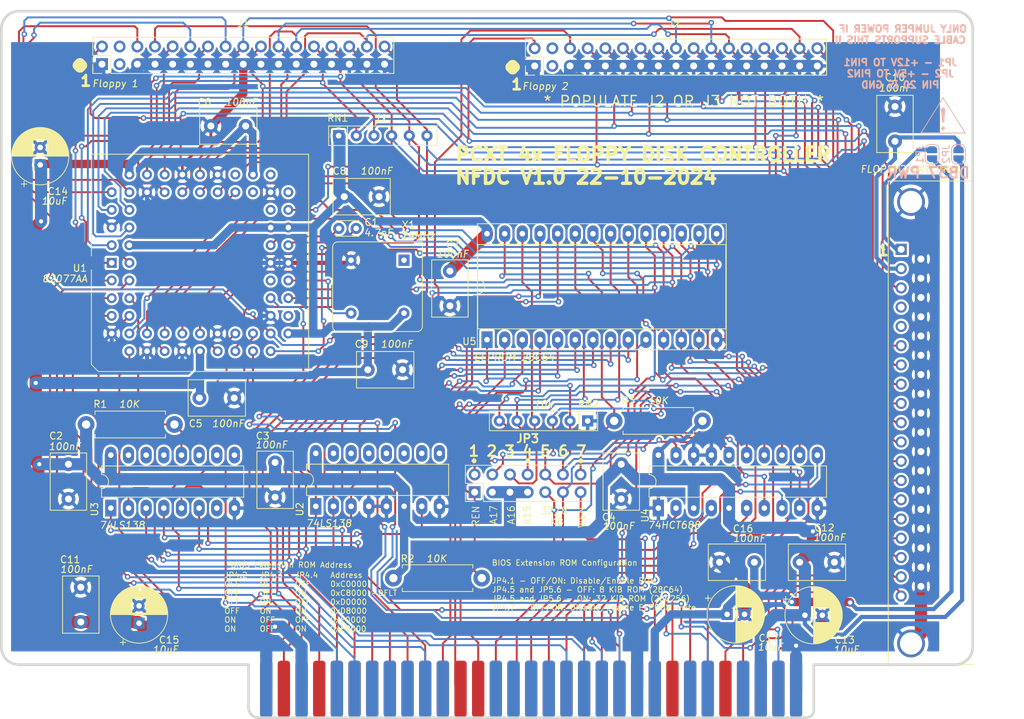
<source format=kicad_pcb>
(kicad_pcb (version 20221018) (generator pcbnew)
  (title_block (title "Monster Floppy Disk Controller") (date "2021-12-02") (rev "1.0") (company "Designed by Sergey Kiselev") (comment 2 "Licensed under CERN-OHL-S: https://cern-ohl.web.cern.ch") (comment 3 "Documentation and design files: https://github.com/skiselev/monster-fdc") (comment 4 "Monster Floppy Disk Controller is an open source hardware project"))
  (layers (0 "F.Cu" signal "Front") (31 "B.Cu" signal "Back") (34 "B.Paste" user) (35 "F.Paste" user) (36 "B.SilkS" user "B.Silkscreen") (37 "F.SilkS" user "F.Silkscreen") (38 "B.Mask" user) (39 "F.Mask" user) (44 "Edge.Cuts" user))
  (net 0 "")
  (net 1 "/A0")
  (net 2 "/A1")
  (net 3 "/A10")
  (net 4 "/A11")
  (net 5 "/A12")
  (net 6 "/A13")
  (net 7 "/A14")
  (net 8 "/A15")
  (net 9 "/A16")
  (net 10 "/A17")
  (net 11 "/A18")
  (net 12 "/A19")
  (net 13 "/A2")
  (net 14 "/A3")
  (net 15 "/A4")
  (net 16 "/A5")
  (net 17 "/A6")
  (net 18 "/A7")
  (net 19 "/A8")
  (net 20 "/A9")
  (net 21 "/AEN")
  (net 22 "/D0")
  (net 23 "/D1")
  (net 24 "/D2")
  (net 25 "/D3")
  (net 26 "/D4")
  (net 27 "/D5")
  (net 28 "/D6")
  (net 29 "/D7")
  (net 30 "/DRQ2")
  (net 31 "/IRQ6")
  (net 32 "/TC")
  (net 33 "/~{DACK2}")
  (net 34 "/~{IOR}")
  (net 35 "/~{IOW}")
  (net 36 "/~{MEMR}")
  (net 37 "/~{MEMW}")
  (net 38 "GND")
  (net 39 "VCC")
  (net 40 "+12V")
  (net 42 "/RESETDRV")
  (net 43 "/DSKCG1")
  (net 44 "/HDSEL1")
  (net 45 "/RDATA1")
  (net 46 "/WP1")
  (net 47 "/TRK0_1")
  (net 48 "/WE1")
  (net 49 "/WDATA1")
  (net 50 "/STEP1")
  (net 51 "/DIR1")
  (net 52 "/INDEX1")
  (net 54 "/DENSL1")
  (net 55 "Net-(JP1-B)")
  (net 57 "/ME_C")
  (net 58 "/DS_D")
  (net 59 "/DS_C")
  (net 60 "/ME_D")
  (net 61 "Net-(JP2-B)")
  (net 63 "Net-(U1-HIFIL)")
  (net 64 "Net-(U1-LOFIL)")
  (net 66 "/DRATE1")
  (net 67 "/ME_A")
  (net 68 "/DS_B")
  (net 69 "/DS_A")
  (net 70 "/ME_B")
  (net 72 "Net-(JP3-Pin_1)")
  (net 73 "/~{ROM_CSI}")
  (net 74 "Net-(JP3-Pin_4)")
  (net 75 "Net-(JP3-Pin_6)")
  (net 76 "Net-(JP3-Pin_8)")
  (net 77 "/ROM_A13")
  (net 78 "/ROM_A14")
  (net 79 "Net-(JP3-Pin_14)")
  (net 80 "/~{0x3F0}")
  (net 82 "/FDC_CLK")
  (net 89 "Net-(U2-O7)")
  (footprint "My_Components:Conn_Edge_PCB_ISA8" (layer "F.Cu") (at 147.32 145.7325)
    (fp_text reference "BUS1" hide)
    (fp_text value "BUSPC_DEV" hide)
  )
  (footprint "Capacitor_THT:C_Disc_D8.0mm_W5.0mm_P5.00mm" (layer "F.Cu") (at 135.636 85.638 -90)
    (fp_text reference "C7")
    (fp_text value "100nF")
  )
  (footprint "Capacitor_THT:C_Disc_D8.0mm_W5.0mm_P5.00mm" (layer "F.Cu") (at 160.274 113.411 -90)
    (fp_text reference "C4")
    (fp_text value "100nF")
  )
  (footprint "Capacitor_THT:CP_Radial_D8.0mm_P2.50mm" (layer "F.Cu") (at 186.69 135.128)
    (fp_text reference "C13")
    (fp_text value "10uF")
  )
  (footprint "Resistor_THT:R_Array_SIP6" (layer "F.Cu") (at 119.634 66.167)
    (fp_text reference "RN1")
    (fp_text value "1k")
  )
  (footprint "Resistor_THT:R_Axial_DIN0411_L9.9mm_D3.6mm_P12.70mm_Horizontal" (layer "F.Cu") (at 127.508 129.794)
    (fp_text reference "R2")
    (fp_text value "10K")
  )
  (footprint "Package_DIP:DIP-20_W7.62mm_LongPads" (layer "F.Cu") (at 165.613 119.721 90)
    (fp_text reference "U4")
    (fp_text value "74HCT688")
  )
  (footprint "Capacitor_THT:C_Disc_D8.0mm_W5.0mm_P5.00mm" (layer "F.Cu") (at 179.411 127.508 180)
    (fp_text reference "C16")
    (fp_text value "100nF")
  )
  (footprint "Capacitor_THT:C_Disc_D8.0mm_W5.0mm_P5.00mm" (layer "F.Cu") (at 199.644 66.976 90)
    (fp_text reference "C10")
    (fp_text value "100nF")
  )
  (footprint "Capacitor_THT:C_Disc_D8.0mm_W5.0mm_P5.00mm" (layer "F.Cu") (at 99.608 103.886)
    (fp_text reference "C5")
    (fp_text value "100nF")
  )
  (footprint "Connector_Dsub:DSUB-37_Female_Horizontal_P2.77x2.84mm_EdgePinOffset7.70mm_Housed_MountingHolesOffset9.12mm" (layer "F.Cu") (at 200.533 82.512 90)
    (fp_text reference "J3" hide)
    (fp_text value "FLOPPY2 EXTERNAL")
  )
  (footprint "Capacitor_THT:C_Disc_D8.0mm_W5.0mm_P5.00mm" (layer "F.Cu") (at 80.772 113.411 -90)
    (fp_text reference "C2")
    (fp_text value "100nF")
  )
  (footprint "Package_DIP:DIP-16_W7.62mm_LongPads" (layer "F.Cu") (at 86.868 119.721 90)
    (fp_text reference "U3")
    (fp_text value "74LS138")
  )
  (footprint "Resistor_THT:R_Array_SIP6" (layer "F.Cu") (at 155.448 107.188 180)
    (fp_text reference "RN2")
    (fp_text value "10k")
  )
  (footprint "Capacitor_THT:C_Disc_D3.0mm_W2.0mm_P2.50mm" (layer "F.Cu") (at 119.654 79.502)
    (fp_text reference "C1")
    (fp_text value "4.7nF")
  )
  (footprint "Capacitor_THT:C_Disc_D8.0mm_W5.0mm_P5.00mm" (layer "F.Cu") (at 106.259 64.77 180)
    (fp_text reference "C6")
    (fp_text value "100nF")
  )
  (footprint "Connector_PinHeader_2.54mm:PinHeader_2x17_P2.54mm_Vertical" (layer "F.Cu") (at 85.598 55.88 90)
    (fp_text reference "J1")
    (fp_text value "Floppy 1")
  )
  (footprint "Capacitor_THT:C_Disc_D8.0mm_W5.0mm_P5.00mm" (layer "F.Cu") (at 82.55 136.104 90)
    (fp_text reference "C11")
    (fp_text value "100nF")
  )
  (footprint "Connector_PinHeader_2.54mm:PinHeader_2x07_P2.54mm_Vertical" (layer "F.Cu") (at 139.192 117.435 90)
    (fp_text reference "JP3")
    (fp_text value "ROM_CONFIG")
  )
  (footprint "Package_DIP:DIP-16_W7.62mm_LongPads" (layer "F.Cu") (at 116.347 119.467 90)
    (fp_text reference "U2")
    (fp_text value "74LS138")
  )
  (footprint "Capacitor_THT:C_Disc_D8.0mm_W5.0mm_P5.00mm" (layer "F.Cu") (at 123.825 99.822)
    (fp_text reference "C9")
    (fp_text value "100nF")
  )
  (footprint "Capacitor_THT:C_Disc_D8.0mm_W5.0mm_P5.00mm" (layer "F.Cu") (at 120.436 74.93)
    (fp_text reference "C8")
    (fp_text value "100nF")
  )
  (footprint "Capacitor_THT:C_Disc_D8.0mm_W5.0mm_P5.00mm" (layer "F.Cu") (at 185.928 127.508)
    (fp_text reference "C12")
    (fp_text value "100nF")
  )
  (footprint "Capacitor_THT:C_Disc_D8.0mm_W5.0mm_P5.00mm" (layer "F.Cu") (at 110.49 113.157 -90)
    (fp_text reference "C3")
    (fp_text value "100nF")
  )
  (footprint "Package_LCC:PLCC-68_THT-Socket" (layer "F.Cu") (at 86.995 84.455 90)
    (fp_text reference "U1")
    (fp_text value "82077AA")
  )
  (footprint "Capacitor_THT:CP_Radial_D8.0mm_P2.50mm" (layer "F.Cu") (at 90.932 136.280651 90)
    (fp_text reference "C15")
    (fp_text value "10uF")
  )
  (footprint "Capacitor_THT:CP_Radial_D8.0mm_P2.50mm" (layer "F.Cu") (at 175.504349 135.001)
    (fp_text reference "C17")
    (fp_text value "10uF")
  )
  (footprint "Capacitor_THT:CP_Radial_D8.0mm_P2.50mm" (layer "F.Cu") (at 76.708 70.358 90)
    (fp_text reference "C14")
    (fp_text value "10uF")
  )
  (footprint "Oscillator:Oscillator_DIP-8" (layer "F.Cu") (at 129.032 84.074 180)
    (fp_text reference "X1")
    (fp_text value "24MHz")
  )
  (footprint "Resistor_THT:R_Axial_DIN0411_L9.9mm_D3.6mm_P12.70mm_Horizontal" (layer "F.Cu") (at 83.312 107.696)
    (fp_text reference "R1")
    (fp_text value "10K")
  )
  (footprint "Connector_PinHeader_2.54mm:PinHeader_2x17_P2.54mm_Vertical" (layer "F.Cu") (at 147.828 56.134 90)
    (fp_text reference "J2")
    (fp_text value "Floppy 2")
  )
  (footprint "Resistor_THT:R_Axial_DIN0411_L9.9mm_D3.6mm_P12.70mm_Horizontal" (layer "F.Cu") (at 171.958 107.188 180)
    (fp_text reference "R3")
    (fp_text value "10K")
  )
  (footprint "Package_DIP:DIP-28_W15.24mm_Socket_LongPads" (layer "F.Cu") (at 140.97 95.504 90)
    (fp_text reference "U5")
    (fp_text value "EEPROM 28C64")
  )
  (footprint "JumperOpen2:SolderJumper-2_P1.3mm_Open_RoundedPad1.0x1.5mm" (layer "B.Cu") (at 204.978 68.834 90)
    (fp_text reference "JP1")
    (fp_text value "EXT Floppy 12V")
  )
  (footprint "JumperOpen2:SolderJumper-2_P1.3mm_Open_RoundedPad1.0x1.5mm" (layer "B.Cu") (at 208.788 68.834 90)
    (fp_text reference "JP2")
    (fp_text value "EXT Floppy 5V")
  )
  (gr_line (start 206.5655 60.706) (end 203.3905 65.786) (stroke (width 0.12)) (layer "B.SilkS"))
  (gr_line (start 209.7405 65.786) (end 206.5655 60.706) (stroke (width 0.12)) (layer "B.SilkS"))
  (gr_line (start 203.3905 65.786) (end 209.7405 65.786) (stroke (width 0.12)) (layer "B.SilkS"))
  (gr_arc (start 73.66 142.24) (mid 71.863949 141.496051) (end 71.12 139.7) (stroke (width 0.381)) (layer "Edge.Cuts"))
  (gr_arc (start 187.960299 148.589701) (mid 187.696907 149.490821) (end 186.833716 149.86) (stroke (width 0.381)) (layer "Edge.Cuts"))
  (gr_arc (start 210.82 139.7) (mid 210.076051 141.496051) (end 208.28 142.24) (stroke (width 0.381)) (layer "Edge.Cuts"))
  (gr_arc (start 108.331077 149.86) (mid 107.121461 149.450931) (end 106.68 148.252757) (stroke (width 0.381)) (layer "Edge.Cuts"))
  (gr_line (start 73.66 48.26) (end 208.28 48.26) (stroke (width 0.381)) (layer "Edge.Cuts"))
  (gr_line (start 108.331 149.86) (end 186.84 149.86) (stroke (width 0.381)) (layer "Edge.Cuts"))
  (gr_line (start 73.66 142.24) (end 106.68 142.24) (stroke (width 0.381)) (layer "Edge.Cuts"))
  (gr_line (start 187.96 142.24) (end 208.28 142.24) (stroke (width 0.381)) (layer "Edge.Cuts"))
  (gr_arc (start 71.12 50.8) (mid 71.863949 49.003949) (end 73.66 48.26) (stroke (width 0.381)) (layer "Edge.Cuts"))
  (gr_line (start 106.68 142.24) (end 106.68 148.26) (stroke (width 0.381)) (layer "Edge.Cuts"))
  (gr_line (start 71.12 139.7) (end 71.12 50.8) (stroke (width 0.381)) (layer "Edge.Cuts"))
  (gr_arc (start 208.28 48.26) (mid 210.076051 49.003949) (end 210.82 50.8) (stroke (width 0.381)) (layer "Edge.Cuts"))
  (gr_line (start 210.82 50.8) (end 210.82 139.7) (stroke (width 0.381)) (layer "Edge.Cuts"))
  (gr_line (start 187.96 142.24) (end 187.96 148.59) (stroke (width 0.381)) (layer "Edge.Cuts"))
  (gr_text "!" (at 206.5655 63.881) (layer "B.SilkS") (effects (font (size 3 3) (thickness 0.3)) (justify mirror)))
  (gr_text "DB37 PWR" (at 210.566 72.39) (layer "B.SilkS") (effects (font (size 1.524 1.524) (thickness 0.3048) bold) (justify left bottom mirror)))
  (gr_text "ONLY JUMPER POWER IF \nCABLE SUPPORTS THIS !!\n\nJP1 - +12V TO PIN1\nJP2 - +5V TO PIN2\nPIN 20 IS GND" (at 200.406 59.436) (layer "B.SilkS") (effects (font (size 1 1) (thickness 0.25) bold) (justify bottom mirror)))
  (gr_text "32/8\n KB" (at 150.622 120.904) (layer "F.SilkS") (effects (font (size 1 1) (thickness 0.125))))
  (gr_text "JP4.4\nOFF\nON\nOFF\nON\nOFF\nON" (at 113.284 133.223) (layer "F.SilkS") (effects (font (size 0.8 0.8) (thickness 0.12)) (justify left)))
  (gr_text "Address\n0xC0000\n0xC8000 -DFLT\n0xD0000\n0xD8000\n0xE0000\n0xE8000" (at 118.364 133.223) (layer "F.SilkS") (effects (font (size 0.8 0.8) (thickness 0.12)) (justify left)))
  (gr_text "JP4.2\nOFF\nOFF\nOFF\nOFF\nON\nON" (at 103.124 133.223) (layer "F.SilkS") (effects (font (size 0.8 0.8) (thickness 0.12)) (justify left)))
  (gr_text "BIOS Extension ROM Address" (at 104.013 127.889) (layer "F.SilkS") (effects (font (size 0.8 0.8) (thickness 0.12)) (justify left)))
  (gr_text "JP4.3\nOFF\nOFF\nON\nON\nOFF\nOFF" (at 108.204 133.223) (layer "F.SilkS") (effects (font (size 0.8 0.8) (thickness 0.12)) (justify left)))
  (gr_text "BIOS Extension ROM Configuration\n\nJP4.1 - OFF/ON: Disable/Enable ROM\nJP4.5 and JP5.6 - OFF: 8 KiB ROM (28C64)\nJP4.5 and JP5.6 - ON: 32 KiB ROM (28C256)\nJP4.7 - OFF/ON: Disable/Enable EEPROM write" (at 141.605 130.81) (layer "F.SilkS") (effects (font (size 0.8 0.8) (thickness 0.12)) (justify left)))
  (gr_text "." (at 142.24 57.404) (layer "F.SilkS") (effects (font (size 6 6) (thickness 1.5) bold) (justify left bottom)))
  (gr_text "." (at 80.01 57.15) (layer "F.SilkS") (effects (font (size 6 6) (thickness 1.5) bold) (justify left bottom)))
  (gr_text "." (at 138.303 113.284) (layer "F.SilkS") (effects (font (size 2 2) (thickness 0.5) bold) (justify left bottom)))
  (gr_text "1 2 3 4 5 6 7" (at 138.176 112.395) (layer "F.SilkS") (effects (font (size 1.5 1.5) (thickness 0.3048) bold) (justify left bottom)))
  (gr_text "REN" (at 139.954 122.428 90) (layer "F.SilkS") (effects (font (size 1 1) (thickness 0.125)) (justify left bottom)))
  (gr_text "1" (at 82.296 59.182) (layer "F.SilkS") (effects (font (size 1.524 1.524) (thickness 0.381) bold) (justify left bottom)))
  (gr_text "1" (at 144.272 59.69) (layer "F.SilkS") (effects (font (size 1.524 1.524) (thickness 0.381) bold) (justify left bottom)))
  (gr_text "PCXT 4x FLOPPY DISK CONTROLLER\nNFDC V1.0 22-10-2024" (at 136.144 73.279) (layer "F.SilkS") (effects (font (size 2 2) (thickness 0.5) bold) (justify left bottom)))
  (gr_text "A15" (at 147.32 122.174 90) (layer "F.SilkS") (effects (font (size 1 1) (thickness 0.125)) (justify left bottom)))
  (gr_text "A17" (at 142.494 122.174 90) (layer "F.SilkS") (effects (font (size 1 1) (thickness 0.125)) (justify left bottom)))
  (gr_text "A16" (at 145.034 122.174 90) (layer "F.SilkS") (effects (font (size 1 1) (thickness 0.125)) (justify left bottom)))
  (gr_text "." (at 153.67 113.284) (layer "F.SilkS") (effects (font (size 2 2) (thickness 0.5) bold) (justify left bottom)))
  (gr_text "WEN" (at 155.194 122.682 90) (layer "F.SilkS") (effects (font (size 1 1) (thickness 0.125)) (justify left bottom)))
  (gr_text "* POPULATE J2 OR J3 NOT BOTH *" (at 148.971 62.103) (layer "F.SilkS") (effects (font (size 1.524 1.524) (thickness 0.1905)) (justify left bottom)))
  (gr_text "." (at 146.05 113.284) (layer "F.SilkS") (effects (font (size 2 2) (thickness 0.5) bold) (justify left bottom)))
  (gr_text "1" (at 196.977 83.55) (layer "F.SilkS") (effects (font (size 1.524 1.524) (thickness 0.381) bold) (justify left bottom)))
  (segment (start 109.22 140.97) (end 112.522 137.668) (width 0.275) (layer "F.Cu") (net 1))
  (segment (start 107.95 135.128) (end 96.266 135.128) (width 0.275) (layer "F.Cu") (net 1))
  (segment (start 136.906 96.774) (end 136.271 96.139) (width 0.275) (layer "F.Cu") (net 1))
  (segment (start 81.407 108.585) (end 81.407 92.583) (width 0.275) (layer "F.Cu") (net 1))
  (segment (start 109.855 131.699) (end 109.855 133.223) (width 0.275) (layer "F.Cu") (net 1))
  (segment (start 112.522 135.509) (end 109.855 132.842) (width 0.275) (layer "F.Cu") (net 1))
  (segment (start 112.522 137.668) (end 112.522 135.509) (width 0.275) (layer "F.Cu") (net 1))
  (segment (start 109.855 132.842) (end 109.855 131.699) (width 0.275) (layer "F.Cu") (net 1))
  (segment (start 96.266 135.128) (end 84.074 122.936) (width 0.275) (layer "F.Cu") (net 1))
  (segment (start 106.807 109.22) (end 106.807 120.142) (width 0.275) (layer "F.Cu") (net 1))
  (segment (start 136.271 96.139) (end 119.888 96.139) (width 0.275) (layer "F.Cu") (net 1))
  (segment (start 84.074 111.252) (end 81.407 108.585) (width 0.275) (layer "F.Cu") (net 1))
  (segment (start 109.22 145.7325) (end 109.22 140.97) (width 0.275) (layer "F.Cu") (net 1))
  (segment (start 84.074 122.936) (end 84.074 111.252) (width 0.275) (layer "F.Cu") (net 1))
  (segment (start 119.888 96.139) (end 106.807 109.22) (width 0.275) (layer "F.Cu") (net 1))
  (segment (start 106.807 120.142) (end 109.855 123.19) (width 0.275) (layer "F.Cu") (net 1))
  (segment (start 109.855 133.223) (end 107.95 135.128) (width 0.275) (layer "F.Cu") (net 1))
  (segment (start 109.855 123.19) (end 109.855 131.699) (width 0.275) (layer "F.Cu") (net 1))
  (segment (start 81.915 92.075) (end 86.995 92.075) (width 0.275) (layer "F.Cu") (net 1))
  (segment (start 81.407 92.583) (end 81.915 92.075) (width 0.275) (layer "F.Cu") (net 1))
  (via (at 136.906 96.774) (size 0.8) (drill 0.4) (layers "F.Cu" "B.Cu") (net 1))
  (segment (start 162.179 97.155) (end 163.83 95.504) (width 0.275) (layer "B.Cu") (net 1))
  (segment (start 136.906 96.774) (end 137.287 97.155) (width 0.275) (layer "B.Cu") (net 1))
  (segment (start 137.287 97.155) (end 162.179 97.155) (width 0.275) (layer "B.Cu") (net 1))
  (segment (start 88.265 93.345) (end 89.535 92.075) (width 0.275) (layer "F.Cu") (net 2))
  (segment (start 136.144 97.536) (end 135.763 97.155) (width 0.275) (layer "F.Cu") (net 2))
  (segment (start 96.635136 134.239) (end 85.09 122.693864) (width 0.275) (layer "F.Cu") (net 2))
  (segment (start 108.458 132.08) (end 106.299 134.239) (width 0.275) (layer "F.Cu") (net 2))
  (segment (start 85.852 93.345) (end 88.265 93.345) (width 0.275) (layer "F.Cu") (net 2))
  (segment (start 113.284 138.684) (end 111.76 140.208) (width 0.275) (layer "F.Cu") (net 2))
  (segment (start 85.09 122.693864) (end 85.09 94.107) (width 0.275) (layer "F.Cu") (net 2))
  (segment (start 110.808 122.746) (end 110.808 131.826) (width 0.275) (layer "F.Cu") (net 2))
  (segment (start 113.284 134.239) (end 113.284 138.684) (width 0.275) (layer "F.Cu") (net 2))
  (segment (start 106.299 134.239) (end 96.635136 134.239) (width 0.275) (layer "F.Cu") (net 2))
  (segment (start 107.823 109.601) (end 107.823 119.761) (width 0.275) (layer "F.Cu") (net 2))
  (segment (start 120.269 97.155) (end 107.823 109.601) (width 0.275) (layer "F.Cu") (net 2))
  (segment (start 107.823 119.761) (end 110.808 122.746) (width 0.275) (layer "F.Cu") (net 2))
  (segment (start 110.808 131.826) (end 110.998 132.016) (width 0.275) (layer "F.Cu") (net 2))
  (segment (start 135.763 97.155) (end 120.269 97.155) (width 0.275) (layer "F.Cu") (net 2))
  (segment (start 111.061 132.016) (end 113.284 134.239) (width 0.275) (layer "F.Cu") (net 2))
  (segment (start 110.998 132.016) (end 111.061 132.016) (width 0.275) (layer "F.Cu") (net 2))
  (segment (start 85.09 94.107) (end 85.852 93.345) (width 0.275) (layer "F.Cu") (net 2))
  (segment (start 111.76 140.208) (end 111.76 145.7325) (width 0.275) (layer "F.Cu") (net 2))
  (segment (start 161.29 95.504) (end 161.29 98.425) (width 0.275) (layer "F.Cu") (net 2))
  (via (at 110.998 132.016) (size 0.8) (drill 0.4) (layers "F.Cu" "B.Cu") (net 2))
  (via (at 108.458 132.08) (size 0.8) (drill 0.4) (layers "F.Cu" "B.Cu") (net 2))
  (via (at 136.144 97.536) (size 0.8) (drill 0.4) (layers "F.Cu" "B.Cu") (net 2))
  (via (at 161.29 98.425) (size 0.8) (drill 0.4) (layers "F.Cu" "B.Cu") (net 2))
  (segment (start 136.398 97.79) (end 160.655 97.79) (width 0.275) (layer "B.Cu") (net 2))
  (segment (start 108.458 132.08) (end 110.934 132.08) (width 0.275) (layer "B.Cu") (net 2))
  (segment (start 160.655 97.79) (end 161.29 98.425) (width 0.275) (layer "B.Cu") (net 2))
  (segment (start 110.934 132.08) (end 110.998 132.016) (width 0.275) (layer "B.Cu") (net 2))
  (segment (start 136.144 97.536) (end 136.398 97.79) (width 0.275) (layer "B.Cu") (net 2))
  (segment (start 137.033 104.775) (end 135.699 106.109) (width 0.275) (layer "F.Cu") (net 3))
  (segment (start 159.975 88.601) (end 158.75 87.376) (width 0.275) (layer "F.Cu") (net 3))
  (segment (start 134.62 139.192) (end 134.62 145.7325) (width 0.275) (layer "F.Cu") (net 3))
  (segment (start 158.75 87.376) (end 158.75 80.264) (width 0.275) (layer "F.Cu") (net 3))
  (segment (start 135.699 106.109) (end 135.699 138.113) (width 0.275) (layer "F.Cu") (net 3))
  (segment (start 135.699 138.113) (end 134.62 139.192) (width 0.275) (layer "F.Cu") (net 3))
  (segment (start 159.975 103.931) (end 159.975 88.601) (width 0.275) (layer "F.Cu") (net 3))
  (segment (start 159.766 104.14) (end 159.975 103.931) (width 0.275) (layer "F.Cu") (net 3))
  (via (at 137.033 104.775) (size 0.8) (drill 0.4) (layers "F.Cu" "B.Cu") (net 3))
  (via (at 159.766 104.14) (size 0.8) (drill 0.4) (layers "F.Cu" "B.Cu") (net 3))
  (segment (start 155.702 104.775) (end 156.337 104.14) (width 0.275) (layer "B.Cu") (net 3))
  (segment (start 137.033 104.775) (end 137.922 105.664) (width 0.275) (layer "B.Cu") (net 3))
  (segment (start 137.922 105.664) (end 149.86 105.664) (width 0.275) (layer "B.Cu") (net 3))
  (segment (start 149.86 105.664) (end 150.749 104.775) (width 0.275) (layer "B.Cu") (net 3))
  (segment (start 156.337 104.14) (end 159.766 104.14) (width 0.275) (layer "B.Cu") (net 3))
  (segment (start 150.749 104.775) (end 155.702 104.775) (width 0.275) (layer "B.Cu") (net 3))
  (segment (start 136.398 144.9705) (end 137.16 145.7325) (width 0.275) (layer "F.Cu") (net 4))
  (segment (start 154.895 103.8405) (end 154.895 89.363) (width 0.275) (layer "F.Cu") (net 4))
  (segment (start 136.398 106.553) (end 136.398 144.9705) (width 0.275) (layer "F.Cu") (net 4))
  (segment (start 154.895 89.363) (end 153.67 88.138) (width 0.275) (layer "F.Cu") (net 4))
  (segment (start 155.067 104.0125) (end 154.895 103.8405) (width 0.275) (layer "F.Cu") (net 4))
  (segment (start 153.67 88.138) (end 153.67 80.264) (width 0.275) (layer "F.Cu") (net 4))
  (segment (start 138.43 104.775) (end 138.176 104.775) (width 0.275) (layer "F.Cu") (net 4))
  (segment (start 138.176 104.775) (end 136.398 106.553) (width 0.275) (layer "F.Cu") (net 4))
  (via (at 155.067 104.0125) (size 0.8) (drill 0.4) (layers "F.Cu" "B.Cu") (net 4))
  (via (at 138.43 104.775) (size 0.8) (drill 0.4) (layers "F.Cu" "B.Cu") (net 4))
  (segment (start 150.368 104.14) (end 154.9395 104.14) (width 0.275) (layer "B.Cu") (net 4))
  (segment (start 149.606 104.902) (end 150.368 104.14) (width 0.275) (layer "B.Cu") (net 4))
  (segment (start 138.43 104.775) (end 138.557 104.902) (width 0.275) (layer "B.Cu") (net 4))
  (segment (start 154.9395 104.14) (end 155.067 104.0125) (width 0.275) (layer "B.Cu") (net 4))
  (segment (start 138.557 104.902) (end 149.606 104.902) (width 0.275) (layer "B.Cu") (net 4))
  (segment (start 143.51 100.965) (end 143.51 95.504) (width 0.275) (layer "F.Cu") (net 5))
  (segment (start 139.7 145.7325) (end 139.7 139.065) (width 0.275) (layer "F.Cu") (net 5))
  (segment (start 139.7 139.065) (end 137.16 136.525) (width 0.275) (layer "F.Cu") (net 5))
  (segment (start 137.16 107.315) (end 143.51 100.965) (width 0.275) (layer "F.Cu") (net 5))
  (segment (start 137.16 136.525) (end 137.16 107.315) (width 0.275) (layer "F.Cu") (net 5))
  (segment (start 142.24 145.7325) (end 142.24 138.938) (width 0.275) (layer "F.Cu") (net 6))
  (segment (start 183.393 109.86) (end 183.393 112.101) (width 0.275) (layer "F.Cu") (net 6))
  (segment (start 150.622 118.705) (end 149.352 117.435) (width 0.275) (layer "F.Cu") (net 6))
  (segment (start 175.641 102.108) (end 183.393 109.86) (width 0.275) (layer "F.Cu") (net 6))
  (segment (start 150.622 130.556) (end 150.622 118.705) (width 0.275) (layer "F.Cu") (net 6))
  (segment (start 161.29 108.331) (end 161.29 104.648) (width 0.275) (layer "F.Cu") (net 6))
  (segment (start 156.21 113.411) (end 161.29 108.331) (width 0.275) (layer "F.Cu") (net 6))
  (segment (start 156.21 114.046) (end 156.21 113.411) (width 0.275) (layer "F.Cu") (net 6))
  (segment (start 163.83 102.108) (end 168.148 102.108) (width 0.275) (layer "F.Cu") (net 6))
  (segment (start 142.24 138.938) (end 150.622 130.556) (width 0.275) (layer "F.Cu") (net 6))
  (segment (start 161.29 104.648) (end 163.83 102.108) (width 0.275) (layer "F.Cu") (net 6))
  (via (at 168.148 102.108) (size 0.8) (drill 0.4) (layers "F.Cu" "B.Cu") (net 6))
  (via (at 156.21 114.046) (size 0.8) (drill 0.4) (layers "F.Cu" "B.Cu") (net 6))
  (via (at 175.641 102.108) (size 0.8) (drill 0.4) (layers "F.Cu" "B.Cu") (net 6))
  (via (at 150.622 120.015) (size 0.8) (drill 0.4) (layers "F.Cu" "B.Cu") (net 6))
  (segment (start 155.194 120.015) (end 150.622 120.015) (width 0.275) (layer "B.Cu") (net 6))
  (segment (start 155.956 119.253) (end 155.194 120.015) (width 0.275) (layer "B.Cu") (net 6))
  (segment (start 156.21 114.046) (end 155.956 114.3) (width 0.275) (layer "B.Cu") (net 6))
  (segment (start 175.641 102.108) (end 168.148 102.108) (width 0.275) (layer "B.Cu") (net 6))
  (segment (start 155.956 114.3) (end 155.956 119.253) (width 0.275) (layer "B.Cu") (net 6))
  (segment (start 172.593 103.886) (end 178.313 109.606) (width 0.275) (layer "F.Cu") (net 7))
  (segment (start 178.313 109.606) (end 178.313 112.101) (width 0.275) (layer "F.Cu") (net 7))
  (segment (start 145.243 145.2695) (end 145.243 137.84) (width 0.275) (layer "F.Cu") (net 7))
  (segment (start 164.084 103.886) (end 172.593 103.886) (width 0.275) (layer "F.Cu") (net 7))
  (segment (start 163.068 108.712) (end 163.068 104.902) (width 0.275) (layer "F.Cu") (net 7))
  (segment (start 145.243 137.84) (end 151.892 131.191) (width 0.275) (layer "F.Cu") (net 7))
  (segment (start 163.068 104.902) (end 164.084 103.886) (width 0.275) (layer "F.Cu") (net 7))
  (segment (start 161.29 111.887) (end 161.29 110.49) (width 0.275) (layer "F.Cu") (net 7))
  (segment (start 161.29 110.49) (end 163.068 108.712) (width 0.275) (layer "F.Cu") (net 7))
  (segment (start 151.892 131.191) (end 151.892 117.435) (width 0.275) (layer "F.Cu") (net 7))
  (via (at 161.29 111.887) (size 0.8) (drill 0.4) (layers "F.Cu" "B.Cu") (net 7))
  (segment (start 158.242 113.284) (end 153.924 113.284) (width 0.275) (layer "B.Cu") (net 7))
  (segment (start 153.162 114.046) (end 153.162 116.165) (width 0.275) (layer "B.Cu") (net 7))
  (segment (start 153.162 116.165) (end 151.892 117.435) (width 0.275) (layer "B.Cu") (net 7))
  (segment (start 161.29 111.887) (end 159.639 111.887) (width 0.275) (layer "B.Cu") (net 7))
  (segment (start 153.924 113.284) (end 153.162 114.046) (width 0.275) (layer "B.Cu") (net 7))
  (segment (start 159.639 111.887) (end 158.242 113.284) (width 0.275) (layer "B.Cu") (net 7))
  (segment (start 173.228 116.332) (end 171.958 117.602) (width 0.275) (layer "F.Cu") (net 8))
  (segment (start 171.958 121.031) (end 171.069 121.92) (width 0.275) (layer "F.Cu") (net 8))
  (segment (start 159.004 125.73) (end 147.32 137.414) (width 0.275) (layer "F.Cu") (net 8))
  (segment (start 171.069 121.92) (end 168.91 121.92) (width 0.275) (layer "F.Cu") (net 8))
  (segment (start 171.958 117.602) (end 171.958 121.031) (width 0.275) (layer "F.Cu") (net 8))
  (segment (start 165.1 125.73) (end 159.004 125.73) (width 0.275) (layer "F.Cu") (net 8))
  (segment (start 178.181 116.332) (end 173.228 116.332) (width 0.275) (layer "F.Cu") (net 8))
  (segment (start 168.91 121.92) (end 165.1 125.73) (width 0.275) (layer "F.Cu") (net 8))
  (segment (start 147.32 137.414) (end 147.32 145.7325) (width 0.275) (layer "F.Cu") (net 8))
  (via (at 178.181 116.332) (size 0.8) (drill 0.4) (layers "F.Cu" "B.Cu") (net 8))
  (segment (start 188.473 115.311) (end 188.473 112.101) (width 0.275) (layer "B.Cu") (net 8))
  (segment (start 178.181 116.332) (end 187.452 116.332) (width 0.275) (layer "B.Cu") (net 8))
  (segment (start 187.452 116.332) (end 188.473 115.311) (width 0.275) (layer "B.Cu") (net 8))
  (segment (start 169.672 122.555) (end 173.609 122.555) (width 0.275) (layer "F.Cu") (net 9))
  (segment (start 149.86 136.398) (end 159.258 127) (width 0.275) (layer "F.Cu") (net 9))
  (segment (start 173.609 122.555) (end 174.498 121.666) (width 0.275) (layer "F.Cu") (net 9))
  (segment (start 165.227 127) (end 169.672 122.555) (width 0.275) (layer "F.Cu") (net 9))
  (segment (start 175.26 117.348) (end 177.419 117.348) (width 0.275) (layer "F.Cu") (net 9))
  (segment (start 149.86 145.7325) (end 149.86 136.398) (width 0.275) (layer "F.Cu") (net 9))
  (segment (start 174.498 118.11) (end 175.26 117.348) (width 0.275) (layer "F.Cu") (net 9))
  (segment (start 174.498 121.666) (end 174.498 118.11) (width 0.275) (layer "F.Cu") (net 9))
  (segment (start 159.258 127) (end 165.227 127) (width 0.275) (layer "F.Cu") (net 9))
  (via (at 177.419 117.348) (size 0.8) (drill 0.4) (layers "F.Cu" "B.Cu") (net 9))
  (segment (start 182.88 117.348) (end 183.393 117.861) (width 0.275) (layer "B.Cu") (net 9))
  (segment (start 183.393 117.861) (end 183.393 119.721) (width 0.275) (layer "B.Cu") (net 9))
  (segment (start 177.419 117.348) (end 182.88 117.348) (width 0.275) (layer "B.Cu") (net 9))
  (segment (start 159.512 128.016) (end 165.735 128.016) (width 0.275) (layer "F.Cu") (net 10))
  (segment (start 170.434 123.317) (end 176.022 123.317) (width 0.275) (layer "F.Cu") (net 10))
  (segment (start 178.313 121.026) (end 178.313 119.721) (width 0.275) (layer "F.Cu") (net 10))
  (segment (start 152.4 135.128) (end 159.512 128.016) (width 0.275) (layer "F.Cu") (net 10))
  (segment (start 176.022 123.317) (end 178.313 121.026) (width 0.275) (layer "F.Cu") (net 10))
  (segment (start 165.735 128.016) (end 170.434 123.317) (width 0.275) (layer "F.Cu") (net 10))
  (segment (start 152.4 145.7325) (end 152.4 135.128) (width 0.275) (layer "F.Cu") (net 10))
  (segment (start 154.94 133.985) (end 154.94 145.7325) (width 0.275) (layer "F.Cu") (net 11))
  (segment (start 170.688 124.841) (end 166.497 129.032) (width 0.275) (layer "F.Cu") (net 11))
  (segment (start 159.893 129.032) (end 154.94 133.985) (width 0.275) (layer "F.Cu") (net 11))
  (segment (start 166.497 129.032) (end 159.893 129.032) (width 0.275) (layer "F.Cu") (net 11))
  (via (at 170.688 124.841) (size 0.8) (drill 0.4) (layers "F.Cu" "B.Cu") (net 11))
  (segment (start 170.688 122.692) (end 173.233 120.147) (width 0.275) (layer "B.Cu") (net 11))
  (segment (start 170.688 124.841) (end 170.688 122.692) (width 0.275) (layer "B.Cu") (net 11))
  (segment (start 168.153 120.899) (end 168.153 119.721) (width 0.275) (layer "F.Cu") (net 12))
  (segment (start 161.417 130.048) (end 157.48 133.985) (width 0.275) (layer "F.Cu") (net 12))
  (segment (start 165.1 130.048) (end 161.417 130.048) (width 0.275) (layer "F.Cu") (net 12))
  (segment (start 157.48 133.985) (end 157.48 145.7325) (width 0.275) (layer "F.Cu") (net 12))
  (segment (start 164.973 124.079) (end 168.153 120.899) (width 0.275) (layer "F.Cu") (net 12))
  (via (at 165.1 130.048) (size 0.8) (drill 0.4) (layers "F.Cu" "B.Cu") (net 12))
  (via (at 164.973 124.079) (size 0.8) (drill 0.4) (layers "F.Cu" "B.Cu") (net 12))
  (segment (start 164.973 124.079) (end 164.973 129.921) (width 0.275) (layer "B.Cu") (net 12))
  (segment (start 164.973 129.921) (end 165.1 130.048) (width 0.275) (layer "B.Cu") (net 12))
  (segment (start 130.488001 98.171) (end 130.460001 98.143) (width 0.275) (layer "F.Cu") (net 13))
  (segment (start 88.093 100.629) (end 89.535 99.187) (width 0.275) (layer "F.Cu") (net 13))
  (segment (start 111.633 130.429) (end 114.3 133.096) (width 0.275) (layer "F.Cu") (net 13))
  (segment (start 108.712 119.126) (end 111.633 122.047) (width 0.275) (layer "F.Cu") (net 13))
  (segment (start 114.3 133.096) (end 114.3 145.7325) (width 0.275) (layer "F.Cu") (net 13))
  (segment (start 89.535 99.187) (end 89.535 97.155) (width 0.275) (layer "F.Cu") (net 13))
  (segment (start 92.329 127.127) (end 88.093 122.891) (width 0.275) (layer "F.Cu") (net 13))
  (segment (start 120.551 98.143) (end 108.712 109.982) (width 0.275) (layer "F.Cu") (net 13))
  (segment (start 130.460001 98.143) (end 120.551 98.143) (width 0.275) (layer "F.Cu") (net 13))
  (segment (start 88.093 122.891) (end 88.093 100.629) (width 0.275) (layer "F.Cu") (net 13))
  (segment (start 111.633 122.047) (end 111.633 130.429) (width 0.275) (layer "F.Cu") (net 13))
  (segment (start 108.712 109.982) (end 108.712 119.126) (width 0.275) (layer "F.Cu") (net 13))
  (segment (start 92.71 127.127) (end 92.329 127.127) (width 0.275) (layer "F.Cu") (net 13))
  (segment (start 135.255 98.171) (end 130.488001 98.171) (width 0.275) (layer "F.Cu") (net 13))
  (segment (start 158.75 95.504) (end 158.75 98.996) (width 0.275) (layer "F.Cu") (net 13))
  (via (at 92.71 127.127) (size 0.8) (drill 0.4) (layers "F.Cu" "B.Cu") (net 13))
  (via (at 111.633 128.143) (size 0.8) (drill 0.4) (layers "F.Cu" "B.Cu") (net 13))
  (via (at 158.75 98.996) (size 0.8) (drill 0.4) (layers "F.Cu" "B.Cu") (net 13))
  (via (at 135.255 98.171) (size 0.8) (drill 0.4) (layers "F.Cu" "B.Cu") (net 13))
  (segment (start 135.255 98.171) (end 135.509 98.425) (width 0.275) (layer "B.Cu") (net 13))
  (segment (start 158.179 98.425) (end 158.75 98.996) (width 0.275) (layer "B.Cu") (net 13))
  (segment (start 93.726 128.143) (end 111.633 128.143) (width 0.275) (layer "B.Cu") (net 13))
  (segment (start 135.509 98.425) (end 158.179 98.425) (width 0.275) (layer "B.Cu") (net 13))
  (segment (start 92.71 127.127) (end 93.726 128.143) (width 0.275) (layer "B.Cu") (net 13))
  (segment (start 112.522 129.286) (end 116.84 133.604) (width 0.275) (layer "F.Cu") (net 14))
  (segment (start 134.493 99.1875) (end 134.493 99.314) (width 0.275) (layer "F.Cu") (net 14))
  (segment (start 156.337 99.187) (end 156.21 99.06) (width 0.275) (layer "F.Cu") (net 14))
  (segment (start 132.08 101.727) (end 118.999 101.727) (width 0.275) (layer "F.Cu") (net 14))
  (segment (start 91.948 119.721) (end 91.948 124.714) (width 0.275) (layer "F.Cu") (net 14))
  (segment (start 112.014 108.712) (end 112.014 115.056884) (width 0.275) (layer "F.Cu") (net 14))
  (segment (start 156.21 99.06) (end 156.21 95.504) (width 0.275) (layer "F.Cu") (net 14))
  (segment (start 116.84 133.604) (end 116.84 145.7325) (width 0.275) (layer "F.Cu") (net 14))
  (segment (start 112.014 115.056884) (end 112.522 115.564884) (width 0.275) (layer "F.Cu") (net 14))
  (segment (start 118.999 101.727) (end 112.014 108.712) (width 0.275) (layer "F.Cu") (net 14))
  (segment (start 112.522 115.564884) (end 112.522 129.286) (width 0.275) (layer "F.Cu") (net 14))
  (segment (start 134.493 99.314) (end 132.08 101.727) (width 0.275) (layer "F.Cu") (net 14))
  (segment (start 91.948 124.714) (end 94.4245 127.1905) (width 0.275) (layer "F.Cu") (net 14))
  (via (at 134.493 99.1875) (size 0.8) (drill 0.4) (layers "F.Cu" "B.Cu") (net 14))
  (via (at 156.337 99.187) (size 0.8) (drill 0.4) (layers "F.Cu" "B.Cu") (net 14))
  (via (at 112.522 127.254) (size 0.8) (drill 0.4) (layers "F.Cu" "B.Cu") (net 14))
  (via (at 94.4245 127.1905) (size 0.8) (drill 0.4) (layers "F.Cu" "B.Cu") (net 14))
  (segment (start 94.488 127.254) (end 94.4245 127.1905) (width 0.275) (layer "B.Cu") (net 14))
  (segment (start 156.274841 99.124841) (end 156.337 99.187) (width 0.275) (layer "B.Cu") (net 14))
  (segment (start 134.555659 99.124841) (end 156.274841 99.124841) (width 0.275) (layer "B.Cu") (net 14))
  (segment (start 134.493 99.1875) (end 134.555659 99.124841) (width 0.275) (layer "B.Cu") (net 14))
  (segment (start 112.522 127.254) (end 94.488 127.254) (width 0.275) (layer "B.Cu") (net 14))
  (segment (start 135.062659 99.887341) (end 137.1595 99.887341) (width 0.275) (layer "F.Cu") (net 15))
  (segment (start 153.924 99.887341) (end 153.67 99.633341) (width 0.275) (layer "F.Cu") (net 15))
  (segment (start 119.38 134.62) (end 113.919 129.159) (width 0.275) (layer "F.Cu") (net 15))
  (segment (start 113.919 129.159) (end 113.919 126.365) (width 0.275) (layer "F.Cu") (net 15))
  (segment (start 89.408 117.602) (end 89.408 119.721) (width 0.275) (layer "F.Cu") (net 15))
  (segment (start 119.634 102.489) (end 132.461 102.489) (width 0.275) (layer "F.Cu") (net 15))
  (segment (start 93.173 124.415) (end 93.173 117.811) (width 0.275) (layer "F.Cu") (net 15))
  (segment (start 92.202 116.84) (end 90.17 116.84) (width 0.275) (layer "F.Cu") (net 15))
  (segment (start 112.776 109.347) (end 119.634 102.489) (width 0.275) (layer "F.Cu") (net 15))
  (segment (start 90.17 116.84) (end 89.408 117.602) (width 0.275) (layer "F.Cu") (net 15))
  (segment (start 95.123 126.365) (end 93.173 124.415) (width 0.275) (layer "F.Cu") (net 15))
  (segment (start 119.38 145.7325) (end 119.38 134.62) (width 0.275) (layer "F.Cu") (net 15))
  (segment (start 112.776 114.3) (end 112.776 109.347) (width 0.275) (layer "F.Cu") (net 15))
  (segment (start 153.67 99.633341) (end 153.67 95.504) (width 0.275) (layer "F.Cu") (net 15))
  (segment (start 93.173 117.811) (end 92.202 116.84) (width 0.275) (layer "F.Cu") (net 15))
  (segment (start 113.919 115.443) (end 112.776 114.3) (width 0.275) (layer "F.Cu") (net 15))
  (segment (start 113.919 126.365) (end 113.919 126.428) (width 0.275) (layer "F.Cu") (net 15))
  (segment (start 113.919 126.365) (end 113.919 115.443) (width 0.275) (layer "F.Cu") (net 15))
  (segment (start 132.461 102.489) (end 135.062659 99.887341) (width 0.275) (layer "F.Cu") (net 15))
  (via (at 113.919 126.428) (size 0.8) (drill 0.4) (layers "F.Cu" "B.Cu") (net 15))
  (via (at 137.1595 99.887341) (size 0.8) (drill 0.4) (layers "F.Cu" "B.Cu") (net 15))
  (via (at 95.123 126.365) (size 0.8) (drill 0.4) (layers "F.Cu" "B.Cu") (net 15))
  (via (at 153.924 99.887341) (size 0.8) (drill 0.4) (layers "F.Cu" "B.Cu") (net 15))
  (segment (start 113.919 126.428) (end 95.186 126.428) (width 0.275) (layer "B.Cu") (net 15))
  (segment (start 95.186 126.428) (end 95.123 126.365) (width 0.275) (layer "B.Cu") (net 15))
  (segment (start 137.224841 99.822) (end 153.858659 99.822) (width 0.275) (layer "B.Cu") (net 15))
  (segment (start 153.858659 99.822) (end 153.924 99.887341) (width 0.275) (layer "B.Cu") (net 15))
  (segment (start 137.1595 99.887341) (end 137.224841 99.822) (width 0.275) (layer "B.Cu") (net 15))
  (segment (start 113.665 109.855) (end 120.142 103.378) (width 0.275) (layer "F.Cu") (net 16))
  (segment (start 114.935 115.189) (end 113.665 113.919) (width 0.275) (layer "F.Cu") (net 16))
  (segment (start 121.92 135.128) (end 114.935 128.143) (width 0.275) (layer "F.Cu") (net 16))
  (segment (start 114.935 128.143) (end 114.935 115.189) (width 0.275) (layer "F.Cu") (net 16))
  (segment (start 132.588 103.378) (end 135.255 100.711) (width 0.275) (layer "F.Cu") (net 16))
  (segment (start 151.13 100.711) (end 151.13 95.504) (width 0.275) (layer "F.Cu") (net 16))
  (segment (start 121.92 145.7325) (end 121.92 135.128) (width 0.275) (layer "F.Cu") (net 16))
  (segment (start 113.665 113.919) (end 113.665 109.855) (width 0.275) (layer "F.Cu") (net 16))
  (segment (start 120.142 103.378) (end 132.588 103.378) (width 0.275) (layer "F.Cu") (net 16))
  (segment (start 135.255 100.711) (end 136.271 100.711) (width 0.275) (layer "F.Cu") (net 16))
  (segment (start 99.568 125.603) (end 99.568 119.721) (width 0.275) (layer "F.Cu") (net 16))
  (via (at 151.13 100.711) (size 0.8) (drill 0.4) (layers "F.Cu" "B.Cu") (net 16))
  (via (at 136.271 100.711) (size 0.8) (drill 0.4) (layers "F.Cu" "B.Cu") (net 16))
  (via (at 99.568 125.603) (size 0.8) (drill 0.4) (layers "F.Cu" "B.Cu") (net 16))
  (via (at 114.935 125.603) (size 0.8) (drill 0.4) (layers "F.Cu" "B.Cu") (net 16))
  (segment (start 137.668 100.711) (end 137.922 100.457) (width 0.275) (layer "B.Cu") (net 16))
  (segment (start 136.271 100.711) (end 137.668 100.711) (width 0.275) (layer "B.Cu") (net 16))
  (segment (start 150.876 100.457) (end 151.13 100.711) (width 0.275) (layer "B.Cu") (net 16))
  (segment (start 114.935 125.603) (end 99.568 125.603) (width 0.275) (layer "B.Cu") (net 16))
  (segment (start 137.922 100.457) (end 150.876 100.457) (width 0.275) (layer "B.Cu") (net 16))
  (segment (start 114.808 113.919) (end 116.347 115.458) (width 0.275) (layer "F.Cu") (net 17))
  (segment (start 148.59 102.743) (end 148.463 102.87) (width 0.275) (layer "F.Cu") (net 17))
  (segment (start 120.777 104.14) (end 114.808 110.109) (width 0.275) (layer "F.Cu") (net 17))
  (segment (start 148.59 95.504) (end 148.59 102.743) (width 0.275) (layer "F.Cu") (net 17))
  (segment (start 148.463 102.87) (end 148.336 102.87) (width 0.275) (layer "F.Cu") (net 17))
  (segment (start 135.509 101.727) (end 135.382 101.727) (width 0.275) (layer "F.Cu") (net 17))
  (segment (start 124.46 135.89) (end 124.46 145.7325) (width 0.275) (layer "F.Cu") (net 17))
  (segment (start 135.382 101.727) (end 132.969 104.14) (width 0.275) (layer "F.Cu") (net 17))
  (segment (start 114.808 110.109) (end 114.808 113.919) (width 0.275) (layer "F.Cu") (net 17))
  (segment (start 116.347 127.777) (end 124.46 135.89) (width 0.275) (layer "F.Cu") (net 17))
  (segment (start 116.347 119.467) (end 116.347 127.777) (width 0.275) (layer "F.Cu") (net 17))
  (segment (start 116.347 115.458) (end 116.347 119.467) (width 0.275) (layer "F.Cu") (net 17))
  (segment (start 132.969 104.14) (end 120.777 104.14) (width 0.275) (layer "F.Cu") (net 17))
  (via (at 148.336 102.87) (size 0.8) (drill 0.4) (layers "F.Cu" "B.Cu") (net 17))
  (via (at 135.509 101.727) (size 0.8) (drill 0.4) (layers "F.Cu" "B.Cu") (net 17))
  (segment (start 136.144 102.362) (end 135.509 101.727) (width 0.275) (layer "B.Cu") (net 17))
  (segment (start 139.573 102.362) (end 136.144 102.362) (width 0.275) (layer "B.Cu") (net 17))
  (segment (start 148.336 102.87) (end 140.081 102.87) (width 0.275) (layer "B.Cu") (net 17))
  (segment (start 140.081 102.87) (end 139.573 102.362) (width 0.275) (layer "B.Cu") (net 17))
  (segment (start 117.602 108.712) (end 121.412 104.902) (width 0.275) (layer "F.Cu") (net 18))
  (segment (start 118.887 129.047) (end 127 137.16) (width 0.275) (layer "F.Cu") (net 18))
  (segment (start 144.621831 101.631169) (end 146.05 100.203) (width 0.275) (layer "F.Cu") (net 18))
  (segment (start 127 137.16) (end 127 145.7325) (width 0.275) (layer "F.Cu") (net 18))
  (segment (start 118.887 119.467) (end 118.887 129.047) (width 0.275) (layer "F.Cu") (net 18))
  (segment (start 144.621831 101.885169) (end 144.621831 101.631169) (width 0.275) (layer "F.Cu") (net 18))
  (segment (start 118.887 119.467) (end 118.887 116.093) (width 0.275) (layer "F.Cu") (net 18))
  (segment (start 146.05 100.203) (end 146.05 95.504) (width 0.275) (layer "F.Cu") (net 18))
  (segment (start 133.604 104.902) (end 137.033 101.473) (width 0.275) (layer "F.Cu") (net 18))
  (segment (start 117.602 114.808) (end 117.602 108.712) (width 0.275) (layer "F.Cu") (net 18))
  (segment (start 118.887 116.093) (end 117.602 114.808) (width 0.275) (layer "F.Cu") (net 18))
  (segment (start 121.412 104.902) (end 133.604 104.902) (width 0.275) (layer "F.Cu") (net 18))
  (via (at 137.033 101.473) (size 0.8) (drill 0.4) (layers "F.Cu" "B.Cu") (net 18))
  (via (at 144.621831 101.885169) (size 0.8) (drill 0.4) (layers "F.Cu" "B.Cu") (net 18))
  (segment (start 140.462 102.235) (end 139.7 101.473) (width 0.275) (layer "B.Cu") (net 18))
  (segment (start 139.7 101.473) (end 137.033 101.473) (width 0.275) (layer "B.Cu") (net 18))
  (segment (start 144.272 102.235) (end 140.462 102.235) (width 0.275) (layer "B.Cu") (net 18))
  (segment (start 144.621831 101.885169) (end 144.272 102.235) (width 0.275) (layer "B.Cu") (net 18))
  (segment (start 120.142 107.696) (end 120.142 122.936) (width 0.275) (layer "F.Cu") (net 19))
  (segment (start 148.59 89.027) (end 148.336 89.281) (width 0.275) (layer "F.Cu") (net 19))
  (segment (start 129.54 138.176) (end 120.142 128.778) (width 0.275) (layer "F.Cu") (net 19))
  (segment (start 138.049 90.297) (end 138.049 101.6) (width 0.275) (layer "F.Cu") (net 19))
  (segment (start 86.868 122.936) (end 86.868 119.721) (width 0.275) (layer "F.Cu") (net 19))
  (segment (start 138.049 101.6) (end 133.985 105.664) (width 0.275) (layer "F.Cu") (net 19))
  (segment (start 122.174 105.664) (end 120.142 107.696) (width 0.275) (layer "F.Cu") (net 19))
  (segment (start 145.542 89.281) (end 139.065 89.281) (width 0.275) (layer "F.Cu") (net 19))
  (segment (start 133.985 105.664) (end 122.174 105.664) (width 0.275) (layer "F.Cu") (net 19))
  (segment (start 148.59 80.264) (end 148.59 89.027) (width 0.275) (layer "F.Cu") (net 19))
  (segment (start 120.142 128.778) (end 120.142 122.936) (width 0.275) (layer "F.Cu") (net 19))
  (segment (start 139.065 89.281) (end 138.049 90.297) (width 0.275) (layer "F.Cu") (net 19))
  (segment (start 129.54 145.7325) (end 129.54 138.176) (width 0.275) (layer "F.Cu") (net 19))
  (via (at 145.542 89.281) (size 0.8) (drill 0.4) (layers "F.Cu" "B.Cu") (net 19))
  (via (at 120.142 122.936) (size 0.8) (drill 0.4) (layers "F.Cu" "B.Cu") (net 19))
  (via (at 86.868 122.936) (size 0.8) (drill 0.4) (layers "F.Cu" "B.Cu") (net 19))
  (via (at 148.336 89.281) (size 0.8) (drill 0.4) (layers "F.Cu" "B.Cu") (net 19))
  (segment (start 148.336 89.281) (end 145.542 89.281) (width 0.275) (layer "B.Cu") (net 19))
  (segment (start 120.142 122.936) (end 86.868 122.936) (width 0.275) (layer "B.Cu") (net 19))
  (segment (start 122.682 115.57) (end 122.682 113.472) (width 0.275) (layer "F.Cu") (net 20))
  (segment (start 121.427 119.467) (end 121.427 128.793) (width 0.275) (layer "F.Cu") (net 20))
  (segment (start 122.682 113.472) (end 122.652 113.472) (width 0.275) (layer "F.Cu") (net 20))
  (segment (start 132.08 139.446) (end 132.08 145.7325) (width 0.275) (layer "F.Cu") (net 20))
  (segment (start 121.427 116.825) (end 122.682 115.57) (width 0.275) (layer "F.Cu") (net 20))
  (segment (start 123.952 106.553) (end 134.112 106.553) (width 0.275) (layer "F.Cu") (net 20))
  (segment (start 122.652 113.472) (end 122.652 107.853) (width 0.275) (layer "F.Cu") (net 20))
  (segment (start 151.13 80.264) (end 151.13 89.916) (width 0.275) (layer "F.Cu") (net 20))
  (segment (start 151.13 89.916) (end 151.257 90.043) (width 0.275) (layer "F.Cu") (net 20))
  (segment (start 121.427 119.467) (end 121.427 116.825) (width 0.275) (layer "F.Cu") (net 20))
  (segment (start 146.558 90.043) (end 139.319 90.043) (width 0.275) (layer "F.Cu") (net 20))
  (segment (start 122.652 107.853) (end 123.952 106.553) (width 0.275) (layer "F.Cu") (net 20))
  (segment (start 138.811 101.854) (end 138.811 90.551) (width 0.275) (layer "F.Cu") (net 20))
  (segment (start 134.112 106.553) (end 138.811 101.854) (width 0.275) (layer "F.Cu") (net 20))
  (segment (start 139.319 90.043) (end 138.811 90.551) (width 0.275) (layer "F.Cu") (net 20))
  (segment (start 121.427 128.793) (end 132.08 139.446) (width 0.275) (layer "F.Cu") (net 20))
  (via (at 151.257 90.043) (size 0.8) (drill 0.4) (layers "F.Cu" "B.Cu") (net 20))
  (via (at 146.558 90.043) (size 0.8) (drill 0.4) (layers "F.Cu" "B.Cu") (net 20))
  (segment (start 151.257 90.043) (end 146.558 90.043) (width 0.275) (layer "B.Cu") (net 20))
  (segment (start 160.02 139.7) (end 160.02 145.7325) (width 0.275) (layer "F.Cu") (net 21))
  (segment (start 97.79 116.586) (end 97.028 117.348) (width 0.275) (layer "F.Cu") (net 21))
  (segment (start 158.75 134.62) (end 158.75 138.43) (width 0.275) (layer "F.Cu") (net 21))
  (segment (start 99.822 116.586) (end 97.79 116.586) (width 0.275) (layer "F.Cu") (net 21))
  (segment (start 97.028 117.348) (end 97.028 119.721) (width 0.275) (layer "F.Cu") (net 21))
  (segment (start 122.428 128.27) (end 122.428 124.714) (width 0.275) (layer "F.Cu") (net 21))
  (segment (start 158.75 138.43) (end 160.02 139.7) (width 0.275) (layer "F.Cu") (net 21))
  (segment (start 134.493 134.366) (end 128.524 134.366) (width 0.275) (layer "F.Cu") (net 21))
  (segment (start 100.838 124.778) (end 100.838 117.602) (width 0.275) (layer "F.Cu") (net 21))
  (segment (start 128.524 134.366) (end 122.428 128.27) (width 0.275) (layer "F.Cu") (net 21))
  (segment (start 100.838 117.602) (end 99.822 116.586) (width 0.275) (layer "F.Cu") (net 21))
  (via (at 158.75 134.62) (size 0.8) (drill 0.4) (layers "F.Cu" "B.Cu") (net 21))
  (via (at 100.838 124.778) (size 0.8) (drill 0.4) (layers "F.Cu" "B.Cu") (net 21))
  (via (at 134.493 134.366) (size 0.8) (drill 0.4) (layers "F.Cu" "B.Cu") (net 21))
  (via (at 122.428 124.714) (size 0.8) (drill 0.4) (layers "F.Cu" "B.Cu") (net 21))
  (segment (start 100.838 124.778) (end 100.902 124.714) (width 0.275) (layer "B.Cu") (net 21))
  (segment (start 134.493 134.366) (end 158.496 134.366) (width 0.275) (layer "B.Cu") (net 21))
  (segment (start 158.496 134.366) (end 158.75 134.62) (width 0.275) (layer "B.Cu") (net 21))
  (segment (start 100.902 124.714) (end 122.428 124.714) (width 0.275) (layer "B.Cu") (net 21))
  (segment (start 179.578 121.158) (end 176.657 124.079) (width 0.275) (layer "F.Cu") (net 22))
  (segment (start 106.045 75.565) (end 106.045 70.866) (width 0.275) (layer "F.Cu") (net 22))
  (segment (start 125.349 72.009) (end 127.381 74.041) (width 0.275) (layer "F.Cu") (net 22))
  (segment (start 170.942 101.092) (end 179.578 109.728) (width 0.275) (layer "F.Cu") (net 22))
  (segment (start 166.37 100.076) (end 167.386 101.092) (width 0.275) (layer "F.Cu") (net 22))
  (segment (start 173.101 124.079) (end 165.1 132.08) (width 0.275) (layer "F.Cu") (net 22))
  (segment (start 167.386 101.092) (end 170.942 101.092) (width 0.275) (layer "F.Cu") (net 22))
  (segment (start 127.381 77.597) (end 129.54 79.756) (width 0.275) (layer "F.Cu") (net 22))
  (segment (start 106.934 69.977) (end 110.363 69.977) (width 0.275) (layer "F.Cu") (net 22))
  (segment (start 166.37 83.058) (end 166.37 95.504) (width 0.275) (layer "F.Cu") (net 22))
  (segment (start 112.395 72.009) (end 125.349 72.009) (width 0.275) (layer "F.Cu") (net 22))
  (segment (start 179.578 109.728) (end 179.578 121.158) (width 0.275) (layer "F.Cu") (net 22))
  (segment (start 176.657 124.079) (end 173.101 124.079) (width 0.275) (layer "F.Cu") (net 22))
  (segment (start 127.381 74.041) (end 127.381 77.597) (width 0.275) (layer "F.Cu") (net 22))
  (segment (start 110.363 69.977) (end 112.395 72.009) (width 0.275) (layer "F.Cu") (net 22))
  (segment (start 166.37 95.504) (end 166.37 100.076) (width 0.275) (layer "F.Cu") (net 22))
  (segment (start 165.227 81.915) (end 166.37 83.058) (width 0.275) (layer "F.Cu") (net 22))
  (segment (start 165.1 132.08) (end 165.1 145.7325) (width 0.275) (layer "F.Cu") (net 22))
  (segment (start 106.045 70.866) (end 106.934 69.977) (width 0.275) (layer "F.Cu") (net 22))
  (segment (start 92.075 89.535) (end 106.045 75.565) (width 0.275) (layer "F.Cu") (net 22))
  (via (at 129.54 79.756) (size 0.8) (drill 0.4) (layers "F.Cu" "B.Cu") (net 22))
  (via (at 92.075 89.535) (size 0.8) (drill 0.4) (layers "F.Cu" "B.Cu") (net 22))
  (via (at 165.227 81.915) (size 0.8) (drill 0.4) (layers "F.Cu" "B.Cu") (net 22))
  (segment (start 164.973 82.169) (end 139.827 82.169) (width 0.275) (layer "B.Cu") (net 22))
  (segment (start 137.414 79.756) (end 129.54 79.756) (width 0.275) (layer "B.Cu") (net 22))
  (segment (start 91.694 89.916) (end 92.075 89.535) (width 0.275) (layer "B.Cu") (net 22))
  (segment (start 165.227 81.915) (end 164.973 82.169) (width 0.275) (layer "B.Cu") (net 22))
  (segment (start 91.694 92.456) (end 91.694 89.916) (width 0.275) (layer "B.Cu") (net 22))
  (segment (start 139.827 82.169) (end 137.414 79.756) (width 0.275) (layer "B.Cu") (net 22))
  (segment (start 89.535 94.615) (end 91.694 92.456) (width 0.275) (layer "B.Cu") (net 22))
  (segment (start 182.118 122.3645) (end 180.9115 123.571) (width 0.275) (layer "F.Cu") (net 23))
  (segment (start 180.9115 123.571) (end 178.308 123.571) (width 0.275) (layer "F.Cu") (net 23))
  (segment (start 169.926 100.33) (end 172.593 100.33) (width 0.275) (layer "F.Cu") (net 23))
  (segment (start 182.118 109.855) (end 182.118 122.3645) (width 0.275) (layer "F.Cu") (net 23))
  (segment (start 178.308 123.571) (end 176.911 124.968) (width 0.275) (layer "F.Cu") (net 23))
  (segment (start 92.075 94.615) (end 92.075 91.44) (width 0.275) (layer "F.Cu") (net 23))
  (segment (start 167.64 82.042) (end 168.91 83.312) (width 0.275) (layer "F.Cu") (net 23))
  (segment (start 168.91 95.504) (end 168.91 99.314) (width 0.275) (layer "F.Cu") (net 23))
  (segment (start 92.075 91.44) (end 108.585 74.93) (width 0.275) (layer "F.Cu") (net 23))
  (segment (start 172.593 100.33) (end 182.118 109.855) (width 0.275) (layer "F.Cu") (net 23))
  (segment (start 167.64 130.81) (end 167.64 145.7325) (width 0.275) (layer "F.Cu") (net 23))
  (segment (start 121.031 73.025) (end 128.651 80.645) (width 0.275) (layer "F.Cu") (net 23))
  (segment (start 168.91 99.314) (end 169.926 100.33) (width 0.275) (layer "F.Cu") (net 23))
  (segment (start 176.911 124.968) (end 173.482 124.968) (width 0.275) (layer "F.Cu") (net 23))
  (segment (start 173.482 124.968) (end 167.64 130.81) (width 0.275) (layer "F.Cu") (net 23))
  (segment (start 108.585 73.406) (end 108.966 73.025) (width 0.275) (layer "F.Cu") (net 23))
  (segment (start 168.91 83.312) (end 168.91 95.504) (width 0.275) (layer "F.Cu") (net 23))
  (segment (start 108.966 73.025) (end 121.031 73.025) (width 0.275) (layer "F.Cu") (net 23))
  (segment (start 108.585 74.93) (end 108.585 73.406) (width 0.275) (layer "F.Cu") (net 23))
  (via (at 167.64 82.042) (size 0.8) (drill 0.4) (layers "F.Cu" "B.Cu") (net 23))
  (via (at 128.651 80.645) (size 0.8) (drill 0.4) (layers "F.Cu" "B.Cu") (net 23))
  (segment (start 136.906 80.645) (end 128.651 80.645) (width 0.275) (layer "B.Cu") (net 23))
  (segment (start 139.192 82.931) (end 136.906 80.645) (width 0.275) (layer "B.Cu") (net 23))
  (segment (start 166.751 82.931) (end 139.192 82.931) (width 0.275) (layer "B.Cu") (net 23))
  (segment (start 167.64 82.042) (end 166.751 82.931) (width 0.275) (layer "B.Cu") (net 23))
  (segment (start 178.308 124.587) (end 177.165 125.73) (width 0.275) (layer "F.Cu") (net 24))
  (segment (start 171.45 83.185) (end 171.45 95.504) (width 0.275) (layer "F.Cu") (net 24))
  (segment (start 173.736 125.73) (end 170.18 129.286) (width 0.275) (layer "F.Cu") (net 24))
  (segment (start 173.609 98.806) (end 184.658 109.855) (width 0.275) (layer "F.Cu") (net 24))
  (segment (start 170.18 129.286) (end 170.18 145.7325) (width 0.275) (layer "F.Cu") (net 24))
  (segment (start 171.45 97.409) (end 172.847 98.806) (width 0.275) (layer "F.Cu") (net 24))
  (segment (start 117.094 75.565) (end 118.364 76.835) (width 0.275) (layer "F.Cu") (net 24))
  (segment (start 118.364 76.835) (end 123.317 76.835) (width 0.275) (layer "F.Cu") (net 24))
  (segment (start 170.307 82.042) (end 171.45 83.185) (width 0.275) (layer "F.Cu") (net 24))
  (segment (start 123.317 76.835) (end 127.127 80.645) (width 0.275) (layer "F.Cu") (net 24))
  (segment (start 181.102 124.587) (end 178.308 124.587) (width 0.275) (layer "F.Cu") (net 24))
  (segment (start 94.615 97.155) (end 93.345 95.885) (width 0.275) (layer "F.Cu") (net 24))
  (segment (start 93.345 91.567) (end 109.347 75.565) (width 0.275) (layer "F.Cu") (net 24))
  (segment (start 172.847 98.806) (end 173.609 98.806) (width 0.275) (layer "F.Cu") (net 24))
  (segment (start 171.45 95.504) (end 171.45 97.409) (width 0.275) (layer "F.Cu") (net 24))
  (segment (start 184.658 109.855) (end 184.658 121.031) (width 0.275) (layer "F.Cu") (net 24))
  (segment (start 184.658 121.031) (end 181.102 124.587) (width 0.275) (layer "F.Cu") (net 24))
  (segment (start 109.347 75.565) (end 117.094 75.565) (width 0.275) (layer "F.Cu") (net 24))
  (segment (start 93.345 95.885) (end 93.345 91.567) (width 0.275) (layer "F.Cu") (net 24))
  (segment (start 177.165 125.73) (end 173.736 125.73) (width 0.275) (layer "F.Cu") (net 24))
  (via (at 170.307 82.042) (size 0.8) (drill 0.4) (layers "F.Cu" "B.Cu") (net 24))
  (via (at 127.127 80.645) (size 0.8) (drill 0.4) (layers "F.Cu" "B.Cu") (net 24))
  (segment (start 168.656 83.693) (end 138.684 83.693) (width 0.275) (layer "B.Cu") (net 24))
  (segment (start 138.684 83.693) (end 136.398 81.407) (width 0.275) (layer "B.Cu") (net 24))
  (segment (start 170.307 82.042) (end 168.656 83.693) (width 0.275) (layer "B.Cu") (net 24))
  (segment (start 136.398 81.407) (end 127.889 81.407) (width 0.275) (layer "B.Cu") (net 24))
  (segment (start 127.889 81.407) (end 127.127 80.645) (width 0.275) (layer "B.Cu") (net 24))
  (segment (start 123.063 78.105) (end 125.73 80.772) (width 0.275) (layer "F.Cu") (net 25))
  (segment (start 172.72 131.953) (end 172.72 145.7325) (width 0.275) (layer "F.Cu") (net 25))
  (segment (start 94.615 94.615) (end 94.615 91.567) (width 0.275) (layer "F.Cu") (net 25))
  (segment (start 187.198 110.109) (end 187.198 121.412) (width 0.275) (layer "F.Cu") (net 25))
  (segment (start 178.181 125.603) (end 176.53 127.254) (width 0.275) (layer "F.Cu") (net 25))
  (segment (start 108.077 78.105) (end 123.063 78.105) (width 0.275) (layer "F.Cu") (net 25))
  (segment (start 175.26 92.964) (end 175.26 95.885) (width 0.275) (layer "F.Cu") (net 25))
  (segment (start 176.911 97.536) (end 176.911 99.822) (width 0.275) (layer "F.Cu") (net 25))
  (segment (start 181.356 125.603) (end 178.181 125.603) (width 0.275) (layer "F.Cu") (net 25))
  (segment (start 184.912 122.047) (end 181.356 125.603) (width 0.275) (layer "F.Cu") (net 25))
  (segment (start 176.53 127.254) (end 176.53 128.143) (width 0.275) (layer "F.Cu") (net 25))
  (segment (start 175.26 95.885) (end 176.911 97.536) (width 0.275) (layer "F.Cu") (net 25))
  (segment (start 173.99 80.264) (end 173.99 91.694) (width 0.275) (layer "F.Cu") (net 25))
  (segment (start 176.911 99.822) (end 187.198 110.109) (width 0.275) (layer "F.Cu") (net 25))
  (segment (start 94.615 91.567) (end 108.077 78.105) (width 0.275) (layer "F.Cu") (net 25))
  (segment (start 173.99 91.694) (end 175.26 92.964) (width 0.275) (layer "F.Cu") (net 25))
  (segment (start 187.198 121.412) (end 186.563 122.047) (width 0.275) (layer "F.Cu") (net 25))
  (segment (start 186.563 122.047) (end 184.912 122.047) (width 0.275) (layer "F.Cu") (net 25))
  (segment (start 176.53 128.143) (end 172.72 131.953) (width 0.275) (layer "F.Cu") (net 25))
  (via (at 173.99 84.709) (size 0.8) (drill 0.4) (layers "F.Cu" "B.Cu") (net 25))
  (via (at 125.73 80.772) (size 0.8) (drill 0.4) (layers "F.Cu" "B.Cu") (net 25))
  (segment (start 127.127 82.169) (end 136.017 82.169) (width 0.275) (layer "B.Cu") (net 25))
  (segment (start 125.73 80.772) (end 127.127 82.169) (width 0.275) (layer "B.Cu") (net 25))
  (segment (start 173.736 84.455) (end 173.99 84.709) (width 0.275) (layer "B.Cu") (net 25))
  (segment (start 136.017 82.169) (end 138.303 84.455) (width 0.275) (layer "B.Cu") (net 25))
  (segment (start 138.303 84.455) (end 173.736 84.455) (width 0.275) (layer "B.Cu") (net 25))
  (segment (start 193.04 127.254) (end 193.04 128.397) (width 0.275) (layer "F.Cu") (net 26))
  (segment (start 120.523 83.185) (end 121.158 82.55) (width 0.275) (layer "F.Cu") (net 26))
  (segment (start 180.467 135.128) (end 175.26 140.335) (width 0.275) (layer "F.Cu") (net 26))
  (segment (start 97.155 94.615) (end 97.155 92.456) (width 0.275) (layer "F.Cu") (net 26))
  (segment (start 131.191 82.931) (end 131.318 83.058) (width 0.275) (layer "F.Cu") (net 26))
  (segment (start 172.72 83.058) (end 171.45 81.788) (width 0.275) (layer "F.Cu") (net 26))
  (segment (start 171.45 81.788) (end 171.45 80.264) (width 0.275) (layer "F.Cu") (net 26))
  (segment (start 189.992 111.379) (end 189.992 124.206) (width 0.275) (layer "F.Cu") (net 26))
  (segment (start 121.158 82.55) (end 130.81 82.55) (width 0.275) (layer "F.Cu") (net 26))
  (segment (start 177.673 97.917) (end 177.673 99.604053) (width 0.275) (layer "F.Cu") (net 26))
  (segment (start 130.81 82.55) (end 131.191 82.931) (width 0.275) (layer "F.Cu") (net 26))
  (segment (start 180.467 132.334) (end 180.467 135.128) (width 0.275) (layer "F.Cu") (net 26))
  (segment (start 175.768 97.917) (end 173.228 97.917) (width 0.275) (layer "F.Cu") (net 26))
  (segment (start 193.04 128.397) (end 192.024 129.413) (width 0.275) (layer "F.Cu") (net 26))
  (segment (start 173.228 97.917) (end 172.72 97.409) (width 0.275) (layer "F.Cu") (net 26))
  (segment (start 177.673 99.604053) (end 180.176947 102.108) (width 0.275) (layer "F.Cu") (net 26))
  (segment (start 189.992 124.206) (end 193.04 127.254) (width 0.275) (layer "F.Cu") (net 26))
  (segment (start 192.024 129.413) (end 183.388 129.413) (width 0.275) (layer "F.Cu") (net 26))
  (segment (start 175.26 140.335) (end 175.26 145.7325) (width 0.275) (layer "F.Cu") (net 26))
  (segment (start 106.426 83.185) (end 120.523 83.185) (width 0.275) (layer "F.Cu") (net 26))
  (segment (start 180.721 102.108) (end 189.992 111.379) (width 0.275) (layer "F.Cu") (net 26))
  (segment (start 180.176947 102.108) (end 180.721 102.108) (width 0.275) (layer "F.Cu") (net 26))
  (segment (start 97.155 92.456) (end 106.426 83.185) (width 0.275) (layer "F.Cu") (net 26))
  (segment (start 172.72 97.409) (end 172.72 83.058) (width 0.275) (layer "F.Cu") (net 26))
  (segment (start 183.388 129.413) (end 180.467 132.334) (width 0.275) (layer "F.Cu") (net 26))
  (via (at 172.72 85.725) (size 0.8) (drill 0.4) (layers "F.Cu" "B.Cu") (net 26))
  (via (at 175.768 97.917) (size 0.8) (drill 0.4) (layers "F.Cu" "B.Cu") (net 26))
  (via (at 177.673 97.917) (size 0.8) (drill 0.4) (layers "F.Cu" "B.Cu") (net 26))
  (via (at 131.318 83.058) (size 0.8) (drill 0.4) (layers "F.Cu" "B.Cu") (net 26))
  (segment (start 177.673 97.917) (end 175.768 97.917) (width 0.275) (layer "B.Cu") (net 26))
  (segment (start 138.0485 85.2165) (end 172.2115 85.2165) (width 0.275) (layer "B.Cu") (net 26))
  (segment (start 135.89 83.058) (end 138.0485 85.2165) (width 0.275) (layer "B.Cu") (net 26))
  (segment (start 172.2115 85.2165) (end 172.72 85.725) (width 0.275) (layer "B.Cu") (net 26))
  (segment (start 131.318 83.058) (end 135.89 83.058) (width 0.275) (layer "B.Cu") (net 26))
  (segment (start 177.8 138.938) (end 177.8 145.7325) (width 0.275) (layer "F.Cu") (net 27))
  (segment (start 194.31 129.159) (end 193.294 130.175) (width 0.275) (layer "F.Cu") (net 27))
  (segment (start 170.225 83.23) (end 168.91 81.915) (width 0.275) (layer "F.Cu") (net 27))
  (segment (start 180.213 101.219) (end 180.848 101.219) (width 0.275) (layer "F.Cu") (net 27))
  (segment (start 190.754 123.952) (end 194.31 127.508) (width 0.275) (layer "F.Cu") (net 27))
  (segment (start 190.754 111.125) (end 190.754 123.952) (width 0.275) (layer "F.Cu") (net 27))
  (segment (start 193.294 130.175) (end 183.769 130.175) (width 0.275) (layer "F.Cu") (net 27))
  (segment (start 130.937 85.725) (end 131.318 86.106) (width 0.275) (layer "F.Cu") (net 27))
  (segment (start 178.562 98.742) (end 178.562 99.568) (width 0.275) (layer "F.Cu") (net 27))
  (segment (start 168.91 81.915) (end 168.91 80.264) (width 0.275) (layer "F.Cu") (net 27))
  (segment (start 194.31 127.508) (end 194.31 129.159) (width 0.275) (layer "F.Cu") (net 27))
  (segment (start 131.318 86.106) (end 131.318 86.868) (width 0.275) (layer "F.Cu") (net 27))
  (segment (start 181.483 135.255) (end 177.8 138.938) (width 0.275) (layer "F.Cu") (net 27))
  (segment (start 178.562 99.568) (end 180.213 101.219) (width 0.275) (layer "F.Cu") (net 27))
  (segment (start 181.483 132.461) (end 181.483 135.255) (width 0.275) (layer "F.Cu") (net 27))
  (segment (start 99.695 94.615) (end 99.695 92.456) (width 0.275) (layer "F.Cu") (net 27))
  (segment (start 170.225 98.571) (end 170.225 86.36) (width 0.275) (layer "F.Cu") (net 27))
  (segment (start 170.18 98.616) (end 170.225 98.571) (width 0.275) (layer "F.Cu") (net 27))
  (segment (start 106.426 85.725) (end 130.937 85.725) (width 0.275) (layer "F.Cu") (net 27))
  (segment (start 170.225 86.36) (end 170.225 83.23) (width 0.275) (layer "F.Cu") (net 27))
  (segment (start 180.848 101.219) (end 190.754 111.125) (width 0.275) (layer "F.Cu") (net 27))
  (segment (start 183.769 130.175) (end 181.483 132.461) (width 0.275) (layer "F.Cu") (net 27))
  (segment (start 99.695 92.456) (end 106.426 85.725) (width 0.275) (layer "F.Cu") (net 27))
  (via (at 178.562 98.742) (size 0.8) (drill 0.4) (layers "F.Cu" "B.Cu") (net 27))
  (via (at 170.225 86.36) (size 0.8) (drill 0.4) (layers "F.Cu" "B.Cu") (net 27))
  (via (at 131.318 86.868) (size 0.8) (drill 0.4) (layers "F.Cu" "B.Cu") (net 27))
  (via (at 170.18 98.616) (size 0.8) (drill 0.4) (layers "F.Cu" "B.Cu") (net 27))
  (segment (start 131.699 87.249) (end 131.318 86.868) (width 0.275) (layer "B.Cu") (net 27))
  (segment (start 163.195 86.868) (end 143.764 86.868) (width 0.275) (layer "B.Cu") (net 27))
  (segment (start 178.562 98.742) (end 170.306 98.742) (width 0.275) (layer "B.Cu") (net 27))
  (segment (start 170.225 86.36) (end 163.703 86.36) (width 0.275) (layer "B.Cu") (net 27))
  (segment (start 143.383 87.249) (end 131.699 87.249) (width 0.275) (layer "B.Cu") (net 27))
  (segment (start 170.306 98.742) (end 170.18 98.616) (width 0.275) (layer "B.Cu") (net 27))
  (segment (start 163.703 86.36) (end 163.195 86.868) (width 0.275) (layer "B.Cu") (net 27))
  (segment (start 143.764 86.868) (end 143.383 87.249) (width 0.275) (layer "B.Cu") (net 27))
  (segment (start 167.64 99.441) (end 167.64 87.249) (width 0.275) (layer "F.Cu") (net 28))
  (segment (start 182.499 132.715) (end 182.499 134.239) (width 0.275) (layer "F.Cu") (net 28))
  (segment (start 181.102 100.457) (end 191.516 110.871) (width 0.275) (layer "F.Cu") (net 28))
  (segment (start 184.023 135.763) (end 184.023 137.541) (width 0.275) (layer "F.Cu") (net 28))
  (segment (start 183.134 138.43) (end 181.483 138.43) (width 0.275) (layer "F.Cu") (net 28))
  (segment (start 100.965 95.885) (end 100.965 92.456) (width 0.275) (layer "F.Cu") (net 28))
  (segment (start 191.516 123.444) (end 195.199 127.127) (width 0.275) (layer "F.Cu") (net 28))
  (segment (start 193.929 130.937) (end 184.277 130.937) (width 0.275) (layer "F.Cu") (net 28))
  (segment (start 179.405713 99.333375) (end 179.405713 99.395713) (width 0.275) (layer "F.Cu") (net 28))
  (segment (start 167.64 87.249) (end 167.64 83.439) (width 0.275) (layer "F.Cu") (net 28))
  (segment (start 182.499 134.239) (end 184.023 135.763) (width 0.275) (layer "F.Cu") (net 28))
  (segment (start 184.023 137.541) (end 183.134 138.43) (width 0.275) (layer "F.Cu") (net 28))
  (segment (start 166.37 82.169) (end 166.37 80.264) (width 0.275) (layer "F.Cu") (net 28))
  (segment (start 180.34 139.573) (end 180.34 145.7325) (width 0.275) (layer "F.Cu") (net 28))
  (segment (start 195.199 129.667) (end 193.929 130.937) (width 0.275) (layer "F.Cu") (net 28))
  (segment (start 100.965 92.456) (end 105.156 88.265) (width 0.275) (layer "F.Cu") (net 28))
  (segment (start 179.405713 99.395713) (end 180.467 100.457) (width 0.275) (layer "F.Cu") (net 28))
  (segment (start 167.513 99.568) (end 167.64 99.441) (width 0.275) (layer "F.Cu") (net 28))
  (segment (start 102.235 97.155) (end 100.965 95.885) (width 0.275) (layer "F.Cu") (net 28))
  (segment (start 184.277 130.937) (end 182.499 132.715) (width 0.275) (layer "F.Cu") (net 28))
  (segment (start 167.64 83.439) (end 166.37 82.169) (width 0.275) (layer "F.Cu") (net 28))
  (segment (start 181.483 138.43) (end 180.34 139.573) (width 0.275) (layer "F.Cu") (net 28))
  (segment (start 105.156 88.265) (end 130.81 88.265) (width 0.275) (layer "F.Cu") (net 28))
  (segment (start 195.199 127.127) (end 195.199 129.667) (width 0.275) (layer "F.Cu") (net 28))
  (segment (start 180.467 100.457) (end 181.102 100.457) (width 0.275) (layer "F.Cu") (net 28))
  (segment (start 191.516 110.871) (end 191.516 123.444) (width 0.275) (layer "F.Cu") (net 28))
  (via (at 130.81 88.265) (size 0.8) (drill 0.4) (layers "F.Cu" "B.Cu") (net 28))
  (via (at 167.513 99.568) (size 0.8) (drill 0.4) (layers "F.Cu" "B.Cu") (net 28))
  (via (at 179.405713 99.333375) (size 0.8) (drill 0.4) (layers "F.Cu" "B.Cu") (net 28))
  (via (at 167.64 87.249) (size 0.8) (drill 0.4) (layers "F.Cu" "B.Cu") (net 28))
  (segment (start 179.171088 99.568) (end 167.513 99.568) (width 0.275) (layer "B.Cu") (net 28))
  (segment (start 130.81 88.265) (end 131.072 88.003) (width 0.275) (layer "B.Cu") (net 28))
  (segment (start 179.405713 99.333375) (end 179.171088 99.568) (width 0.275) (layer "B.Cu") (net 28))
  (segment (start 164.465 87.249) (end 167.64 87.249) (width 0.275) (layer "B.Cu") (net 28))
  (segment (start 143.772 88.003) (end 144.145 87.63) (width 0.275) (layer "B.Cu") (net 28))
  (segment (start 164.084 87.63) (end 164.465 87.249) (width 0.275) (layer "B.Cu") (net 28))
  (segment (start 144.145 87.63) (end 164.084 87.63) (width 0.275) (layer "B.Cu") (net 28))
  (segment (start 131.072 88.003) (end 143.772 88.003) (width 0.275) (layer "B.Cu") (net 28))
  (segment (start 184.531 131.826) (end 183.388 132.969) (width 0.275) (layer "F.Cu") (net 29))
  (segment (start 166.243 101.283) (end 165.1 100.14) (width 0.275) (layer "F.Cu") (net 29))
  (segment (start 132.334 90.17) (end 120.523 90.17) (width 0.275) (layer "F.Cu") (net 29))
  (segment (start 165.1 83.439) (end 163.83 82.169) (width 0.275) (layer "F.Cu") (net 29))
  (segment (start 133.096 89.408) (end 132.334 90.17) (width 0.275) (layer "F.Cu") (net 29))
  (segment (start 106.045 91.44) (end 106.045 95.377) (width 0.275) (layer "F.Cu") (net 29))
  (segment (start 163.83 82.169) (end 163.83 80.264) (width 0.275) (layer "F.Cu") (net 29))
  (segment (start 184.902 138.186) (end 182.88 140.208) (width 0.275) (layer "F.Cu") (net 29))
  (segment (start 165.1 88.011) (end 165.1 83.439) (width 0.275) (layer "F.Cu") (net 29))
  (segment (start 119.888 90.805) (end 106.68 90.805) (width 0.275) (layer "F.Cu") (net 29))
  (segment (start 194.564 131.826) (end 184.531 131.826) (width 0.275) (layer "F.Cu") (net 29))
  (segment (start 182.88 140.208) (end 182.88 145.7325) (width 0.275) (layer "F.Cu") (net 29))
  (segment (start 106.68 90.805) (end 106.045 91.44) (width 0.275) (layer "F.Cu") (net 29))
  (segment (start 184.902 135.245) (end 184.902 138.186) (width 0.275) (layer "F.Cu") (net 29))
  (segment (start 192.278 122.936) (end 196.088 126.746) (width 0.275) (layer "F.Cu") (net 29))
  (segment (start 106.045 95.377) (end 104.775 96.647) (width 0.275) (layer "F.Cu") (net 29))
  (segment (start 196.088 130.302) (end 194.564 131.826) (width 0.275) (layer "F.Cu") (net 29))
  (segment (start 196.088 126.746) (end 196.088 130.302) (width 0.275) (layer "F.Cu") (net 29))
  (segment (start 181.451831 99.536831) (end 192.278 110.363) (width 0.275) (layer "F.Cu") (net 29))
  (segment (start 183.388 132.969) (end 183.388 133.731) (width 0.275) (layer "F.Cu") (net 29))
  (segment (start 192.278 110.363) (end 192.278 122.936) (width 0.275) (layer "F.Cu") (net 29))
  (segment (start 180.625169 99.536831) (end 181.451831 99.536831) (width 0.275) (layer "F.Cu") (net 29))
  (segment (start 133.096 88.773) (end 133.096 89.408) (width 0.275) (layer "F.Cu") (net 29))
  (segment (start 165.1 100.14) (end 165.1 88.011) (width 0.275) (layer "F.Cu") (net 29))
  (segment (start 183.388 133.731) (end 184.902 135.245) (width 0.275) (layer "F.Cu") (net 29))
  (segment (start 120.523 90.17) (end 119.888 90.805) (width 0.275) (layer "F.Cu") (net 29))
  (via (at 166.243 101.283) (size 0.8) (drill 0.4) (layers "F.Cu" "B.Cu") (net 29))
  (via (at 133.096 88.773) (size 0.8) (drill 0.4) (layers "F.Cu" "B.Cu") (net 29))
  (via (at 165.1 88.011) (size 0.8) (drill 0.4) (layers "F.Cu" "B.Cu") (net 29))
  (via (at 180.625169 99.536831) (size 0.8) (drill 0.4) (layers "F.Cu" "B.Cu") (net 29))
  (segment (start 144.399 88.773) (end 144.78 88.392) (width 0.275) (layer "B.Cu") (net 29))
  (segment (start 133.096 88.773) (end 144.399 88.773) (width 0.275) (layer "B.Cu") (net 29))
  (segment (start 167.259 100.33) (end 166.306 101.283) (width 0.275) (layer "B.Cu") (net 29))
  (segment (start 180.625169 99.536831) (end 179.832 100.33) (width 0.275) (layer "B.Cu") (net 29))
  (segment (start 166.306 101.283) (end 166.243 101.283) (width 0.275) (layer "B.Cu") (net 29))
  (segment (start 164.719 88.392) (end 165.1 88.011) (width 0.275) (layer "B.Cu") (net 29))
  (segment (start 179.832 100.33) (end 167.259 100.33) (width 0.275) (layer "B.Cu") (net 29))
  (segment (start 144.78 88.392) (end 164.719 88.392) (width 0.275) (layer "B.Cu") (net 29))
  (segment (start 107.315 107.188) (end 107.315 97.155) (width 0.275) (layer "F.Cu") (net 30))
  (segment (start 163.957 134.239) (end 161.798 134.239) (width 0.275) (layer "F.Cu") (net 30))
  (segment (start 161.798 134.239) (end 160.909 133.35) (width 0.275) (layer "F.Cu") (net 30))
  (segment (start 127.762 122.047) (end 127.381 122.428) (width 0.275) (layer "F.Cu") (net 30))
  (segment (start 106.807 107.696) (end 107.315 107.188) (width 0.275) (layer "F.Cu") (net 30))
  (segment (start 166.624 132.334) (end 166.751 132.461) (width 0.275) (layer "F.Cu") (net 30))
  (segment (start 166.751 132.461) (end 166.751 137.795) (width 0.275) (layer "F.Cu") (net 30))
  (segment (start 127.762 107.442) (end 127.762 122.047) (width 0.275) (layer "F.Cu") (net 30))
  (segment (start 160.909 133.35) (end 160.655 133.35) (width 0.275) (layer "F.Cu") (net 30))
  (via (at 160.655 133.35) (size 0.8) (drill 0.4) (layers "F.Cu" "B.Cu") (net 30))
  (via (at 127.381 122.428) (size 0.8) (drill 0.4) (layers "F.Cu" "B.Cu") (net 30))
  (via (at 166.624 132.334) (size 0.8) (drill 0.4) (layers "F.Cu" "B.Cu") (net 30))
  (via (at 127.762 107.442) (size 0.8) (drill 0.4) (layers "F.Cu" "B.Cu") (net 30))
  (via (at 166.751 137.795) (size 0.8) (drill 0.4) (layers "F.Cu" "B.Cu") (net 30))
  (via (at 163.957 134.239) (size 0.8) (drill 0.4) (layers "F.Cu" "B.Cu") (net 30))
  (via (at 106.807 107.696) (size 0.8) (drill 0.4) (layers "F.Cu" "B.Cu") (net 30))
  (segment (start 125.222 128.905) (end 125.222 131.826) (width 0.275) (layer "B.Cu") (net 30))
  (segment (start 109.728 107.696) (end 106.807 107.696) (width 0.275) (layer "B.Cu") (net 30))
  (segment (start 172.72 145.7325) (end 172.72 138.811) (width 0.275) (layer "B.Cu") (net 30))
  (segment (start 127.381 126.746) (end 125.222 128.905) (width 0.275) (layer "B.Cu") (net 30))
  (segment (start 127.381 122.428) (end 127.381 126.746) (width 0.275) (layer "B.Cu") (net 30))
  (segment (start 127.762 107.442) (end 126.873 108.331) (width 0.275) (layer "B.Cu") (net 30))
  (segment (start 125.222 131.826) (end 126.746 133.35) (width 0.275) (layer "B.Cu") (net 30))
  (segment (start 126.873 108.331) (end 110.363 108.331) (width 0.275) (layer "B.Cu") (net 30))
  (segment (start 172.72 138.811) (end 171.704 137.795) (width 0.275) (layer "B.Cu") (net 30))
  (segment (start 171.704 137.795) (end 166.751 137.795) (width 0.275) (layer "B.Cu") (net 30))
  (segment (start 126.746 133.35) (end 160.655 133.35) (width 0.275) (layer "B.Cu") (net 30))
  (segment (start 163.957 134.239) (end 164.719 134.239) (width 0.275) (layer "B.Cu") (net 30))
  (segment (start 110.363 108.331) (end 109.728 107.696) (width 0.275) (layer "B.Cu") (net 30))
  (segment (start 164.719 134.239) (end 166.624 132.334) (width 0.275) (layer "B.Cu") (net 30))
  (segment (start 96.647 123.571) (end 95.803 122.727) (width 0.275) (layer "F.Cu") (net 31))
  (segment (start 97.663 114.935) (end 99.695 114.935) (width 0.275) (layer "F.Cu") (net 31))
  (segment (start 103.505 100.076) (end 103.505 95.885) (width 0.275) (layer "F.Cu") (net 31))
  (segment (start 100.838 107.696) (end 102.235 106.299) (width 0.275) (layer "F.Cu") (net 31))
  (segment (start 95.803 122.727) (end 95.803 116.795) (width 0.275) (layer "F.Cu") (net 31))
  (segment (start 102.235 101.346) (end 103.505 100.076) (width 0.275) (layer "F.Cu") (net 31))
  (segment (start 100.838 113.792) (end 100.838 107.696) (width 0.275) (layer "F.Cu") (net 31))
  (segment (start 103.505 95.885) (end 104.775 94.615) (width 0.275) (layer "F.Cu") (net 31))
  (segment (start 95.803 116.795) (end 97.663 114.935) (width 0.275) (layer "F.Cu") (net 31))
  (segment (start 96.647 131.318) (end 96.647 123.571) (width 0.275) (layer "F.Cu") (net 31))
  (segment (start 102.235 106.299) (end 102.235 101.346) (width 0.275) (layer "F.Cu") (net 31))
  (segment (start 99.695 114.935) (end 100.838 113.792) (width 0.275) (layer "F.Cu") (net 31))
  (via (at 96.647 131.318) (size 0.8) (drill 0.4) (layers "F.Cu" "B.Cu") (net 31))
  (segment (start 113.03 131.191) (end 96.774 131.191) (width 0.275) (layer "B.Cu") (net 31))
  (segment (start 131.445 139.7) (end 121.539 139.7) (width 0.275) (layer "B.Cu") (net 31))
  (segment (start 132.08 145.7325) (end 132.08 140.335) (width 0.275) (layer "B.Cu") (net 31))
  (segment (start 121.539 139.7) (end 113.03 131.191) (width 0.275) (layer "B.Cu") (net 31))
  (segment (start 132.08 140.335) (end 131.445 139.7) (width 0.275) (layer "B.Cu") (net 31))
  (segment (start 96.774 131.191) (end 96.647 131.318) (width 0.275) (layer "B.Cu") (net 31))
  (segment (start 106.553 101.092) (end 106.045 100.584) (width 0.275) (layer "F.Cu") (net 32))
  (segment (start 107.315 95.25) (end 107.315 94.615) (width 0.275) (layer "F.Cu") (net 32))
  (segment (start 103.378 133.35) (end 103.378 108.077) (width 0.275) (layer "F.Cu") (net 32))
  (segment (start 106.553 104.902) (end 106.553 101.092) (width 0.275) (layer "F.Cu") (net 32))
  (segment (start 106.045 100.584) (end 106.045 96.52) (width 0.275) (layer "F.Cu") (net 32))
  (segment (start 103.378 108.077) (end 106.553 104.902) (width 0.275) (layer "F.Cu") (net 32))
  (segment (start 106.045 96.52) (end 107.315 95.25) (width 0.275) (layer "F.Cu") (net 32))
  (via (at 103.378 133.35) (size 0.8) (drill 0.4) (layers "F.Cu" "B.Cu") (net 32))
  (segment (start 119.38 139.954) (end 119.38 145.7325) (width 0.275) (layer "B.Cu") (net 32))
  (segment (start 107.061 133.35) (end 107.569 133.858) (width 0.275) (layer "B.Cu") (net 32))
  (segment (start 103.378 133.35) (end 107.061 133.35) (width 0.275) (layer "B.Cu") (net 32))
  (segment (start 113.284 133.858) (end 119.38 139.954) (width 0.275) (layer "B.Cu") (net 32))
  (segment (start 107.569 133.858) (end 113.284 133.858) (width 0.275) (layer "B.Cu") (net 32))
  (segment (start 88.265 131.445) (end 78.105 121.285) (width 0.275) (layer "F.Cu") (net 33))
  (segment (start 78.105 88.519) (end 79.629 86.995) (width 0.275) (layer "F.Cu") (net 33))
  (segment (start 78.105 121.285) (end 78.105 88.519) (width 0.275) (layer "F.Cu") (net 33))
  (segment (start 91.059 131.445) (end 88.265 131.445) (width 0.275) (layer "F.Cu") (net 33))
  (segment (start 79.629 86.995) (end 86.995 86.995) (width 0.275) (layer "F.Cu") (net 33))
  (via (at 91.059 131.445) (size 0.8) (drill 0.4) (layers "F.Cu" "B.Cu") (net 33))
  (segment (start 107.95 132.969) (end 113.538 132.969) (width 0.275) (layer "B.Cu") (net 33))
  (segment (start 121.92 141.351) (end 121.92 145.7325) (width 0.275) (layer "B.Cu") (net 33))
  (segment (start 95.377 131.445) (end 96.139 132.207) (width 0.275) (layer "B.Cu") (net 33))
  (segment (start 91.059 131.445) (end 95.377 131.445) (width 0.275) (layer "B.Cu") (net 33))
  (segment (start 96.139 132.207) (end 107.188 132.207) (width 0.275) (layer "B.Cu") (net 33))
  (segment (start 113.538 132.969) (end 121.92 141.351) (width 0.275) (layer "B.Cu") (net 33))
  (segment (start 107.188 132.207) (end 107.95 132.969) (width 0.275) (layer "B.Cu") (net 33))
  (segment (start 88.265 88.265) (end 89.535 86.995) (width 0.275) (layer "F.Cu") (net 34))
  (segment (start 79.121 120.904) (end 79.121 89.281) (width 0.275) (layer "F.Cu") (net 34))
  (segment (start 80.137 88.265) (end 88.265 88.265) (width 0.275) (layer "F.Cu") (net 34))
  (segment (start 90.17 130.492) (end 88.709 130.492) (width 0.275) (layer "F.Cu") (net 34))
  (segment (start 88.709 130.492) (end 79.121 120.904) (width 0.275) (layer "F.Cu") (net 34))
  (segment (start 79.121 89.281) (end 80.137 88.265) (width 0.275) (layer "F.Cu") (net 34))
  (via (at 90.17 130.492) (size 0.8) (drill 0.4) (layers "F.Cu" "B.Cu") (net 34))
  (segment (start 90.233 130.429) (end 113.538 130.429) (width 0.275) (layer "B.Cu") (net 34))
  (segment (start 90.17 130.492) (end 90.233 130.429) (width 0.275) (layer "B.Cu") (net 34))
  (segment (start 132.715 139.446) (end 151.511 139.446) (width 0.275) (layer "B.Cu") (net 34))
  (segment (start 132.08 138.811) (end 132.715 139.446) (width 0.275) (layer "B.Cu") (net 34))
  (segment (start 121.92 138.811) (end 132.08 138.811) (width 0.275) (layer "B.Cu") (net 34))
  (segment (start 151.511 139.446) (end 152.4 140.335) (width 0.275) (layer "B.Cu") (net 34))
  (segment (start 152.4 140.335) (end 152.4 145.7325) (width 0.275) (layer "B.Cu") (net 34))
  (segment (start 113.538 130.429) (end 121.92 138.811) (width 0.275) (layer "B.Cu") (net 34))
  (segment (start 89.281 129.604) (end 82.931 123.254) (width 0.275) (layer "F.Cu") (net 35))
  (segment (start 82.931 123.254) (end 82.931 111.76) (width 0.275) (layer "F.Cu") (net 35))
  (segment (start 82.931 111.76) (end 80.137 108.966) (width 0.275) (layer "F.Cu") (net 35))
  (segment (start 80.137 90.424) (end 81.026 89.535) (width 0.275) (layer "F.Cu") (net 35))
  (segment (start 81.026 89.535) (end 86.995 89.535) (width 0.275) (layer "F.Cu") (net 35))
  (segment (start 80.137 108.966) (end 80.137 90.424) (width 0.275) (layer "F.Cu") (net 35))
  (via (at 89.281 129.604) (size 0.8) (drill 0.4) (layers "F.Cu" "B.Cu") (net 35))
  (segment (start 132.842 138.049) (end 133.35 138.557) (width 0.275) (layer "B.Cu") (net 35))
  (segment (start 153.162 138.557) (end 154.94 140.335) (width 0.275) (layer "B.Cu") (net 35))
  (segment (start 89.344 129.667) (end 114.173 129.667) (width 0.275) (layer "B.Cu") (net 35))
  (segment (start 133.35 138.557) (end 153.162 138.557) (width 0.275) (layer "B.Cu") (net 35))
  (segment (start 114.173 129.667) (end 122.555 138.049) (width 0.275) (layer "B.Cu") (net 35))
  (segment (start 89.281 129.604) (end 89.344 129.667) (width 0.275) (layer "B.Cu") (net 35))
  (segment (start 122.555 138.049) (end 132.842 138.049) (width 0.275) (layer "B.Cu") (net 35))
  (segment (start 154.94 140.335) (end 154.94 145.7325) (width 0.275) (layer "B.Cu") (net 35))
  (segment (start 162.433 110.363) (end 162.433 121.031) (width 0.275) (layer "F.Cu") (net 36))
  (segment (start 156.083 138.938) (end 156.083 134.112) (width 0.275) (layer "F.Cu") (net 36))
  (segment (start 163.449 86.868) (end 162.56 85.979) (width 0.275) (layer "F.Cu") (net 36))
  (segment (start 162.1155 102.9335) (end 163.957 101.092) (width 0.275) (layer "F.Cu") (net 36))
  (segment (start 157.607 85.979) (end 157.607 82.677) (width 0.275) (layer "F.Cu") (net 36))
  (segment (start 163.957 101.092) (end 164.719 101.092) (width 0.275) (layer "F.Cu") (net 36))
  (segment (start 164.4645 106.1725) (end 164.084 106.553) (width 0.275) (layer "F.Cu") (net 36))
  (segment (start 156.083 134.112) (end 160.285864 129.909136) (width 0.275) (layer "F.Cu") (net 36))
  (segment (start 162.433 121.031) (end 160.401 123.063) (width 0.275) (layer "F.Cu") (net 36))
  (segment (start 164.084 106.553) (end 164.084 108.712) (width 0.275) (layer "F.Cu") (net 36))
  (segment (start 165.989 106.1725) (end 164.4645 106.1725) (width 0.275) (layer "F.Cu") (net 36))
  (segment (start 160.401 123.063) (end 160.401 123.317) (width 0.275) (layer "F.Cu") (net 36))
  (segment (start 161.7345 102.9335) (end 162.1155 102.9335) (width 0.275) (layer "F.Cu") (net 36))
  (segment (start 157.607 82.677) (end 156.21 81.28) (width 0.275) (layer "F.Cu") (net 36))
  (segment (start 163.449 92.837) (end 163.449 86.868) (width 0.275) (layer "F.Cu") (net 36))
  (segment (start 160.285864 129.909136) (end 160.389136 129.909136) (width 0.275) (layer "F.Cu") (net 36))
  (segment (start 164.084 108.712) (end 162.433 110.363) (width 0.275) (layer "F.Cu") (net 36))
  (segment (start 163.83 93.218) (end 163.449 92.837) (width 0.275) (layer "F.Cu") (net 36))
  (via (at 165.989 106.1725) (size 0.8) (drill 0.4) (layers "F.Cu" "B.Cu") (net 36))
  (via (at 156.083 138.938) (size 0.8) (drill 0.4) (layers "F.Cu" "B.Cu") (net 36))
  (via (at 157.607 85.979) (size 0.8) (drill 0.4) (layers "F.Cu" "B.Cu") (net 36))
  (via (at 162.56 85.979) (size 0.8) (drill 0.4) (layers "F.Cu" "B.Cu") (net 36))
  (via (at 161.7345 102.9335) (size 0.8) (drill 0.4) (layers "F.Cu" "B.Cu") (net 36))
  (via (at 160.389136 129.909136) (size 0.8) (drill 0.4) (layers "F.Cu" "B.Cu") (net 36))
  (via (at 163.83 93.218) (size 0.8) (drill 0.4) (layers "F.Cu" "B.Cu") (net 36))
  (via (at 164.719 101.092) (size 0.8) (drill 0.4) (layers "F.Cu" "B.Cu") (net 36))
  (via (at 160.401 123.317) (size 0.8) (drill 0.4) (layers "F.Cu" "B.Cu") (net 36))
  (segment (start 163.83 93.218) (end 165.1 94.488) (width 0.275) (layer "B.Cu") (net 36))
  (segment (start 163.828838 102.9335) (end 161.7345 102.9335) (width 0.275) (layer "B.Cu") (net 36))
  (segment (start 157.48 140.335) (end 156.083 138.938) (width 0.275) (layer "B.Cu") (net 36))
  (segment (start 162.56 85.979) (end 157.607 85.979) (width 0.275) (layer "B.Cu") (net 36))
  (segment (start 165.1 100.711) (end 164.719 101.092) (width 0.275) (layer "B.Cu") (net 36))
  (segment (start 157.48 145.7325) (end 157.48 140.335) (width 0.275) (layer "B.Cu") (net 36))
  (segment (start 160.389136 123.328864) (end 160.401 123.317) (width 0.275) (layer "B.Cu") (net 36))
  (segment (start 160.389136 129.909136) (end 160.389136 123.328864) (width 0.275) (layer "B.Cu") (net 36))
  (segment (start 165.1 94.488) (end 165.1 100.711) (width 0.275) (layer "B.Cu") (net 36))
  (segment (start 165.989 105.093662) (end 163.828838 102.9335) (width 0.275) (layer "B.Cu") (net 36))
  (segment (start 165.989 106.1725) (end 165.989 105.093662) (width 0.275) (layer "B.Cu") (net 36))
  (segment (start 163.576 124.206) (end 155.448 124.206) (width 0.275) (layer "F.Cu") (net 37))
  (segment (start 155.448 124.206) (end 154.432 123.19) (width 0.275) (layer "F.Cu") (net 37))
  (segment (start 163.703 124.079) (end 163.576 124.206) (width 0.275) (layer "F.Cu") (net 37))
  (segment (start 161.965273 130.873) (end 159.766 133.072273) (width 0.275) (layer "F.Cu") (net 37))
  (segment (start 159.766 137.541) (end 160.02 137.795) (width 0.275) (layer "F.Cu") (net 37))
  (segment (start 163.703 130.873) (end 161.965273 130.873) (width 0.275) (layer "F.Cu") (net 37))
  (segment (start 154.432 123.19) (end 154.432 117.435) (width 0.275) (layer "F.Cu") (net 37))
  (segment (start 159.766 133.072273) (end 159.766 137.541) (width 0.275) (layer "F.Cu") (net 37))
  (via (at 163.703 130.873) (size 0.8) (drill 0.4) (layers "F.Cu" "B.Cu") (net 37))
  (via (at 163.703 124.079) (size 0.8) (drill 0.4) (layers "F.Cu" "B.Cu") (net 37))
  (via (at 160.02 137.795) (size 0.8) (drill 0.4) (layers "F.Cu" "B.Cu") (net 37))
  (segment (start 160.02 137.795) (end 160.02 145.7325) (width 0.275) (layer "B.Cu") (net 37))
  (segment (start 163.703 130.873) (end 163.703 124.079) (width 0.275) (layer "B.Cu") (net 37))
  (segment (start 105.918 60.111) (end 101.259 64.77) (width 1.2) (layer "F.Cu") (net 38))
  (segment (start 203.373 137.772) (end 201.953 139.192) (width 1.75) (layer "F.Cu") (net 38))
  (segment (start 97.155 71.755) (end 97.155 70.358) (width 0.4) (layer "F.Cu") (net 38))
  (segment (start 178.004349 135.001) (end 178.004349 131.141349) (width 1.75) (layer "F.Cu") (net 38))
  (segment (start 101.259 66.254) (end 101.259 64.77) (width 0.4) (layer "F.Cu") (net 38))
  (segment (start 203.373 130.987) (end 203.373 137.772) (width 1.75) (layer "F.Cu") (net 38))
  (segment (start 189.19 137.708) (end 189.19 135.128) (width 1.2) (layer "F.Cu") (net 38))
  (segment (start 178.004349 131.141349) (end 176.784 129.921) (width 1.75) (layer "F.Cu") (net 38))
  (segment (start 105.918 55.88) (end 105.918 60.111) (width 1.2) (layer "F.Cu") (net 38))
  (segment (start 112.395 84.455) (end 121.031 84.455) (width 0.6) (layer "F.Cu") (net 38))
  (segment (start 187.388 139.51) (end 189.19 137.708) (width 1.2) (layer "F.Cu") (net 38))
  (segment (start 121.031 84.455) (end 121.412 84.074) (width 0.6) (layer "F.Cu") (net 38))
  (segment (start 97.155 70.358) (end 101.259 66.254) (width 0.4) (layer "F.Cu") (net 38))
  (segment (start 185.42 139.51) (end 187.388 139.51) (width 1.2) (layer "F.Cu") (net 38))
  (via (at 185.42 139.51) (size 1) (drill 0.6) (layers "F.Cu" "B.Cu") (net 38))
  (via (at 176.784 129.921) (size 0.8) (drill 0.4) (layers "F.Cu" "B.Cu") (net 38))
  (segment (start 162.56 145.7325) (end 162.56 139.51) (width 1.75) (layer "B.Cu") (net 38))
  (segment (start 88.138 99.187) (end 92.456 99.187) (width 0.6) (layer "B.Cu") (net 38))
  (segment (start 95.885 76.327) (end 100.965 76.327) (width 0.6) (layer "B.Cu") (net 38))
  (segment (start 93.091 76.327) (end 95.885 76.327) (width 0.6) (layer "B.Cu") (net 38))
  (segment (start 92.456 99.187) (end 96.266 99.187) (width 0.6) (layer "B.Cu") (net 38))
  (segment (start 109.22 140.97) (end 109.22 139.51) (width 1.75) (layer "B.Cu") (net 38))
  (segment (start 203.373 83.897) (end 203.373 77.112) (width 1.75) (layer "B.Cu") (net 38))
  (segment (start 102.235 71.755) (end 100.9312 73.0588) (width 0.4) (layer "B.Cu") (net 38))
  (segment (start 92.075 75.311) (end 93.091 76.327) (width 0.6) (layer "B.Cu") (net 38))
  (segment (start 107.823 76.327) (end 109.855 74.295) (width 0.6) (layer "B.Cu") (net 38))
  (segment (start 152.908 56.134) (end 152.908 57.785) (width 1.75) (layer "B.Cu") (net 38))
  (segment (start 86.995 98.044) (end 88.138 99.187) (width 0.6) (layer "B.Cu") (net 38))
  (segment (start 147.701 57.785) (end 147.701 56.261) (width 1.75) (layer "B.Cu") (net 38))
  (segment (start 88.773 58.674) (end 86.233 58.674) (width 1.75) (layer "B.Cu") (net 38))
  (segment (start 85.217 56.261) (end 85.217 57.658) (width 1.75) (layer "B.Cu") (net 38))
  (segment (start 108.331 91.186) (end 108.331 92.075) (width 0.6) (layer "B.Cu") (net 38))
  (segment (start 100.9312 76.2932) (end 100.965 76.327) (width 0.6) (layer "B.Cu") (net 38))
  (segment (start 92.964 76.327) (end 93.091 76.327) (width 0.6) (layer "B.Cu") (net 38))
  (segment (start 86.233 58.674) (end 85.217 57.658) (width 1.75) (layer "B.Cu") (net 38))
  (segment (start 107.696 85.344) (end 107.696 90.551) (width 0.6) (layer "B.Cu") (net 38))
  (segment (start 176.784 129.881) (end 174.411 127.508) (width 1.75) (layer "B.Cu") (net 38))
  (segment (start 92.075 74.295) (end 92.075 75.311) (width 0.6) (layer "B.Cu") (net 38))
  (segment (start 203.373 77.112) (end 201.953 75.692) (width 1.75) (layer "B.Cu") (net 38))
  (segment (start 100.9312 73.0588) (end 100.9312 76.2932) (width 0.4) (layer "B.Cu") (net 38))
  (segment (start 88.265 78.105) (end 91.186 78.105) (width 0.4) (layer "B.Cu") (net 38))
  (segment (start 109.22 145.7325) (end 109.22 140.97) (width 1.75) (layer "B.Cu") (net 38))
  (segment (start 107.696 90.551) (end 108.331 91.186) (width 0.6) (layer "B.Cu") (net 38))
  (segment (start 95.885 73.025) (end 95.885 76.327) (width 0.4) (layer "B.Cu") (net 38))
  (segment (start 152.908 57.785) (end 152.146 58.547) (width 1.75) (layer "B.Cu") (net 38))
  (segment (start 86.995 94.615) (end 86.995 98.044) (width 0.6) (layer "B.Cu") (net 38))
  (segment (start 102.235 94.615) (end 100.9312 95.9188) (width 0.4) (layer "B.Cu") (net 38))
  (segment (start 188.468 56.134) (end 152.908 56.134) (width 1.75) (layer "B.Cu") (net 38))
  (segment (start 152.146 58.547) (end 148.463 58.547) (width 1.75) (layer "B.Cu") (net 38))
  (segment (start 103.886 92.964) (end 102.235 94.615) (width 0.6) (layer "B.Cu") (net 38))
  (segment (start 185.42 140.97) (end 185.42 139.51) (width 1.2) (layer "B.Cu") (net 38))
  (segment (start 126.492 56.134) (end 126.238 55.88) (width 1.75) (layer "B.Cu") (net 38))
  (segment (start 112.395 84.455) (end 109.855 84.455) (width 0.6) (layer "B.Cu") (net 38))
  (segment (start 98.3912 95.9188) (end 97.155 97.155) (width 0.4) (layer "B.Cu") (net 38))
  (segment (start 147.701 56.261) (end 147.828 56.134) (width 1.75) (layer "B.Cu") (net 38))
  (segment (start 203.373 83.897) (end 203.373 130.987) (width 1.75) (layer "B.Cu") (net 38))
  (segment (start 126.238 55.88) (end 90.678 55.88) (width 1.75) (layer "B.Cu") (net 38))
  (segment (start 85.598 55.88) (end 85.217 56.261) (width 1.75) (layer "B.Cu") (net 38))
  (segment (start 108.331 92.964) (end 103.886 92.964) (width 0.6) (layer "B.Cu") (net 38))
  (segment (start 92.075 97.155) (end 92.075 98.806) (width 0.6) (layer "B.Cu") (net 38))
  (segment (start 96.266 99.187) (end 97.155 98.298) (width 0.6) (layer "B.Cu") (net 38))
  (segment (start 100.965 76.327) (end 107.823 76.327) (width 0.6) (layer "B.Cu") (net 38))
  (segment (start 108.585 84.455) (end 107.696 85.344) (width 0.6) (layer "B.Cu") (net 38))
  (segment (start 91.186 78.105) (end 92.964 76.327) (width 0.4) (layer "B.Cu") (net 38))
  (segment (start 176.784 129.921) (end 176.784 129.881) (width 1.75) (layer "B.Cu") (net 38))
  (segment (start 90.678 55.88) (end 90.678 56.769) (width 1.75) (layer "B.Cu") (net 38))
  (segment (start 97.155 98.298) (end 97.155 97.155) (width 0.6) (layer "B.Cu") (net 38))
  (segment (start 86.995 79.375) (end 88.265 78.105) (width 0.4) (layer "B.Cu") (net 38))
  (segment (start 109.855 84.455) (end 108.585 84.455) (width 0.6) (layer "B.Cu") (net 38))
  (segment (start 148.463 58.547) (end 147.701 57.785) (width 1.75) (layer "B.Cu") (net 38))
  (segment (start 90.678 56.769) (end 88.773 58.674) (width 1.75) (layer "B.Cu") (net 38))
  (segment (start 108.331 92.075) (end 108.331 92.964) (width 0.6) (layer "B.Cu") (net 38))
  (segment (start 185.42 140.97) (end 185.42 145.7325) (width 1.75) (layer "B.Cu") (net 38))
  (segment (start 108.331 92.075) (end 109.855 92.075) (width 0.6) (layer "B.Cu") (net 38))
  (segment (start 97.155 71.755) (end 95.885 73.025) (width 0.4) (layer "B.Cu") (net 38))
  (segment (start 100.9312 95.9188) (end 98.3912 95.9188) (width 0.4) (layer "B.Cu") (net 38))
  (segment (start 92.075 98.806) (end 92.456 99.187) (width 0.6) (layer "B.Cu") (net 38))
  (segment (start 147.828 56.134) (end 126.492 56.134) (width 1.75) (layer "B.Cu") (net 38))
  (segment (start 89.408 70.231) (end 76.835 70.231) (width 1.2) (layer "F.Cu") (net 39))
  (segment (start 76.073 101.727) (end 76.073 112.903) (width 1.75) (layer "F.Cu") (net 39))
  (segment (start 89.535 70.358) (end 89.408 70.231) (width 1.2) (layer "F.Cu") (net 39))
  (segment (start 135.636 85.598) (end 140.97 80.264) (width 1.75) (layer "F.Cu") (net 39))
  (segment (start 76.073 112.903) (end 76.581 113.411) (width 1.75) (layer "F.Cu") (net 39))
  (segment (start 91.430349 136.779) (end 90.932 136.280651) (width 1.75) (layer "F.Cu") (net 39))
  (segment (start 76.073 79.248) (end 76.835 78.486) (width 1.75) (layer "F.Cu") (net 39))
  (segment (start 110.499651 136.779) (end 91.430349 136.779) (width 1.75) (layer "F.Cu") (net 39))
  (segment (start 79.97 136.104) (end 82.55 136.104) (width 1.75) (layer "F.Cu") (net 39))
  (segment (start 76.454 132.588) (end 79.97 136.104) (width 1.75) (layer "F.Cu") (net 39))
  (segment (start 187.833 125.603) (end 185.928 127.508) (width 1.75) (layer "F.Cu") (net 39))
  (segment (start 82.55 136.104) (end 90.755349 136.104) (width 1.75) (layer "F.Cu") (net 39))
  (segment (start 76.454 113.538) (end 76.454 132.588) (width 1.75) (layer "F.Cu") (net 39))
  (segment (start 89.535 71.755) (end 89.535 70.358) (width 1.2) (layer "F.Cu") (net 39))
  (segment (start 76.581 113.411) (end 76.454 113.538) (width 1.75) (layer "F.Cu") (net 39))
  (segment (start 76.073 101.727) (end 76.073 79.248) (width 1.75) (layer "F.Cu") (net 39))
  (segment (start 90.755349 136.104) (end 90.932 136.280651) (width 1.75) (layer "F.Cu") (net 39))
  (segment (start 187.833 123.063) (end 187.833 125.603) (width 1.75) (layer "F.Cu") (net 39))
  (via (at 110.499651 136.779) (size 1) (drill 0.6) (layers "F.Cu" "B.Cu") (net 39))
  (via (at 76.581 113.411) (size 1) (drill 0.6) (layers "F.Cu" "B.Cu") (net 39))
  (via (at 187.833 123.063) (size 1) (drill 0.6) (layers "F.Cu" "B.Cu") (net 39))
  (via (at 76.835 78.486) (size 1) (drill 0.6) (layers "F.Cu" "B.Cu") (net 39))
  (via (at 76.073 101.727) (size 1) (drill 0.6) (layers "F.Cu" "B.Cu") (net 39))
  (segment (start 209.296 70.358) (end 208.788 69.85) (width 0.6) (layer "B.Cu") (net 39))
  (segment (start 123.825 99.822) (end 123.825 93.726) (width 1.2) (layer "B.Cu") (net 39))
  (segment (start 175.773 116.845) (end 175.773 119.721) (width 1.75) (layer "B.Cu") (net 39))
  (segment (start 186.182 122.555) (end 176.657 122.555) (width 1.75) (layer "B.Cu") (net 39))
  (segment (start 110.744 115.57) (end 116.332 115.57) (width 1.75) (layer "B.Cu") (net 39))
  (segment (start 116.347 111.847) (end 116.347 115.555) (width 1.75) (layer "B.Cu") (net 39))
  (segment (start 101.727 81.915) (end 104.267 79.375) (width 1.2) (layer "B.Cu") (net 39))
  (segment (start 115.991 94.528) (end 116.078 94.615) (width 1.2) (layer "B.Cu") (net 39))
  (segment (start 99.695 100.584) (end 99.695 103.799) (width 1.2) (layer "B.Cu") (net 39))
  (segment (start 123.825 93.726) (end 123.952 93.599) (width 1.2) (layer "B.Cu") (net 39))
  (segment (start 127.508 115.57) (end 129.047 117.109) (width 1.75) (layer "B.Cu") (net 39))
  (segment (start 129.047 121.935) (end 130.302 123.19) (width 1.75) (layer "B.Cu") (net 39))
  (segment (start 76.835 70.485) (end 76.708 70.358) (width 1.75) (layer "B.Cu") (net 39))
  (segment (start 91.44 68.453) (end 89.535 70.358) (width 1.2) (layer "B.Cu") (net 39))
  (segment (start 182.372 135.128) (end 186.69 135.128) (width 1.75) (layer "B.Cu") (net 39))
  (segment (start 107.315 71.755) (end 107.315 65.826) (width 1.2) (layer "B.Cu") (net 39))
  (segment (start 115.991 79.375) (end 112.395 79.375) (width 1.2) (layer "B.Cu") (net 39))
  (segment (start 114.3 139.582651) (end 114.3 145.7325) (width 1.75) (layer "B.Cu") (net 39))
  (segment (start 162.433 115.57) (end 165.608 115.57) (width 1.75) (layer "B.Cu") (net 39))
  (segment (start 116.078 100.584) (end 116.5225 100.1395) (width 1.2) (layer "B.Cu") (net 39))
  (segment (start 123.5075 100.1395) (end 123.825 99.822) (width 1.2) (layer "B.Cu") (net 39))
  (segment (start 76.581 113.411) (end 80.772 113.411) (width 1.75) (layer "B.Cu") (net 39))
  (segment (start 83.312 113.284) (end 83.185 113.411) (width 1.75) (layer "B.Cu") (net 39))
  (segment (start 104.267 79.375) (end 109.855 79.375) (width 1.2) (layer "B.Cu") (net 39))
  (segment (start 140.97 79.502) (end 139.954 78.486) (width 1.2) (layer "B.Cu") (net 39))
  (segment (start 107.315 65.826) (end 106.259 64.77) (width 1.2) (layer "B.Cu") (net 39))
  (segment (start 176.657 122.555) (end 175.773 121.671) (width 1.75) (layer "B.Cu") (net 39))
  (segment (start 157.48 116.205) (end 160.274 113.411) (width 1.75) (layer "B.Cu") (net 39))
  (segment (start 194.818 135.382) (end 206.883 135.382) (width 0.6) (layer "B.Cu") (net 39))
  (segment (start 111.496349 136.779) (end 114.3 139.582651) (width 1.75) (layer "B.Cu") (net 39))
  (segment (start 116.5225 100.1395) (end 123.5075 100.1395) (width 1.2) (layer "B.Cu") (net 39))
  (segment (start 83.185 113.411) (end 85.344 115.57) (width 1.75) (layer "B.Cu") (net 39))
  (segment (start 76.835 78.486) (end 76.835 70.485) (width 1.75) (layer "B.Cu") (net 39))
  (segment (start 115.991 79.375) (end 115.991 94.528) (width 1.2) (layer "B.Cu") (net 39))
  (segment (start 99.695 100.584) (end 116.078 100.584) (width 1.2) (layer "B.Cu") (net 39))
  (segment (start 206.883 135.382) (end 209.296 132.969) (width 0.6) (layer "B.Cu") (net 39))
  (segment (start 119.761 74.255) (end 119.761 66.294) (width 1.75) (layer "B.Cu") (net 39))
  (segment (start 141.732 117.435) (end 146.812 117.435) (width 1.75) (layer "B.Cu") (net 39))
  (segment (start 174.498 115.57) (end 175.773 116.845) (width 1.75) (layer "B.Cu") (net 39))
  (segment (start 98.552 101.727) (end 99.695 100.584) (width 1.75) (layer "B.Cu") (net 39))
  (segment (start 110.499651 136.779) (end 111.496349 136.779) (width 1.75) (layer "B.Cu") (net 39))
  (segment (start 86.868 115.57) (end 110.744 115.57) (width 1.75) (layer "B.Cu") (net 39))
  (segment (start 110.49 113.157) (end 110.49 115.316) (width 1.75) (layer "B.Cu") (net 39))
  (segment (start 186.69 135.128) (end 186.69 136.398) (width 0.6) (layer "B.Cu") (net 39))
  (segment (start 120.436 74.93) (end 120.142 74.636) (width 1.2) (layer "B.Cu") (net 39))
  (segment (start 120.142 74.636) (end 119.761 74.255) (width 1.75) (layer "B.Cu") (net 39))
  (segment (start 116.078 94.615) (end 117.429412 94.615) (width 1.2) (layer "B.Cu") (net 39))
  (segment (start 175.773 121.671) (end 175.773 119.721) (width 1.75) (layer "B.Cu") (net 39))
  (segment (start 165.613 112.101) (end 165.613 115.565) (width 1.75) (layer "B.Cu") (net 39))
  (segment (start 130.302 123.19) (end 144.272 123.19) (width 1.75) (layer "B.Cu") (net 39))
  (segment (start 169.164 109.982) (end 167.386 109.982) (width 0.6) (layer "B.Cu") (net 39))
  (segment (start 102.576 68.453) (end 91.44 68.453) (width 1.2) (layer "B.Cu") (net 39))
  (segment (start 140.97 80.264) (end 140.97 79.502) (width 1.2) (layer "B.Cu") (net 39))
  (segment (start 186.69 128.27) (end 185.928 127.508) (width 1.75) (layer "B.Cu") (net 39))
  (segment (start 186.69 136.398) (end 188.214 137.922) (width 0.6) (layer "B.Cu") (net 39))
  (segment (start 170.693 115.829) (end 170.434 115.57) (width 1.75) (layer "B.Cu") (net 39))
  (segment (start 165.608 115.57) (end 170.434 115.57) (width 1.75) (layer "B.Cu") (net 39))
  (segment (start 165.613 115.565) (end 165.608 115.57) (width 1.75) (layer "B.Cu") (net 39))
  (segment (start 116.332 115.57) (end 127.508 115.57) (width 1.75) (layer "B.Cu") (net 39))
  (segment (start 144.272 117.435) (end 144.272 123.19) (width 1.75) (layer "B.Cu") (net 39))
  (segment (start 209.296 132.969) (end 209.296 70.358) (width 0.6) (layer "B.Cu") (net 39))
  (segment (start 160.274 113.411) (end 162.433 115.57) (width 1.75) (layer "B.Cu") (net 39))
  (segment (start 76.073 101.727) (end 98.552 101.727) (width 1.75) (layer "B.Cu") (net 39))
  (segment (start 188.214 137.922) (end 192.278 137.922) (width 0.6) (layer "B.Cu") (net 39))
  (segment (start 139.954 78.486) (end 124.714 78.486) (width 1.2) (layer "B.Cu") (net 39))
  (segment (start 119.761 66.294) (end 119.634 66.167) (width 1.75) (layer "B.Cu") (net 39))
  (segment (start 89.535 81.915) (end 101.727 81.915) (width 1.2) (layer "B.Cu") (net 39))
  (segment (start 180.34 137.16) (end 182.372 135.128) (width 1.75) (layer "B.Cu") (net 39))
  (segment (start 155.956 123.19) (end 157.48 121.666) (width 1.75) (layer "B.Cu") (net 39))
  (segment (start 112.395 79.375) (end 109.855 79.375) (width 1.2) (layer "B.Cu") (net 39))
  (segment (start 120.436 74.93) (end 115.991 79.375) (width 1.2) (layer "B.Cu") (net 39))
  (segment (start 144.272 123.19) (end 155.956 123.19) (width 1.75) (layer "B.Cu") (net 39))
  (segment (start 186.69 135.128) (end 186.69 128.27) (width 1.75) (layer "B.Cu") (net 39))
  (segment (start 116.347 115.555) (end 116.332 115.57) (width 1.75) (layer "B.Cu") (net 39))
  (segment (start 187.833 123.063) (end 186.69 123.063) (width 1.75) (layer "B.Cu") (net 39))
  (segment (start 157.48 121.666) (end 157.48 116.205) (width 1.75) (layer "B.Cu") (net 39))
  (segment (start 129.047 119.467) (end 129.047 121.935) (width 1.75) (layer "B.Cu") (net 39))
  (segment (start 123.952 93.599) (end 127.127 93.599) (width 1.2) (layer "B.Cu") (net 39))
  (segment (start 192.278 137.922) (end 194.818 135.382) (width 0.6) (layer "B.Cu") (net 39))
  (segment (start 170.434 115.57) (end 174.498 115.57) (width 1.75) (layer "B.Cu") (net 39))
  (segment (start 121.158 74.93) (end 120.436 74.93) (width 1.2) (layer "B.Cu") (net 39))
  (segment (start 167.386 109.982) (end 165.613 111.755) (width 0.6) (layer "B.Cu") (net 39))
  (segment (start 80.772 113.411) (end 83.185 113.411) (width 1.75) (layer "B.Cu") (net 39))
  (segment (start 129.047 117.109) (end 129.047 119.467) (width 1.75) (layer "B.Cu") (net 39))
  (segment (start 171.958 107.188) (end 169.164 109.982) (width 0.6) (layer "B.Cu") (net 39))
  (segment (start 117.429412 94.615) (end 118.445412 93.599) (width 1.2) (layer "B.Cu") (net 39))
  (segment (start 86.868 112.101) (end 86.868 115.57) (width 1.75) (layer "B.Cu") (net 39))
  (segment (start 127.508 129.794) (end 129.047 128.255) (width 1.2) (layer "B.Cu") (net 39))
  (segment (start 106.259 64.77) (end 102.576 68.453) (width 1.2) (layer "B.Cu") (net 39))
  (segment (start 89.535 70.358) (end 89.535 71.755) (width 1.2) (layer "B.Cu") (net 39))
  (segment (start 83.312 107.696) (end 83.312 113.284) (width 1.75) (layer "B.Cu") (net 39))
  (segment (start 170.693 119.721) (end 170.693 115.829) (width 1.75) (layer "B.Cu") (net 39))
  (segment (start 186.69 123.063) (end 186.182 122.555) (width 1.75) (layer "B.Cu") (net 39))
  (segment (start 127.127 93.599) (end 129.032 91.694) (width 1.2) (layer "B.Cu") (net 39))
  (segment (start 110.49 115.316) (end 110.744 115.57) (width 1.75) (layer "B.Cu") (net 39))
  (segment (start 129.047 128.255) (end 129.047 121.935) (width 1.2) (layer "B.Cu") (net 39))
  (segment (start 118.445412 93.599) (end 123.952 93.599) (width 1.2) (layer "B.Cu") (net 39))
  (segment (start 112.395 94.615) (end 116.078 94.615) (width 1.2) (layer "B.Cu") (net 39))
  (segment (start 180.34 145.7325) (end 180.34 137.16) (width 1.75) (layer "B.Cu") (net 39))
  (segment (start 124.714 78.486) (end 121.158 74.93) (width 1.2) (layer "B.Cu") (net 39))
  (segment (start 85.344 115.57) (end 86.868 115.57) (width 1.75) (layer "B.Cu") (net 39))
  (segment (start 99.695 97.155) (end 99.695 100.584) (width 1.2) (layer "B.Cu") (net 39))
  (segment (start 193.199 133.318) (end 193.104 133.223) (width 1.2) (layer "F.Cu") (net 40))
  (segment (start 193.104 133.223) (end 184.785 133.223) (width 1.2) (layer "F.Cu") (net 40))
  (via (at 184.785 133.223) (size 1) (drill 0.6) (layers "F.Cu" "B.Cu") (net 40))
  (via (at 193.199 133.318) (size 1) (drill 0.6) (layers "F.Cu" "B.Cu") (net 40))
  (segment (start 177.165 132.334) (end 180.086 132.334) (width 1.2) (layer "B.Cu") (net 40))
  (segment (start 167.513 135.001) (end 175.504349 135.001) (width 1.2) (layer "B.Cu") (net 40))
  (segment (start 207.772 72.278) (end 204.978 69.484) (width 0.6) (layer "B.Cu") (net 40))
  (segment (start 180.086 132.334) (end 179.411 131.659) (width 1.2) (layer "B.Cu") (net 40))
  (segment (start 207.772 131.699) (end 207.772 72.278) (width 0.6) (layer "B.Cu") (net 40))
  (segment (start 180.086 132.334) (end 183.896 132.334) (width 1.2) (layer "B.Cu") (net 40))
  (segment (start 165.1 137.414) (end 167.513 135.001) (width 1.2) (layer "B.Cu") (net 40))
  (segment (start 179.411 131.659) (end 179.411 127.508) (width 1.2) (layer "B.Cu") (net 40))
  (segment (start 183.896 132.334) (end 184.785 133.223) (width 1.2) (layer "B.Cu") (net 40))
  (segment (start 175.504349 135.001) (end 175.504349 133.994651) (width 1.2) (layer "B.Cu") (net 40))
  (segment (start 175.504349 133.994651) (end 177.165 132.334) (width 1.2) (layer "B.Cu") (net 40))
  (segment (start 193.199 133.318) (end 194.12 134.239) (width 0.6) (layer "B.Cu") (net 40))
  (segment (start 194.12 134.239) (end 205.232 134.239) (width 0.6) (layer "B.Cu") (net 40))
  (segment (start 165.1 145.7325) (end 165.1 137.414) (width 1.2) (layer "B.Cu") (net 40))
  (segment (start 205.232 134.239) (end 207.772 131.699) (width 0.6) (layer "B.Cu") (net 40))
  (segment (start 182.753 137.16) (end 181.483 137.16) (width 0.275) (layer "F.Cu") (net 42))
  (segment (start 108.204 106.553) (end 114.554 100.203) (width 0.275) (layer "F.Cu") (net 42))
  (segment (start 163.957 135.509) (end 161.417 135.509) (width 0.275) (layer "F.Cu") (net 42))
  (segment (start 114.554 100.203) (end 114.554 93.218) (width 0.275) (layer "F.Cu") (net 42))
  (segment (start 168.91 136.779) (end 168.91 133.477) (width 0.275) (layer "F.Cu") (net 42))
  (segment (start 125.222 107.506) (end 125.222 121.412) (width 0.275) (layer "F.Cu") (net 42))
  (segment (start 181.483 137.16) (end 178.816 139.827) (width 0.275) (layer "F.Cu") (net 42))
  (segment (start 125.222 121.412) (end 126.238 122.428) (width 0.275) (layer "F.Cu") (net 42))
  (segment (start 161.417 135.509) (end 160.655 134.747) (width 0.275) (layer "F.Cu") (net 42))
  (via (at 182.753 137.16) (size 0.8) (drill 0.4) (layers "F.Cu" "B.Cu") (net 42))
  (via (at 160.655 134.747) (size 0.8) (drill 0.4) (layers "F.Cu" "B.Cu") (net 42))
  (via (at 168.91 133.477) (size 0.8) (drill 0.4) (layers "F.Cu" "B.Cu") (net 42))
  (via (at 125.222 107.506) (size 0.8) (drill 0.4) (layers "F.Cu" "B.Cu") (net 42))
  (via (at 108.204 106.553) (size 0.8) (drill 0.4) (layers "F.Cu" "B.Cu") (net 42))
  (via (at 178.816 139.827) (size 0.8) (drill 0.4) (layers "F.Cu" "B.Cu") (net 42))
  (via (at 163.957 135.509) (size 0.8) (drill 0.4) (layers "F.Cu" "B.Cu") (net 42))
  (via (at 126.238 122.428) (size 0.8) (drill 0.4) (layers "F.Cu" "B.Cu") (net 42))
  (via (at 114.554 93.218) (size 0.8) (drill 0.4) (layers "F.Cu" "B.Cu") (net 42))
  (via (at 168.91 136.779) (size 0.8) (drill 0.4) (layers "F.Cu" "B.Cu") (net 42))
  (segment (start 111.125 90.805) (end 113.919 90.805) (width 0.275) (layer "B.Cu") (net 42))
  (segment (start 126.365 126.619) (end 126.365 122.555) (width 0.275) (layer "B.Cu") (net 42))
  (segment (start 172.085 136.779) (end 168.91 136.779) (width 0.275) (layer "B.Cu") (net 42))
  (segment (start 109.855 89.535) (end 111.125 90.805) (width 0.275) (layer "B.Cu") (net 42))
  (segment (start 182.753 137.16) (end 182.88 137.287) (width 0.275) (layer "B.Cu") (net 42))
  (segment (start 113.919 90.805) (end 114.554 91.44) (width 0.275) (layer "B.Cu") (net 42))
  (segment (start 126.365 122.555) (end 126.238 122.428) (width 0.275) (layer "B.Cu") (net 42))
  (segment (start 108.204 106.553) (end 110.617 106.553) (width 0.275) (layer "B.Cu") (net 42))
  (segment (start 160.655 134.874) (end 160.02 135.509) (width 0.275) (layer "B.Cu") (net 42))
  (segment (start 124.333 128.651) (end 126.365 126.619) (width 0.275) (layer "B.Cu") (net 42))
  (segment (start 134.493 135.509) (end 133.35 134.366) (width 0.275) (layer "B.Cu") (net 42))
  (segment (start 164.973 135.509) (end 163.957 135.509) (width 0.275) (layer "B.Cu") (net 42))
  (segment (start 114.554 91.44) (end 114.554 93.218) (width 0.275) (layer "B.Cu") (net 42))
  (segment (start 182.88 137.287) (end 182.88 145.7325) (width 0.275) (layer "B.Cu") (net 42))
  (segment (start 167.005 133.477) (end 164.973 135.509) (width 0.275) (layer "B.Cu") (net 42))
  (segment (start 175.133 139.827) (end 172.085 136.779) (width 0.275) (layer "B.Cu") (net 42))
  (segment (start 160.02 135.509) (end 134.493 135.509) (width 0.275) (layer "B.Cu") (net 42))
  (segment (start 168.91 133.477) (end 167.005 133.477) (width 0.275) (layer "B.Cu") (net 42))
  (segment (start 178.816 139.827) (end 175.133 139.827) (width 0.275) (layer "B.Cu") (net 42))
  (segment (start 110.617 106.553) (end 111.57 107.506) (width 0.275) (layer "B.Cu") (net 42))
  (segment (start 133.35 134.366) (end 126.492 134.366) (width 0.275) (layer "B.Cu") (net 42))
  (segment (start 124.333 132.207) (end 124.333 128.651) (width 0.275) (layer "B.Cu") (net 42))
  (segment (start 111.57 107.506) (end 125.222 107.506) (width 0.275) (layer "B.Cu") (net 42))
  (segment (start 160.655 134.747) (end 160.655 134.874) (width 0.275) (layer "B.Cu") (net 42))
  (segment (start 126.492 134.366) (end 124.333 132.207) (width 0.275) (layer "B.Cu") (net 42))
  (segment (start 190.119 58.801) (end 190.119 55.245) (width 0.275) (layer "F.Cu") (net 43))
  (segment (start 188.214 104.902) (end 193.04 109.728) (width 0.275) (layer "F.Cu") (net 43))
  (segment (start 193.04 109.728) (end 193.04 122.555) (width 0.275) (layer "F.Cu") (net 43))
  (segment (start 189.738 67.818) (end 189.738 59.182) (width 0.275) (layer "F.Cu") (net 43))
  (segment (start 126.238 53.34) (end 128.016 55.118) (width 0.275) (layer "F.Cu") (net 43))
  (segment (start 189.738 59.182) (end 190.119 58.801) (width 0.275) (layer "F.Cu") (net 43))
  (segment (start 193.04 122.555) (end 197.231 126.746) (width 0.275) (layer "F.Cu") (net 43))
  (segment (start 181.61 69.469) (end 181.61 72.136) (width 0.275) (layer "F.Cu") (net 43))
  (segment (start 181.61 72.136) (end 188.214 78.74) (width 0.275) (layer "F.Cu") (net 43))
  (segment (start 197.231 126.746) (end 197.231 128.689) (width 0.275) (layer "F.Cu") (net 43))
  (segment (start 112.395 89.535) (end 131.445 89.535) (width 0.275) (layer "F.Cu") (net 43))
  (segment (start 200.533 131.991) (end 200.533 132.372) (width 0.275) (layer "F.Cu") (net 43))
  (segment (start 197.231 128.689) (end 200.533 131.991) (width 0.275) (layer "F.Cu") (net 43))
  (segment (start 188.214 78.74) (end 188.214 104.902) (width 0.275) (layer "F.Cu") (net 43))
  (segment (start 190.119 55.245) (end 188.468 53.594) (width 0.275) (layer "F.Cu") (net 43))
  (segment (start 131.445 89.535) (end 132.334 88.646) (width 0.275) (layer "F.Cu") (net 43))
  (segment (start 128.016 60.96) (end 132.334 65.278) (width 0.275) (layer "F.Cu") (net 43))
  (segment (start 132.334 88.646) (end 132.334 66.167) (width 0.275) (layer "F.Cu") (net 43))
  (segment (start 128.016 55.118) (end 128.016 60.96) (width 0.275) (layer "F.Cu") (net 43))
  (segment (start 132.334 65.278) (end 132.334 66.167) (width 0.275) (layer "F.Cu") (net 43))
  (via (at 189.738 67.818) (size 0.8) (drill 0.4) (layers "F.Cu" "B.Cu") (net 43))
  (via (at 181.61 69.469) (size 0.8) (drill 0.4) (layers "F.Cu" "B.Cu") (net 43))
  (segment (start 188.976 69.469) (end 181.61 69.469) (width 0.275) (layer "B.Cu") (net 43))
  (segment (start 132.334 68.072) (end 132.334 66.167) (width 0.275) (layer "B.Cu") (net 43))
  (segment (start 189.738 68.707) (end 188.976 69.469) (width 0.275) (layer "B.Cu") (net 43))
  (segment (start 181.61 69.469) (end 181.483 69.596) (width 0.275) (layer "B.Cu") (net 43))
  (segment (start 133.858 69.596) (end 132.334 68.072) (width 0.275) (layer "B.Cu") (net 43))
  (segment (start 181.483 69.596) (end 133.858 69.596) (width 0.275) (layer "B.Cu") (net 43))
  (segment (start 189.738 67.818) (end 189.738 68.707) (width 0.275) (layer "B.Cu") (net 43))
  (segment (start 188.976 104.648) (end 188.976 78.105) (width 0.275) (layer "F.Cu") (net 44))
  (segment (start 188.976 78.105) (end 182.499 71.628) (width 0.275) (layer "F.Cu") (net 44))
  (segment (start 184.785 50.8) (end 185.928 51.943) (width 0.275) (layer "F.Cu") (net 44))
  (segment (start 115.189 51.435) (end 114.808 51.816) (width 0.275) (layer "F.Cu") (net 44))
  (segment (start 182.499 71.628) (end 182.499 66.167) (width 0.275) (layer "F.Cu") (net 44))
  (segment (start 164.973 51.562) (end 165.735 50.8) (width 0.275) (layer "F.Cu") (net 44))
  (segment (start 112.141 59.817) (end 112.141 67.818) (width 0.275) (layer "F.Cu") (net 44))
  (segment (start 103.759 69.342) (end 103.505 69.596) (width 0.275) (layer "F.Cu") (net 44))
  (segment (start 165.735 50.8) (end 184.785 50.8) (width 0.275) (layer "F.Cu") (net 44))
  (segment (start 187.198 54.864) (end 187.198 57.531) (width 0.275) (layer "F.Cu") (net 44))
  (segment (start 112.141 67.818) (end 110.617 69.342) (width 0.275) (layer "F.Cu") (net 44))
  (segment (start 193.675 121.92) (end 193.675 109.347) (width 0.275) (layer "F.Cu") (net 44))
  (segment (start 114.808 57.15) (end 112.141 59.817) (width 0.275) (layer "F.Cu") (net 44))
  (segment (start 123.698 53.34) (end 123.698 52.451) (width 0.275) (layer "F.Cu") (net 44))
  (segment (start 199.579 129.602) (end 198.374 128.397) (width 0.275) (layer "F.Cu") (net 44))
  (segment (start 193.675 109.347) (end 188.976 104.648) (width 0.275) (layer "F.Cu") (net 44))
  (segment (start 103.505 73.025) (end 102.235 74.295) (width 0.275) (layer "F.Cu") (net 44))
  (segment (start 187.198 57.531) (end 185.42 59.309) (width 0.275) (layer "F.Cu") (net 44))
  (segment (start 198.374 126.619) (end 193.675 121.92) (width 0.275) (layer "F.Cu") (net 44))
  (segment (start 185.42 59.309) (end 185.42 66.167) (width 0.275) (layer "F.Cu") (net 44))
  (segment (start 114.808 51.816) (end 114.808 57.15) (width 0.275) (layer "F.Cu") (net 44))
  (segment (start 185.928 51.943) (end 185.928 53.594) (width 0.275) (layer "F.Cu") (net 44))
  (segment (start 103.505 69.596) (end 103.505 73.025) (width 0.275) (layer "F.Cu") (net 44))
  (segment (start 122.682 51.435) (end 115.189 51.435) (width 0.275) (layer "F.Cu") (net 44))
  (segment (start 110.617 69.342) (end 103.759 69.342) (width 0.275) (layer "F.Cu") (net 44))
  (segment (start 198.374 128.397) (end 198.374 126.619) (width 0.275) (layer "F.Cu") (net 44))
  (segment (start 123.698 52.451) (end 122.682 51.435) (width 0.275) (layer "F.Cu") (net 44))
  (segment (start 200.533 129.602) (end 199.579 129.602) (width 0.275) (layer "F.Cu") (net 44))
  (segment (start 185.928 53.594) (end 187.198 54.864) (width 0.275) (layer "F.Cu") (net 44))
  (via (at 185.42 66.167) (size 0.8) (drill 0.4) (layers "F.Cu" "B.Cu") (net 44))
  (via (at 182.499 66.167) (size 0.8) (drill 0.4) (layers "F.Cu" "B.Cu") (net 44))
  (via (at 164.973 51.562) (size 0.8) (drill 0.4) (layers "F.Cu" "B.Cu") (net 44))
  (segment (start 123.952 51.689) (end 123.698 51.943) (width 0.275) (layer "B.Cu") (net 44))
  (segment (start 164.846 51.689) (end 123.952 51.689) (width 0.275) (layer "B.Cu") (net 44))
  (segment (start 123.698 51.943) (end 123.698 53.34) (width 0.275) (layer "B.Cu") (net 44))
  (segment (start 164.973 51.562) (end 164.846 51.689) (width 0.275) (layer "B.Cu") (net 44))
  (segment (start 185.42 66.167) (end 182.499 66.167) (width 0.275) (layer "B.Cu") (net 44))
  (segment (start 127.254 63.119) (end 122.428 58.293) (width 0.275) (layer "F.Cu") (net 45))
  (segment (start 118.11 70.612) (end 126.238 70.612) (width 0.275) (layer "F.Cu") (net 45))
  (segment (start 184.658 59.182) (end 184.658 54.864) (width 0.275) (layer "F.Cu") (net 45))
  (segment (start 183.515 71.12) (end 183.515 60.325) (width 0.275) (layer "F.Cu") (net 45))
  (segment (start 194.31 121.285) (end 199.857 126.832) (width 0.275) (layer "F.Cu") (net 45))
  (segment (start 189.865 77.47) (end 189.865 104.648) (width 0.275) (layer "F.Cu") (net 45))
  (segment (start 127.254 66.167) (end 127.254 63.119) (width 0.275) (layer "F.Cu") (net 45))
  (segment (start 189.865 104.648) (end 194.31 109.093) (width 0.275) (layer "F.Cu") (net 45))
  (segment (start 122.428 58.293) (end 122.428 54.61) (width 0.275) (layer "F.Cu") (net 45))
  (segment (start 183.515 60.325) (end 184.658 59.182) (width 0.275) (layer "F.Cu") (net 45))
  (segment (start 122.428 54.61) (end 121.158 53.34) (width 0.275) (layer "F.Cu") (net 45))
  (segment (start 183.642 71.247) (end 189.865 77.47) (width 0.275) (layer "F.Cu") (net 45))
  (segment (start 184.658 54.864) (end 183.388 53.594) (width 0.275) (layer "F.Cu") (net 45))
  (segment (start 199.857 126.832) (end 200.533 126.832) (width 0.275) (layer "F.Cu") (net 45))
  (segment (start 194.31 109.093) (end 194.31 121.285) (width 0.275) (layer "F.Cu") (net 45))
  (segment (start 112.395 76.835) (end 116.332 76.835) (width 0.275) (layer "F.Cu") (net 45))
  (segment (start 126.238 70.612) (end 127.254 69.596) (width 0.275) (layer "F.Cu") (net 45))
  (segment (start 183.642 71.247) (end 183.515 71.12) (width 0.275) (layer "F.Cu") (net 45))
  (segment (start 127.254 69.596) (end 127.254 66.167) (width 0.275) (layer "F.Cu") (net 45))
  (via (at 116.332 76.835) (size 0.8) (drill 0.4) (layers "F.Cu" "B.Cu") (net 45))
  (via (at 118.11 70.612) (size 0.8) (drill 0.4) (layers "F.Cu" "B.Cu") (net 45))
  (via (at 183.642 71.247) (size 0.8) (drill 0.4) (layers "F.Cu" "B.Cu") (net 45))
  (segment (start 131.826 71.247) (end 127.254 66.675) (width 0.275) (layer "B.Cu") (net 45))
  (segment (start 116.332 76.835) (end 118.11 75.057) (width 0.275) (layer "B.Cu") (net 45))
  (segment (start 118.11 75.057) (end 118.11 70.612) (width 0.275) (layer "B.Cu") (net 45))
  (segment (start 183.642 71.247) (end 131.826 71.247) (width 0.275) (layer "B.Cu") (net 45))
  (segment (start 184.531 70.993) (end 190.627 77.089) (width 0.275) (layer "F.Cu") (net 46))
  (segment (start 190.627 77.089) (end 190.627 104.394) (width 0.275) (layer "F.Cu") (net 46))
  (segment (start 184.531 68.58) (end 184.531 70.993) (width 0.275) (layer "F.Cu") (net 46))
  (segment (start 119.888 58.547) (end 124.714 63.373) (width 0.275) (layer "F.Cu") (net 46))
  (segment (start 93.345 57.912) (end 92.671608 58.585392) (width 0.275) (layer "F.Cu") (net 46))
  (segment (start 124.714 63.373) (end 124.714 66.167) (width 0.275) (layer "F.Cu") (net 46))
  (segment (start 81.915 83.693) (end 82.677 84.455) (width 0.275) (layer "F.Cu") (net 46))
  (segment (start 81.915 78.74) (end 81.915 83.693) (width 0.275) (layer "F.Cu") (net 46))
  (segment (start 119.888 57.658) (end 119.888 54.61) (width 0.275) (layer "F.Cu") (net 46))
  (segment (start 119.888 57.658) (end 119.888 58.547) (width 0.275) (layer "F.Cu") (net 46))
  (segment (start 182.118 54.864) (end 182.118 58.039) (width 0.275) (layer "F.Cu") (net 46))
  (segment (start 92.671608 58.585392) (end 92.671608 65.443392) (width 0.275) (layer "F.Cu") (net 46))
  (segment (start 180.975 59.182) (end 180.975 68.58) (width 0.275) (layer "F.Cu") (net 46))
  (segment (start 81.788 67.31) (end 81.788 68.326) (width 0.275) (layer "F.Cu") (net 46))
  (segment (start 190.627 104.394) (end 194.945 108.712) (width 0.275) (layer "F.Cu") (net 46))
  (segment (start 194.945 120.523) (end 198.484 124.062) (width 0.275) (layer "F.Cu") (net 46))
  (segment (start 194.945 108.712) (end 194.945 120.523) (width 0.275) (layer "F.Cu") (net 46))
  (segment (start 81.788 78.613) (end 81.915 78.74) (width 0.275) (layer "F.Cu") (net 46))
  (segment (start 82.677 84.455) (end 86.995 84.455) (width 0.275) (layer "F.Cu") (net 46))
  (segment (start 82.931 66.167) (end 81.788 67.31) (width 0.275) (layer "F.Cu") (net 46))
  (segment (start 182.118 58.039) (end 180.975 59.182) (width 0.275) (layer "F.Cu") (net 46))
  (segment (start 91.948 66.167) (end 82.931 66.167) (width 0.275) (layer "F.Cu") (net 46))
  (segment (start 119.888 54.61) (end 118.618 53.34) (width 0.275) (layer "F.Cu") (net 46))
  (segment (start 92.671608 65.443392) (end 91.948 66.167) (width 0.275) (layer "F.Cu") (net 46))
  (segment (start 198.484 124.062) (end 200.533 124.062) (width 0.275) (layer "F.Cu") (net 46))
  (segment (start 180.848 53.594) (end 182.118 54.864) (width 0.275) (layer "F.Cu") (net 46))
  (via (at 184.531 68.58) (size 0.8) (drill 0.4) (layers "F.Cu" "B.Cu") (net 46))
  (via (at 81.788 78.613) (size 0.8) (drill 0.4) (layers "F.Cu" "B.Cu") (net 46))
  (via (at 93.345 57.912) (size 0.8) (drill 0.4) (layers "F.Cu" "B.Cu") (net 46))
  (via (at 81.788 68.326) (size 0.8) (drill 0.4) (layers "F.Cu" "B.Cu") (net 46))
  (via (at 119.888 57.658) (size 0.8) (drill 0.4) (layers "F.Cu" "B.Cu") (net 46))
  (via (at 180.975 68.58) (size 0.8) (drill 0.4) (layers "F.Cu" "B.Cu") (net 46))
  (segment (start 184.531 68.58) (end 180.975 68.58) (width 0.275) (layer "B.Cu") (net 46))
  (segment (start 81.788 68.326) (end 81.788 78.613) (width 0.275) (layer "B.Cu") (net 46))
  (segment (start 119.888 57.658) (end 93.599 57.658) (width 0.275) (layer "B.Cu") (net 46))
  (segment (start 137.668 68.58) (end 133.604 64.516) (width 0.275) (layer "B.Cu") (net 46))
  (segment (start 93.599 57.658) (end 93.345 57.912) (width 0.275) (layer "B.Cu") (net 46))
  (segment (start 125.222 64.516) (end 124.714 65.024) (width 0.275) (layer "B.Cu") (net 46))
  (segment (start 133.604 64.516) (end 125.222 64.516) (width 0.275) (layer "B.Cu") (net 46))
  (segment (start 180.975 68.58) (end 137.668 68.58) (width 0.275) (layer "B.Cu") (net 46))
  (segment (start 124.714 65.024) (end 124.714 66.167) (width 0.275) (layer "B.Cu") (net 46))
  (segment (start 116.078 53.34) (end 117.348 54.61) (width 0.275) (layer "F.Cu") (net 47))
  (segment (start 185.674 70.866) (end 191.389 76.581) (width 0.275) (layer "F.Cu") (net 47))
  (segment (start 93.472 65.786) (end 92.329 66.929) (width 0.275) (layer "F.Cu") (net 47))
  (segment (start 93.472 59.001563) (end 93.472 65.786) (width 0.275) (layer "F.Cu") (net 47))
  (segment (start 83.312 82.423) (end 84.074 83.185) (width 0.275) (layer "F.Cu") (net 47))
  (segment (start 122.174 63.5) (end 122.174 66.167) (width 0.275) (layer "F.Cu") (net 47))
  (segment (start 191.389 104.14) (end 195.58 108.331) (width 0.275) (layer "F.Cu") (net 47))
  (segment (start 117.348 54.61) (end 117.348 58.547) (width 0.275) (layer "F.Cu") (net 47))
  (segment (start 92.329 66.929) (end 84.074 66.929) (width 0.275) (layer "F.Cu") (net 47))
  (segment (start 84.074 66.929) (end 83.312 67.691) (width 0.275) (layer "F.Cu") (net 47))
  (segment (start 179.578 54.864) (end 179.578 67.818) (width 0.275) (layer "F.Cu") (net 47))
  (segment (start 191.389 76.581) (end 191.389 104.14) (width 0.275) (layer "F.Cu") (net 47))
  (segment (start 82.677 77.978) (end 83.312 78.613) (width 0.275) (layer "F.Cu") (net 47))
  (segment (start 196.984 121.292) (end 200.533 121.292) (width 0.275) (layer "F.Cu") (net 47))
  (segment (start 83.312 78.613) (end 83.312 82.423) (width 0.275) (layer "F.Cu") (net 47))
  (segment (start 88.265 83.185) (end 89.535 84.455) (width 0.275) (layer "F.Cu") (net 47))
  (segment (start 195.58 119.888) (end 196.984 121.292) (width 0.275) (layer "F.Cu") (net 47))
  (segment (start 93.434108 58.963671) (end 93.472 59.001563) (width 0.275) (layer "F.Cu") (net 47))
  (segment (start 83.312 67.691) (end 82.677 67.691) (width 0.275) (layer "F.Cu") (net 47))
  (segment (start 84.074 83.185) (end 88.265 83.185) (width 0.275) (layer "F.Cu") (net 47))
  (segment (start 117.348 58.674) (end 122.174 63.5) (width 0.275) (layer "F.Cu") (net 47))
  (segment (start 178.308 53.594) (end 179.578 54.864) (width 0.275) (layer "F.Cu") (net 47))
  (segment (start 185.674 67.945) (end 185.674 70.866) (width 0.275) (layer "F.Cu") (net 47))
  (segment (start 117.348 58.547) (end 117.348 58.674) (width 0.275) (layer "F.Cu") (net 47))
  (segment (start 195.58 108.331) (end 195.58 119.888) (width 0.275) (layer "F.Cu") (net 47))
  (via (at 117.348 58.547) (size 0.8) (drill 0.4) (layers "F.Cu" "B.Cu") (net 47))
  (via (at 185.674 67.945) (size 0.8) (drill 0.4) (layers "F.Cu" "B.Cu") (net 47))
  (via (at 93.434108 58.963671) (size 0.8) (drill 0.4) (layers "F.Cu" "B.Cu") (net 47))
  (via (at 82.677 77.978) (size 0.8) (drill 0.4) (layers "F.Cu" "B.Cu") (net 47))
  (via (at 179.578 67.818) (size 0.8) (drill 0.4) (layers "F.Cu" "B.Cu") (net 47))
  (via (at 82.677 67.691) (size 0.8) (drill 0.4) (layers "F.Cu" "B.Cu") (net 47))
  (segment (start 93.434108 58.963671) (end 94.104779 58.293) (width 0.275) (layer "B.Cu") (net 47))
  (segment (start 124.587 63.754) (end 122.174 66.167) (width 0.275) (layer "B.Cu") (net 47))
  (segment (start 82.677 77.978) (end 82.677 67.691) (width 0.275) (layer "B.Cu") (net 47))
  (segment (start 185.674 67.945) (end 185.547 67.818) (width 0.275) (layer "B.Cu") (net 47))
  (segment (start 134.0485 63.754) (end 124.587 63.754) (width 0.275) (layer "B.Cu") (net 47))
  (segment (start 94.104779 58.293) (end 117.094 58.293) (width 0.275) (layer "B.Cu") (net 47))
  (segment (start 138.1125 67.818) (end 134.0485 63.754) (width 0.275) (layer "B.Cu") (net 47))
  (segment (start 185.547 67.818) (end 179.578 67.818) (width 0.275) (layer "B.Cu") (net 47))
  (segment (start 179.578 67.818) (end 138.1125 67.818) (width 0.275) (layer "B.Cu") (net 47))
  (segment (start 117.094 58.293) (end 117.348 58.547) (width 0.275) (layer "B.Cu") (net 47))
  (segment (start 167.005 51.562) (end 175.26 51.562) (width 0.275) (layer "F.Cu") (net 48))
  (segment (start 109.093 67.945) (end 109.728 67.31) (width 0.275) (layer "F.Cu") (net 48))
  (segment (start 177.292 59.182) (end 177.292 61.341) (width 0.275) (layer "F.Cu") (net 48))
  (segment (start 186.69 70.358) (end 192.151 75.819) (width 0.275) (layer "F.Cu") (net 48))
  (segment (start 177.292 61.341) (end 177.038 61.087) (width 0.275) (layer "F.Cu") (net 48))
  (segment (start 186.69 61.214) (end 186.69 70.358) (width 0.275) (layer "F.Cu") (net 48))
  (segment (start 196.215 107.95) (end 196.215 117.856) (width 0.275) (layer "F.Cu") (net 48))
  (segment (start 175.768 52.07) (end 175.768 53.594) (width 0.275) (layer "F.Cu") (net 48))
  (segment (start 102.108 67.945) (end 109.093 67.945) (width 0.275) (layer "F.Cu") (net 48))
  (segment (start 175.26 51.562) (end 175.768 52.07) (width 0.275) (layer "F.Cu") (net 48))
  (segment (start 196.881 118.522) (end 200.533 118.522) (width 0.275) (layer "F.Cu") (net 48))
  (segment (start 109.728 67.31) (end 109.728 51.943) (width 0.275) (layer "F.Cu") (net 48))
  (segment (start 109.728 51.943) (end 110.49 51.181) (width 0.275) (layer "F.Cu") (net 48))
  (segment (start 99.695 70.358) (end 102.108 67.945) (width 0.275) (layer "F.Cu") (net 48))
  (segment (start 110.49 51.181) (end 112.903 51.181) (width 0.275) (layer "F.Cu") (net 48))
  (segment (start 113.538 51.816) (end 113.538 53.34) (width 0.275) (layer "F.Cu") (net 48))
  (segment (start 177.038 54.864) (end 175.768 53.594) (width 0.275) (layer "F.Cu") (net 48))
  (segment (start 99.695 71.755) (end 99.695 70.358) (width 0.275) (layer "F.Cu") (net 48))
  (segment (start 112.903 51.181) (end 113.538 51.816) (width 0.275) (layer "F.Cu") (net 48))
  (segment (start 177.038 61.087) (end 177.038 54.864) (width 0.275) (layer "F.Cu") (net 48))
  (segment (start 192.151 75.819) (end 192.151 103.886) (width 0.275) (layer "F.Cu") (net 48))
  (segment (start 196.215 117.856) (end 196.881 118.522) (width 0.275) (layer "F.Cu") (net 48))
  (segment (start 192.151 103.886) (end 196.215 107.95) (width 0.275) (layer "F.Cu") (net 48))
  (via (at 177.292 61.341) (size 0.8) (drill 0.4) (layers "F.Cu" "B.Cu") (net 48))
  (via (at 167.005 51.562) (size 0.8) (drill 0.4) (layers "F.Cu" "B.Cu") (net 48))
  (via (at 186.69 61.214) (size 0.8) (drill 0.4) (layers "F.Cu" "B.Cu") (net 48))
  (segment (start 163.957 50.8) (end 114.3 50.8) (width 0.275) (layer "B.Cu") (net 48))
  (segment (start 167.005 51.499662) (end 165.669838 50.1645) (width 0.275) (layer "B.Cu") (net 48))
  (segment (start 165.669838 50.1645) (end 164.5925 50.1645) (width 0.275) (layer "B.Cu") (net 48))
  (segment (start 164.5925 50.1645) (end 163.957 50.8) (width 0.275) (layer "B.Cu") (net 48))
  (segment (start 114.3 50.8) (end 113.538 51.562) (width 0.275) (layer "B.Cu") (net 48))
  (segment (start 177.419 61.214) (end 177.292 61.341) (width 0.275) (layer "B.Cu") (net 48))
  (segment (start 113.538 51.562) (end 113.538 53.34) (width 0.275) (layer "B.Cu") (net 48))
  (segment (start 186.69 61.214) (end 177.419 61.214) (width 0.275) (layer "B.Cu") (net 48))
  (segment (start 167.005 51.562) (end 167.005 51.499662) (width 0.275) (layer "B.Cu") (net 48))
  (segment (start 187.706 69.723) (end 193.04 75.057) (width 0.275) (layer "F.Cu") (net 49))
  (segment (start 111.379 58.801) (end 112.268 57.912) (width 0.275) (layer "F.Cu") (net 49))
  (segment (start 188.087 61.087) (end 187.706 61.468) (width 0.275) (layer "F.Cu") (net 49))
  (segment (start 193.04 75.057) (end 193.04 103.6955) (width 0.275) (layer "F.Cu") (net 49))
  (segment (start 174.498 54.864) (end 173.228 53.594) (width 0.275) (layer "F.Cu") (net 49))
  (segment (start 99.695 74.295) (end 100.965 73.025) (width 0.275) (layer "F.Cu") (net 49))
  (segment (start 196.977 107.6325) (end 196.977 114.681) (width 0.275) (layer "F.Cu") (net 49))
  (segment (start 100.965 70.485) (end 102.87 68.58) (width 0.275) (layer "F.Cu") (net 49))
  (segment (start 100.965 73.025) (end 100.965 70.485) (width 0.275) (layer "F.Cu") (net 49))
  (segment (start 174.498 60.96) (end 174.498 54.864) (width 0.275) (layer "F.Cu") (net 49))
  (segment (start 112.268 54.61) (end 110.998 53.34) (width 0.275) (layer "F.Cu") (net 49))
  (segment (start 173.228 49.911) (end 173.101 50.038) (width 0.275) (layer "F.Cu") (net 49))
  (segment (start 174.752 61.214) (end 174.498 60.96) (width 0.275) (layer "F.Cu") (net 49))
  (segment (start 198.048 115.752) (end 200.533 115.752) (width 0.275) (layer "F.Cu") (net 49))
  (segment (start 196.977 114.681) (end 198.048 115.752) (width 0.275) (layer "F.Cu") (net 49))
  (segment (start 173.101 50.038) (end 162.052 50.038) (width 0.275) (layer "F.Cu") (net 49))
  (segment (start 112.268 57.912) (end 112.268 54.61) (width 0.275) (layer "F.Cu") (net 49))
  (segment (start 110.109 68.58) (end 111.379 67.31) (width 0.275) (layer "F.Cu") (net 49))
  (segment (start 193.04 103.6955) (end 196.977 107.6325) (width 0.275) (layer "F.Cu") (net 49))
  (segment (start 187.706 61.468) (end 187.706 69.723) (width 0.275) (layer "F.Cu") (net 49))
  (segment (start 111.379 67.31) (end 111.379 58.801) (width 0.275) (layer "F.Cu") (net 49))
  (segment (start 102.87 68.58) (end 110.109 68.58) (width 0.275) (layer "F.Cu") (net 49))
  (via (at 162.052 50.038) (size 0.8) (drill 0.4) (layers "F.Cu" "B.Cu") (net 49))
  (via (at 174.752 61.214) (size 0.8) (drill 0.4) (layers "F.Cu" "B.Cu") (net 49))
  (via (at 188.087 61.087) (size 0.8) (drill 0.4) (layers "F.Cu" "B.Cu") (net 49))
  (via (at 173.228 49.911) (size 0.8) (drill 0.4) (layers "F.Cu" "B.Cu") (net 49))
  (segment (start 110.998 51.054) (end 112.014 50.038) (width 0.275) (layer "B.Cu") (net 49))
  (segment (start 110.998 53.34) (end 110.998 51.054) (width 0.275) (layer "B.Cu") (net 49))
  (segment (start 187.325 60.325) (end 188.087 61.087) (width 0.275) (layer "B.Cu") (net 49))
  (segment (start 175.641 60.325) (end 187.325 60.325) (width 0.275) (layer "B.Cu") (net 49))
  (segment (start 173.228 49.911) (end 173.228 53.594) (width 0.275) (layer "B.Cu") (net 49))
  (segment (start 174.752 61.214) (end 175.641 60.325) (width 0.275) (layer "B.Cu") (net 49))
  (segment (start 112.014 50.038) (end 162.052 50.038) (width 0.275) (layer "B.Cu") (net 49))
  (segment (start 101.981 67.056) (end 108.077 67.056) (width 0.275) (layer "F.Cu") (net 50))
  (segment (start 108.712 66.421) (end 108.712 59.055) (width 0.275) (layer "F.Cu") (net 50))
  (segment (start 107.188 54.61) (end 108.458 53.34) (width 0.275) (layer "F.Cu") (net 50))
  (segment (start 108.712 58.801) (end 107.188 57.277) (width 0.275) (layer "F.Cu") (net 50))
  (segment (start 98.425 73.025) (end 98.425 70.612) (width 0.275) (layer "F.Cu") (net 50))
  (segment (start 197.612 112.014) (end 198.58 112.982) (width 0.275) (layer "F.Cu") (net 50))
  (segment (start 97.155 74.295) (end 98.425 73.025) (width 0.275) (layer "F.Cu") (net 50))
  (segment (start 188.595 62.103) (end 188.595 69.088) (width 0.275) (layer "F.Cu") (net 50))
  (segment (start 172.085 61.976) (end 171.9005 61.7915) (width 0.275) (layer "F.Cu") (net 50))
  (segment (start 198.58 112.982) (end 200.533 112.982) (width 0.275) (layer "F.Cu") (net 50))
  (segment (start 197.612 107.315) (end 197.612 112.014) (width 0.275) (layer "F.Cu") (net 50))
  (segment (start 171.9005 61.7915) (end 171.9005 54.8065) (width 0.275) (layer "F.Cu") (net 50))
  (segment (start 107.188 57.277) (end 107.188 54.61) (width 0.275) (layer "F.Cu") (net 50))
  (segment (start 98.425 70.612) (end 101.981 67.056) (width 0.275) (layer "F.Cu") (net 50))
  (segment (start 171.9005 54.8065) (end 170.688 53.594) (width 0.275) (layer "F.Cu") (net 50))
  (segment (start 188.595 69.088) (end 193.675 74.168) (width 0.275) (layer "F.Cu") (net 50))
  (segment (start 108.077 67.056) (end 108.712 66.421) (width 0.275) (layer "F.Cu") (net 50))
  (segment (start 193.675 103.378) (end 197.612 107.315) (width 0.275) (layer "F.Cu") (net 50))
  (segment (start 108.712 59.055) (end 108.712 58.801) (width 0.275) (layer "F.Cu") (net 50))
  (segment (start 193.675 74.168) (end 193.675 103.378) (width 0.275) (layer "F.Cu") (net 50))
  (via (at 108.712 59.055) (size 0.8) (drill 0.4) (layers "F.Cu" "B.Cu") (net 50))
  (via (at 172.085 61.976) (size 0.8) (drill 0.4) (layers "F.Cu" "B.Cu") (net 50))
  (via (at 188.595 62.103) (size 0.8) (drill 0.4) (layers "F.Cu" "B.Cu") (net 50))
  (segment (start 140.589 61.976) (end 137.922 59.309) (width 0.275) (layer "B.Cu") (net 50))
  (segment (start 172.339 62.23) (end 172.085 61.976) (width 0.275) (layer "B.Cu") (net 50))
  (segment (start 172.085 61.976) (end 140.589 61.976) (width 0.275) (layer "B.Cu") (net 50))
  (segment (start 137.922 59.309) (end 108.966 59.309) (width 0.275) (layer "B.Cu") (net 50))
  (segment (start 108.966 59.309) (end 108.712 59.055) (width 0.275) (layer "B.Cu") (net 50))
  (segment (start 188.595 62.103) (end 188.468 62.23) (width 0.275) (layer "B.Cu") (net 50))
  (segment (start 188.468 62.23) (end 172.339 62.23) (width 0.275) (layer "B.Cu") (net 50))
  (segment (start 96.139 67.056) (end 96.139 59.944) (width 0.275) (layer "F.Cu") (net 51))
  (segment (start 198.374 107.1245) (end 198.374 108.839) (width 0.275) (layer "F.Cu") (net 51))
  (segment (start 199.747 110.212) (end 200.533 110.212) (width 0.275) (layer "F.Cu") (net 51))
  (segment (start 96.139 59.944) (end 96.647 59.436) (width 0.275) (layer "F.Cu") (net 51))
  (segment (start 174.7515 49.1485) (end 175.26 49.657) (width 0.275) (layer "F.Cu") (net 51))
  (segment (start 103.759 59.436) (end 104.648 58.547) (width 0.275) (layer "F.Cu") (net 51))
  (segment (start 96.647 59.436) (end 103.759 59.436) (width 0.275) (layer "F.Cu") (net 51))
  (segment (start 194.31 103.0605) (end 198.374 107.1245) (width 0.275) (layer "F.Cu") (net 51))
  (segment (start 167.2595 49.1485) (end 174.7515 49.1485) (width 0.275) (layer "F.Cu") (net 51))
  (segment (start 190.754 51.054) (end 190.754 69.85) (width 0.275) (layer "F.Cu") (net 51))
  (segment (start 104.648 54.61) (end 105.918 53.34) (width 0.275) (layer "F.Cu") (net 51))
  (segment (start 198.374 108.839) (end 199.747 110.212) (width 0.275) (layer "F.Cu") (net 51))
  (segment (start 167.132 49.276) (end 167.2595 49.1485) (width 0.275) (layer "F.Cu") (net 51))
  (segment (start 94.615 71.755) (end 94.615 68.58) (width 0.275) (layer "F.Cu") (net 51))
  (segment (start 94.615 68.58) (end 96.139 67.056) (width 0.275) (layer "F.Cu") (net 51))
  (segment (start 190.754 69.85) (end 194.31 73.406) (width 0.275) (layer "F.Cu") (net 51))
  (segment (start 189.357 49.657) (end 190.754 51.054) (width 0.275) (layer "F.Cu") (net 51))
  (segment (start 175.26 49.657) (end 189.357 49.657) (width 0.275) (layer "F.Cu") (net 51))
  (segment (start 194.31 73.406) (end 194.31 103.0605) (width 0.275) (layer "F.Cu") (net 51))
  (segment (start 104.648 58.547) (end 104.648 54.61) (width 0.275) (layer "F.Cu") (net 51))
  (via (at 167.132 49.276) (size 0.8) (drill 0.4) (layers "F.Cu" "B.Cu") (net 51))
  (segment (start 167.132 49.276) (end 168.148 50.292) (width 0.275) (layer "B.Cu") (net 51))
  (segment (start 168.148 50.292) (end 168.148 53.594) (width 0.275) (layer "B.Cu") (net 51))
  (segment (start 105.918 50.165) (end 106.807 49.276) (width 0.275) (layer "B.Cu") (net 51))
  (segment (start 105.918 53.34) (end 105.918 50.165) (width 0.275) (layer "B.Cu") (net 51))
  (segment (start 106.807 49.276) (end 167.132 49.276) (width 0.275) (layer "B.Cu") (net 51))
  (segment (start 199.359 96.362) (end 200.533 96.362) (width 0.275) (layer "F.Cu") (net 52))
  (segment (start 121.285 81.534) (end 130.302 81.534) (width 0.275) (layer "F.Cu") (net 52))
  (segment (start 117.216 82.296) (end 120.523 82.296) (width 0.275) (layer "F.Cu") (net 52))
  (segment (start 156.718 54.864) (end 155.448 53.594) (width 0.275) (layer "F.Cu") (net 52))
  (segment (start 93.599 50.419) (end 123.698 50.419) (width 0.275) (layer "F.Cu") (net 52))
  (segment (start 93.218 50.8) (end 93.599 50.419) (width 0.275) (layer "F.Cu") (net 52))
  (segment (start 129.794 64.135) (end 129.794 66.167) (width 0.275) (layer "F.Cu") (net 52))
  (segment (start 124.968 51.689) (end 124.968 59.309) (width 0.275) (layer "F.Cu") (net 52))
  (segment (start 117.475 92.837) (end 117.475 96.393) (width 0.275) (layer "F.Cu") (net 52))
  (segment (start 195.1995 66.929) (end 195.1995 68.1995) (width 0.275) (layer "F.Cu") (net 52))
  (segment (start 197.866 94.869) (end 199.359 96.362) (width 0.275) (layer "F.Cu") (net 52))
  (segment (start 124.968 59.309) (end 129.794 64.135) (width 0.275) (layer "F.Cu") (net 52))
  (segment (start 130.302 81.534) (end 131.191 80.645) (width 0.275) (layer "F.Cu") (net 52))
  (segment (start 197.866 70.866) (end 197.866 94.869) (width 0.275) (layer "F.Cu") (net 52))
  (segment (start 117.475 96.393) (end 116.713 97.155) (width 0.275) (layer "F.Cu") (net 52))
  (segment (start 156.718 70.231) (end 156.718 54.864) (width 0.275) (layer "F.Cu") (net 52))
  (segment (start 93.218 53.34) (end 93.218 50.8) (width 0.275) (layer "F.Cu") (net 52))
  (segment (start 131.191 80.645) (end 131.191 67.818) (width 0.275) (layer "F.Cu") (net 52))
  (segment (start 123.698 50.419) (end 124.968 51.689) (width 0.275) (layer "F.Cu") (net 52))
  (segment (start 131.191 67.818) (end 129.794 66.421) (width 0.275) (layer "F.Cu") (net 52))
  (segment (start 156.845 70.358) (end 156.718 70.231) (width 0.275) (layer "F.Cu") (net 52))
  (segment (start 120.523 82.296) (end 121.285 81.534) (width 0.275) (layer "F.Cu") (net 52))
  (segment (start 195.1995 68.1995) (end 197.866 70.866) (width 0.275) (layer "F.Cu") (net 52))
  (via (at 117.475 92.837) (size 0.8) (drill 0.4) (layers "F.Cu" "B.Cu") (net 52))
  (via (at 156.845 70.358) (size 0.8) (drill 0.4) (layers "F.Cu" "B.Cu") (net 52))
  (via (at 117.216 82.296) (size 0.8) (drill 0.4) (layers "F.Cu" "B.Cu") (net 52))
  (via (at 116.713 97.155) (size 0.8) (drill 0.4) (layers "F.Cu" "B.Cu") (net 52))
  (via (at 195.1995 66.929) (size 0.8) (drill 0.4) (layers "F.Cu" "B.Cu") (net 52))
  (segment (start 129.794 67.437) (end 129.794 66.167) (width 0.275) (layer "B.Cu") (net 52))
  (segment (start 117.216 82.296) (end 117.221 82.301) (width 0.275) (layer "B.Cu") (net 52))
  (segment (start 116.713 97.155) (end 109.855 97.155) (width 0.275) (layer "B.Cu") (net 52))
  (segment (start 156.845 70.358) (end 132.715 70.358) (width 0.275) (layer "B.Cu") (net 52))
  (segment (start 189.865 70.358) (end 156.845 70.358) (width 0.275) (layer "B.Cu") (net 52))
  (segment (start 117.221 82.301) (end 117.221 92.583) (width 0.275) (layer "B.Cu") (net 52))
  (segment (start 117.221 92.583) (end 117.475 92.837) (width 0.275) (layer "B.Cu") (net 52))
  (segment (start 192.024 68.199) (end 189.865 70.358) (width 0.275) (layer "B.Cu") (net 52))
  (segment (start 195.1995 66.929) (end 193.9295 68.199) (width 0.275) (layer "B.Cu") (net 52))
  (segment (start 132.715 70.358) (end 129.794 67.437) (width 0.275) (layer "B.Cu") (net 52))
  (segment (start 193.9295 68.199) (end 192.024 68.199) (width 0.275) (layer "B.Cu") (net 52))
  (segment (start 83.947 62.992) (end 83.947 54.991) (width 0.275) (layer "F.Cu") (net 54))
  (segment (start 196.215 66.5475) (end 196.215 68.072) (width 0.275) (layer "F.Cu") (net 54))
  (segment (start 195.1995 65.532) (end 196.215 66.5475) (width 0.275) (layer "F.Cu") (net 54))
  (segment (start 96.9015 63.373) (end 96.9015 69.7225) (width 0.275) (layer "F.Cu") (net 54))
  (segment (start 103.251 75.819) (end 104.775 74.295) (width 0.275) (layer "F.Cu") (net 54))
  (segment (start 95.885 70.739) (end 95.885 75.057) (width 0.275) (layer "F.Cu") (net 54))
  (segment (start 138.43 66.929) (end 138.303 66.802) (width 0.275) (layer "F.Cu") (net 54))
  (segment (start 138.303 52.959) (end 139.065 52.197) (width 0.275) (layer "F.Cu") (net 54))
  (segment (start 91.567 63.627) (end 84.582 63.627) (width 0.275) (layer "F.Cu") (net 54))
  (segment (start 198.755 86.995) (end 199.812 88.052) (width 0.275) (layer "F.Cu") (net 54))
  (segment (start 147.447 52.197) (end 147.828 52.578) (width 0.275) (layer "F.Cu") (net 54))
  (segment (start 96.647 75.819) (end 103.251 75.819) (width 0.275) (layer "F.Cu") (net 54))
  (segment (start 97.2825 62.992) (end 96.9015 63.373) (width 0.275) (layer "F.Cu") (net 54))
  (segment (start 96.9015 69.7225) (end 95.885 70.739) (width 0.275) (layer "F.Cu") (net 54))
  (segment (start 139.065 52.197) (end 147.447 52.197) (width 0.275) (layer "F.Cu") (net 54))
  (segment (start 198.755 70.612) (end 198.755 86.995) (width 0.275) (layer "F.Cu") (net 54))
  (segment (start 84.582 63.627) (end 83.947 62.992) (width 0.275) (layer "F.Cu") (net 54))
  (segment (start 83.947 54.991) (end 85.598 53.34) (width 0.275) (layer "F.Cu") (net 54))
  (segment (start 138.303 66.802) (end 138.303 52.959) (width 0.275) (layer "F.Cu") (net 54))
  (segment (start 196.215 68.072) (end 198.755 70.612) (width 0.275) (layer "F.Cu") (net 54))
  (segment (start 199.812 88.052) (end 200.533 88.052) (width 0.275) (layer "F.Cu") (net 54))
  (segment (start 95.885 75.057) (end 96.647 75.819) (width 0.275) (layer "F.Cu") (net 54))
  (segment (start 147.828 52.578) (end 147.828 53.594) (width 0.275) (layer "F.Cu") (net 54))
  (via (at 91.567 63.627) (size 0.8) (drill 0.4) (layers "F.Cu" "B.Cu") (net 54))
  (via (at 195.1995 65.532) (size 0.8) (drill 0.4) (layers "F.Cu" "B.Cu") (net 54))
  (via (at 97.2825 62.992) (size 0.8) (drill 0.4) (layers "F.Cu" "B.Cu") (net 54))
  (via (at 138.43 66.929) (size 0.8) (drill 0.4) (layers "F.Cu" "B.Cu") (net 54))
  (segment (start 97.2825 62.992) (end 96.6475 63.627) (width 0.275) (layer "B.Cu") (net 54))
  (segment (start 138.43 66.802) (end 134.62 62.992) (width 0.275) (layer "B.Cu") (net 54))
  (segment (start 134.62 62.992) (end 97.2825 62.992) (width 0.275) (layer "B.Cu") (net 54))
  (segment (start 138.43 66.929) (end 138.43 66.802) (width 0.275) (layer "B.Cu") (net 54))
  (segment (start 96.6475 63.627) (end 91.567 63.627) (width 0.275) (layer "B.Cu") (net 54))
  (segment (start 195.1995 65.532) (end 193.8025 66.929) (width 0.275) (layer "B.Cu") (net 54))
  (segment (start 193.8025 66.929) (end 138.43 66.929) (width 0.275) (layer "B.Cu") (net 54))
  (segment (start 198.12 80.772) (end 199.86 82.512) (width 0.6) (layer "B.Cu") (net 55))
  (segment (start 198.12 73.152) (end 198.12 80.772) (width 0.6) (layer "B.Cu") (net 55))
  (segment (start 203.088 68.184) (end 198.12 73.152) (width 0.6) (layer "B.Cu") (net 55))
  (segment (start 204.978 68.184) (end 203.088 68.184) (width 0.6) (layer "B.Cu") (net 55))
  (segment (start 199.86 82.512) (end 200.533 82.512) (width 0.6) (layer "B.Cu") (net 55))
  (segment (start 199.589 99.132) (end 200.533 99.132) (width 0.275) (layer "F.Cu") (net 57))
  (segment (start 197.104 96.647) (end 199.589 99.132) (width 0.275) (layer "F.Cu") (net 57))
  (segment (start 194.437 64.77) (end 194.437 68.58) (width 0.275) (layer "F.Cu") (net 57))
  (segment (start 159.258 64.77) (end 159.258 54.864) (width 0.275) (layer "F.Cu") (net 57))
  (segment (start 194.437 68.58) (end 197.104 71.247) (width 0.275) (layer "F.Cu") (net 57))
  (segment (start 159.258 54.864) (end 157.988 53.594) (width 0.275) (layer "F.Cu") (net 57))
  (segment (start 197.104 71.247) (end 197.104 96.647) (width 0.275) (layer "F.Cu") (net 57))
  (via (at 194.437 64.77) (size 0.8) (drill 0.4) (layers "F.Cu" "B.Cu") (net 57))
  (via (at 159.258 64.77) (size 0.8) (drill 0.4) (layers "F.Cu" "B.Cu") (net 57))
  (segment (start 159.258 64.77) (end 194.437 64.77) (width 0.275) (layer "B.Cu") (net 57))
  (segment (start 85.09 76.327) (end 85.598 76.835) (width 0.275) (layer "B.Cu") (net 57))
  (segment (start 95.504 62.23) (end 86.233 62.23) (width 0.275) (layer "B.Cu") (net 57))
  (segment (start 85.09 63.373) (end 85.09 76.327) (width 0.275) (layer "B.Cu") (net 57))
  (segment (start 159.004 65.024) (end 139.446 65.024) (width 0.275) (layer "B.Cu") (net 57))
  (segment (start 139.446 65.024) (end 135.89 61.468) (width 0.275) (layer "B.Cu") (net 57))
  (segment (start 86.233 62.23) (end 85.09 63.373) (width 0.275) (layer "B.Cu") (net 57))
  (segment (start 159.258 64.77) (end 159.004 65.024) (width 0.275) (layer "B.Cu") (net 57))
  (segment (start 85.598 76.835) (end 86.995 76.835) (width 0.275) (layer "B.Cu") (net 57))
  (segment (start 96.266 61.468) (end 95.504 62.23) (width 0.275) (layer "B.Cu") (net 57))
  (segment (start 135.89 61.468) (end 96.266 61.468) (width 0.275) (layer "B.Cu") (net 57))
  (segment (start 161.798 62.865) (end 161.798 54.864) (width 0.275) (layer "F.Cu") (net 58))
  (segment (start 193.421 68.834) (end 196.469 71.882) (width 0.275) (layer "F.Cu") (net 58))
  (segment (start 199.565 101.902) (end 200.533 101.902) (width 0.275) (layer "F.Cu") (net 58))
  (segment (start 193.421 64.643) (end 193.421 68.834) (width 0.275) (layer "F.Cu") (net 58))
  (segment (start 161.798 54.864) (end 160.528 53.594) (width 0.275) (layer "F.Cu") (net 58))
  (segment (start 196.469 98.806) (end 199.565 101.902) (width 0.275) (layer "F.Cu") (net 58))
  (segment (start 161.671 62.992) (end 161.798 62.865) (width 0.275) (layer "F.Cu") (net 58))
  (segment (start 192.659 63.881) (end 193.421 64.643) (width 0.275) (layer "F.Cu") (net 58))
  (segment (start 196.469 71.882) (end 196.469 98.806) (width 0.275) (layer "F.Cu") (net 58))
  (via (at 161.671 62.992) (size 0.8) (drill 0.4) (layers "F.Cu" "B.Cu") (net 58))
  (via (at 192.659 63.881) (size 0.8) (drill 0.4) (layers "F.Cu" "B.Cu") (net 58))
  (segment (start 94.869 60.833) (end 85.09 60.833) (width 0.275) (layer "B.Cu") (net 58))
  (segment (start 161.671 62.992) (end 191.77 62.992) (width 0.275) (layer "B.Cu") (net 58))
  (segment (start 161.544 62.865) (end 140.081 62.865) (width 0.275) (layer "B.Cu") (net 58))
  (segment (start 191.77 62.992) (end 192.659 63.881) (width 0.275) (layer "B.Cu") (net 58))
  (segment (start 84.201 81.915) (end 86.995 81.915) (width 0.275) (layer "B.Cu") (net 58))
  (segment (start 137.16 59.944) (end 95.758 59.944) (width 0.275) (layer "B.Cu") (net 58))
  (segment (start 83.566 62.357) (end 83.566 81.28) (width 0.275) (layer "B.Cu") (net 58))
  (segment (start 140.081 62.865) (end 137.16 59.944) (width 0.275) (layer "B.Cu") (net 58))
  (segment (start 95.758 59.944) (end 94.869 60.833) (width 0.275) (layer "B.Cu") (net 58))
  (segment (start 85.09 60.833) (end 83.566 62.357) (width 0.275) (layer "B.Cu") (net 58))
  (segment (start 83.566 81.28) (end 84.201 81.915) (width 0.275) (layer "B.Cu") (net 58))
  (segment (start 161.671 62.992) (end 161.544 62.865) (width 0.275) (layer "B.Cu") (net 58))
  (segment (start 164.338 54.864) (end 163.068 53.594) (width 0.275) (layer "F.Cu") (net 59))
  (segment (start 164.211 65.913) (end 164.338 65.786) (width 0.275) (layer "F.Cu") (net 59))
  (segment (start 199.414 104.672) (end 200.533 104.672) (width 0.275) (layer "F.Cu") (net 59))
  (segment (start 164.338 65.786) (end 164.338 54.864) (width 0.275) (layer "F.Cu") (net 59))
  (segment (start 192.532 65.913) (end 192.532 69.215) (width 0.275) (layer "F.Cu") (net 59))
  (segment (start 192.532 69.215) (end 195.707 72.39) (width 0.275) (layer "F.Cu") (net 59))
  (segment (start 195.707 100.965) (end 199.414 104.672) (width 0.275) (layer "F.Cu") (net 59))
  (segment (start 195.707 72.39) (end 195.707 100.965) (width 0.275) (layer "F.Cu") (net 59))
  (via (at 164.211 65.913) (size 0.8) (drill 0.4) (layers "F.Cu" "B.Cu") (net 59))
  (via (at 192.532 65.913) (size 0.8) (drill 0.4) (layers "F.Cu" "B.Cu") (net 59))
  (segment (start 96.647 62.23) (end 96.012 62.865) (width 0.275) (layer "B.Cu") (net 59))
  (segment (start 135.382 62.23) (end 96.647 62.23) (width 0.275) (layer "B.Cu") (net 59))
  (segment (start 88.265 73.533) (end 88.265 75.565) (width 0.275) (layer "B.Cu") (net 59))
  (segment (start 85.979 71.247) (end 88.265 73.533) (width 0.275) (layer "B.Cu") (net 59))
  (segment (start 139.065 65.913) (end 135.382 62.23) (width 0.275) (layer "B.Cu") (net 59))
  (segment (start 192.532 65.913) (end 192.024 65.405) (width 0.275) (layer "B.Cu") (net 59))
  (segment (start 88.265 75.565) (end 89.535 76.835) (width 0.275) (layer "B.Cu") (net 59))
  (segment (start 181.356 65.913) (end 164.211 65.913) (width 0.275) (layer "B.Cu") (net 59))
  (segment (start 85.979 63.754) (end 85.979 71.247) (width 0.275) (layer "B.Cu") (net 59))
  (segment (start 164.211 65.913) (end 139.065 65.913) (width 0.275) (layer "B.Cu") (net 59))
  (segment (start 181.864 65.405) (end 181.356 65.913) (width 0.275) (layer "B.Cu") (net 59))
  (segment (start 192.024 65.405) (end 181.864 65.405) (width 0.275) (layer "B.Cu") (net 59))
  (segment (start 96.012 62.865) (end 86.868 62.865) (width 0.275) (layer "B.Cu") (net 59))
  (segment (start 86.868 62.865) (end 85.979 63.754) (width 0.275) (layer "B.Cu") (net 59))
  (segment (start 191.389 64.0085) (end 191.389 69.342) (width 0.275) (layer "F.Cu") (net 60))
  (segment (start 191.5165 63.881) (end 191.389 64.0085) (width 0.275) (layer "F.Cu") (net 60))
  (segment (start 191.389 69.342) (end 194.945 72.898) (width 0.275) (layer "F.Cu") (net 60))
  (segment (start 166.878 63.881) (end 166.878 54.864) (width 0.275) (layer "F.Cu") (net 60))
  (segment (start 194.945 102.616) (end 199.771 107.442) (width 0.275) (layer "F.Cu") (net 60))
  (segment (start 194.945 72.898) (end 194.945 102.616) (width 0.275) (layer "F.Cu") (net 60))
  (segment (start 166.878 54.864) (end 165.608 53.594) (width 0.275) (layer "F.Cu") (net 60))
  (segment (start 199.771 107.442) (end 200.533 107.442) (width 0.275) (layer "F.Cu") (net 60))
  (via (at 166.878 63.881) (size 0.8) (drill 0.4) (layers "F.Cu" "B.Cu") (net 60))
  (via (at 191.5165 63.881) (size 0.8) (drill 0.4) (layers "F.Cu" "B.Cu") (net 60))
  (segment (start 85.344 61.595) (end 84.328 62.611) (width 0.275) (layer "B.Cu") (net 60))
  (segment (start 166.878 63.881) (end 139.7 63.881) (width 0.275) (layer "B.Cu") (net 60))
  (segment (start 166.878 63.881) (end 191.5165 63.881) (width 0.275) (layer "B.Cu") (net 60))
  (segment (start 84.328 62.611) (end 84.328 80.264) (width 0.275) (layer "B.Cu") (net 60))
  (segment (start 84.328 80.264) (end 84.709 80.645) (width 0.275) (layer "B.Cu") (net 60))
  (segment (start 95.123 61.595) (end 85.344 61.595) (width 0.275) (layer "B.Cu") (net 60))
  (segment (start 84.709 80.645) (end 88.265 80.645) (width 0.275) (layer "B.Cu") (net 60))
  (segment (start 136.525 60.706) (end 96.012 60.706) (width 0.275) (layer "B.Cu") (net 60))
  (segment (start 139.7 63.881) (end 136.525 60.706) (width 0.275) (layer "B.Cu") (net 60))
  (segment (start 88.265 80.645) (end 89.535 79.375) (width 0.275) (layer "B.Cu") (net 60))
  (segment (start 96.012 60.706) (end 95.123 61.595) (width 0.275) (layer "B.Cu") (net 60))
  (segment (start 200.533 85.282) (end 198.566 85.282) (width 0.6) (layer "B.Cu") (net 61))
  (segment (start 208.788 67.056) (end 208.153 66.421) (width 0.6) (layer "B.Cu") (net 61))
  (segment (start 199.644 69.469) (end 199.644 66.976) (width 0.6) (layer "B.Cu") (net 61))
  (segment (start 208.153 66.421) (end 200.199 66.421) (width 0.6) (layer "B.Cu") (net 61))
  (segment (start 196.977 72.136) (end 199.644 69.469) (width 0.6) (layer "B.Cu") (net 61))
  (segment (start 196.977 83.693) (end 196.977 72.136) (width 0.6) (layer "B.Cu") (net 61))
  (segment (start 208.788 68.184) (end 208.788 67.056) (width 0.6) (layer "B.Cu") (net 61))
  (segment (start 198.566 85.282) (end 196.977 83.693) (width 0.6) (layer "B.Cu") (net 61))
  (segment (start 200.199 66.421) (end 199.644 66.976) (width 0.6) (layer "B.Cu") (net 61))
  (segment (start 118.511 80.645) (end 119.654 79.502) (width 0.275) (layer "F.Cu") (net 63))
  (segment (start 111.125 80.645) (end 118.511 80.645) (width 0.275) (layer "F.Cu") (net 63))
  (segment (start 109.855 81.915) (end 111.125 80.645) (width 0.275) (layer "F.Cu") (net 63))
  (segment (start 120.122 81.534) (end 122.154 79.502) (width 0.275) (layer "F.Cu") (net 64))
  (segment (start 112.776 81.534) (end 120.122 81.534) (width 0.275) (layer "F.Cu") (net 64))
  (segment (start 74.422 50.419) (end 90.297 50.419) (width 0.275) (layer "F.Cu") (net 66))
  (segment (start 133.477 69.977) (end 137.287 66.167) (width 0.275) (layer "F.Cu") (net 66))
  (segment (start 152.908 51.943) (end 152.908 53.594) (width 0.275) (layer "F.Cu") (net 66))
  (segment (start 133.985 89.535) (end 133.985 88.011) (width 0.275) (layer "F.Cu") (net 66))
  (segment (start 152.019 51.054) (end 152.908 51.943) (width 0.275) (layer "F.Cu") (net 66))
  (segment (start 90.678 50.8) (end 90.678 53.34) (width 0.275) (layer "F.Cu") (net 66))
  (segment (start 118.364 95.631) (end 118.872 95.123) (width 0.275) (layer "F.Cu") (net 66))
  (segment (start 132.207 95.123) (end 133.35 93.98) (width 0.275) (layer "F.Cu") (net 66))
  (segment (start 133.985 88.011) (end 133.477 87.503) (width 0.275) (layer "F.Cu") (net 66))
  (segment (start 90.297 50.419) (end 90.678 50.8) (width 0.275) (layer "F.Cu") (net 66))
  (segment (start 73.66 73.279) (end 73.66 51.181) (width 0.275) (layer "F.Cu") (net 66))
  (segment (start 138.557 51.054) (end 152.019 51.054) (width 0.275) (layer "F.Cu") (net 66))
  (segment (start 133.477 87.503) (end 133.477 69.977) (width 0.275) (layer "F.Cu") (net 66))
  (segment (start 137.287 66.167) (end 137.287 52.324) (width 0.275) (layer "F.Cu") (net 66))
  (segment (start 107.315 92.075) (end 109.855 94.615) (width 0.275) (layer "F.Cu") (net 66))
  (segment (start 107.315 91.821) (end 107.315 92.075) (width 0.275) (layer "F.Cu") (net 66))
  (segment (start 133.35 93.98) (end 133.35 90.17) (width 0.275) (layer "F.Cu") (net 66))
  (segment (start 133.35 90.17) (end 133.985 89.535) (width 0.275) (layer "F.Cu") (net 66))
  (segment (start 73.66 51.181) (end 74.422 50.419) (width 0.275) (layer "F.Cu") (net 66))
  (segment (start 118.872 95.123) (end 132.207 95.123) (width 0.275) (layer "F.Cu") (net 66))
  (segment (start 78.232 77.851) (end 73.66 73.279) (width 0.275) (layer "F.Cu") (net 66))
  (segment (start 137.287 52.324) (end 138.557 51.054) (width 0.275) (layer "F.Cu") (net 66))
  (segment (start 78.232 86.614) (end 78.232 77.851) (width 0.275) (layer "F.Cu") (net 66))
  (via (at 118.364 95.631) (size 0.8) (drill 0.4) (layers "F.Cu" "B.Cu") (net 66))
  (via (at 107.315 91.821) (size 0.8) (drill 0.4) (layers "F.Cu" "B.Cu") (net 66))
  (via (at 78.232 86.614) (size 0.8) (drill 0.4) (layers "F.Cu" "B.Cu") (net 66))
  (segment (start 117.729 96.266) (end 111.506 96.266) (width 0.275) (layer "B.Cu") (net 66))
  (segment (start 78.232 86.614) (end 79.883 88.265) (width 0.275) (layer "B.Cu") (net 66))
  (segment (start 102.997 88.265) (end 106.553 91.821) (width 0.275) (layer "B.Cu") (net 66))
  (segment (start 111.506 96.266) (end 109.855 94.615) (width 0.275) (layer "B.Cu") (net 66))
  (segment (start 106.553 91.821) (end 107.315 91.821) (width 0.275) (layer "B.Cu") (net 66))
  (segment (start 118.364 95.631) (end 117.729 96.266) (width 0.275) (layer "B.Cu") (net 66))
  (segment (start 79.883 88.265) (end 102.997 88.265) (width 0.275) (layer "B.Cu") (net 66))
  (segment (start 90.805 72.644) (end 90.805 69.723) (width 0.275) (layer "F.Cu") (net 67))
  (segment (start 94.488 66.04) (end 94.488 54.61) (width 0.275) (layer "F.Cu") (net 67))
  (segment (start 94.615 74.295) (end 93.345 73.025) (width 0.275) (layer "F.Cu") (net 67))
  (segment (start 90.805 69.723) (end 94.488 66.04) (width 0.275) (layer "F.Cu") (net 67))
  (segment (start 94.488 54.61) (end 95.758 53.34) (width 0.275) (layer "F.Cu") (net 67))
  (segment (start 91.186 73.025) (end 90.805 72.644) (width 0.275) (layer "F.Cu") (net 67))
  (segment (start 93.345 73.025) (end 91.186 73.025) (width 0.275) (layer "F.Cu") (net 67))
  (segment (start 75.819 51.689) (end 75.819 52.07) (width 0.275) (layer "F.Cu") (net 68))
  (segment (start 75.057 52.832) (end 75.057 71.882) (width 0.275) (layer "F.Cu") (net 68))
  (segment (start 75.819 52.07) (end 75.057 52.832) (width 0.275) (layer "F.Cu") (net 68))
  (segment (start 75.057 71.882) (end 75.692 72.517) (width 0.275) (layer "F.Cu") (net 68))
  (segment (start 87.757 72.517) (end 89.535 74.295) (width 0.275) (layer "F.Cu") (net 68))
  (segment (start 75.692 72.517) (end 87.757 72.517) (width 0.275) (layer "F.Cu") (net 68))
  (via (at 75.819 51.689) (size 0.8) (drill 0.4) (layers "F.Cu" "B.Cu") (net 68))
  (segment (start 76.708 49.911) (end 97.282 49.911) (width 0.275) (layer "B.Cu") (net 68))
  (segment (start 97.282 49.911) (end 98.298 50.927) (width 0.275) (layer "B.Cu") (net 68))
  (segment (start 75.819 50.8) (end 76.708 49.911) (width 0.275) (layer "B.Cu") (net 68))
  (segment (start 98.298 50.927) (end 98.298 53.34) (width 0.275) (layer "B.Cu") (net 68))
  (segment (start 75.819 51.689) (end 75.819 50.8) (width 0.275) (layer "B.Cu") (net 68))
  (segment (start 95.25 59.055) (end 95.758 58.547) (width 0.275) (layer "F.Cu") (net 69))
  (segment (start 92.075 71.755) (end 92.075 69.723) (width 0.275) (layer "F.Cu") (net 69))
  (segment (start 95.758 58.547) (end 98.933 58.547) (width 0.275) (layer "F.Cu") (net 69))
  (segment (start 95.25 66.548) (end 95.25 59.055) (width 0.275) (layer "F.Cu") (net 69))
  (segment (start 99.568 57.912) (end 99.568 54.61) (width 0.275) (layer "F.Cu") (net 69))
  (segment (start 99.568 54.61) (end 100.838 53.34) (width 0.275) (layer "F.Cu") (net 69))
  (segment (start 98.933 58.547) (end 99.568 57.912) (width 0.275) (layer "F.Cu") (net 69))
  (segment (start 92.075 69.723) (end 95.25 66.548) (width 0.275) (layer "F.Cu") (net 69))
  (segment (start 86.995 74.295) (end 75.819 74.295) (width 0.275) (layer "F.Cu") (net 70))
  (segment (start 75.819 74.295) (end 74.295 72.771) (width 0.275) (layer "F.Cu") (net 70))
  (segment (start 74.295 72.771) (end 74.295 51.689) (width 0.275) (layer "F.Cu") (net 70))
  (segment (start 74.295 51.689) (end 74.422 51.562) (width 0.275) (layer "F.Cu") (net 70))
  (via (at 74.422 51.562) (size 0.8) (drill 0.4) (layers "F.Cu" "B.Cu") (net 70))
  (segment (start 74.93 49.149) (end 102.87 49.149) (width 0.275) (layer "B.Cu") (net 70))
  (segment (start 74.422 49.657) (end 74.93 49.149) (width 0.275) (layer "B.Cu") (net 70))
  (segment (start 74.422 51.562) (end 74.422 49.657) (width 0.275) (layer "B.Cu") (net 70))
  (segment (start 103.378 49.657) (end 103.378 53.34) (width 0.275) (layer "B.Cu") (net 70))
  (segment (start 102.87 49.149) (end 103.378 49.657) (width 0.275) (layer "B.Cu") (net 70))
  (segment (start 142.367 103.124) (end 137.795 107.696) (width 0.275) (layer "F.Cu") (net 72))
  (segment (start 162.56 87.757) (end 161.29 86.487) (width 0.275) (layer "F.Cu") (net 72))
  (segment (start 139.192 128.778) (end 140.208 129.794) (width 0.275) (layer "F.Cu") (net 72))
  (segment (start 161.29 86.487) (end 161.29 80.264) (width 0.275) (layer "F.Cu") (net 72))
  (segment (start 137.795 107.696) (end 137.795 116.967) (width 0.275) (layer "F.Cu") (net 72))
  (segment (start 137.795 116.967) (end 138.263 117.435) (width 0.275) (layer "F.Cu") (net 72))
  (segment (start 146.558 101.3455) (end 146.558 102.616) (width 0.275) (layer "F.Cu") (net 72))
  (segment (start 146.05 103.124) (end 142.367 103.124) (width 0.275) (layer "F.Cu") (net 72))
  (segment (start 162.56 101.219) (end 162.56 87.757) (width 0.275) (layer "F.Cu") (net 72))
  (segment (start 146.558 102.616) (end 146.05 103.124) (width 0.275) (layer "F.Cu") (net 72))
  (segment (start 139.192 117.435) (end 139.192 128.778) (width 0.275) (layer "F.Cu") (net 72))
  (segment (start 138.263 117.435) (end 139.192 117.435) (width 0.275) (layer "F.Cu") (net 72))
  (via (at 162.56 101.219) (size 0.8) (drill 0.4) (layers "F.Cu" "B.Cu") (net 72))
  (via (at 146.558 101.3455) (size 0.8) (drill 0.4) (layers "F.Cu" "B.Cu") (net 72))
  (segment (start 152.464662 101.473) (end 152.718662 101.219) (width 0.275) (layer "B.Cu") (net 72))
  (segment (start 152.718662 101.219) (end 162.56 101.219) (width 0.275) (layer "B.Cu") (net 72))
  (segment (start 146.6855 101.473) (end 152.464662 101.473) (width 0.275) (layer "B.Cu") (net 72))
  (segment (start 146.558 101.3455) (end 146.6855 101.473) (width 0.275) (layer "B.Cu") (net 72))
  (segment (start 168.153 110.622) (end 168.153 112.101) (width 0.275) (layer "F.Cu") (net 73))
  (segment (start 139.192 113.792) (end 139.192 114.895) (width 0.275) (layer "F.Cu") (net 73))
  (segment (start 165.735 109.918) (end 166.001364 110.184364) (width 0.275) (layer "F.Cu") (net 73))
  (segment (start 166.001364 110.184364) (end 167.715364 110.184364) (width 0.275) (layer "F.Cu") (net 73))
  (segment (start 167.715364 110.184364) (end 168.153 110.622) (width 0.275) (layer "F.Cu") (net 73))
  (segment (start 140.081 112.903) (end 139.192 113.792) (width 0.275) (layer "F.Cu") (net 73))
  (segment (start 142.113 112.903) (end 140.081 112.903) (width 0.275) (layer "F.Cu") (net 73))
  (via (at 165.735 109.918) (size 0.8) (drill 0.4) (layers "F.Cu" "B.Cu") (net 73))
  (via (at 142.113 112.903) (size 0.8) (drill 0.4) (layers "F.Cu" "B.Cu") (net 73))
  (segment (start 165.735 109.918) (end 165.29 110.363) (width 0.275) (layer "B.Cu") (net 73))
  (segment (start 153.035 111.887) (end 152.146 112.776) (width 0.275) (layer "B.Cu") (net 73))
  (segment (start 142.24 112.776) (end 142.113 112.903) (width 0.275) (layer "B.Cu") (net 73))
  (segment (start 157.607 111.887) (end 153.035 111.887) (width 0.275) (layer "B.Cu") (net 73))
  (segment (start 159.131 110.363) (end 157.607 111.887) (width 0.275) (layer "B.Cu") (net 73))
  (segment (start 152.146 112.776) (end 142.24 112.776) (width 0.275) (layer "B.Cu") (net 73))
  (segment (start 165.29 110.363) (end 159.131 110.363) (width 0.275) (layer "B.Cu") (net 73))
  (segment (start 168.148 105.791) (end 167.005 104.648) (width 0.275) (layer "F.Cu") (net 74))
  (segment (start 167.005 104.648) (end 164.465 104.648) (width 0.275) (layer "F.Cu") (net 74))
  (segment (start 177.038 109.474) (end 176.53 108.966) (width 0.275) (layer "F.Cu") (net 74))
  (segment (start 143.256 113.371) (end 141.732 114.895) (width 0.275) (layer "F.Cu") (net 74))
  (segment (start 168.148 107.569) (end 168.148 105.791) (width 0.275) (layer "F.Cu") (net 74))
  (segment (start 150.495 111.887) (end 150.495 107.315) (width 0.275) (layer "F.Cu") (net 74))
  (segment (start 176.53 108.966) (end 169.545 108.966) (width 0.275) (layer "F.Cu") (net 74))
  (segment (start 169.545 108.966) (end 168.148 107.569) (width 0.275) (layer "F.Cu") (net 74))
  (segment (start 164.465 104.648) (end 163.957 105.156) (width 0.275) (layer "F.Cu") (net 74))
  (segment (start 177.038 113.919) (end 177.038 109.474) (width 0.275) (layer "F.Cu") (net 74))
  (segment (start 178.181 115.062) (end 177.038 113.919) (width 0.275) (layer "F.Cu") (net 74))
  (segment (start 180.853 119.721) (end 180.853 115.189) (width 0.275) (layer "F.Cu") (net 74))
  (segment (start 143.256 112.014) (end 143.256 113.371) (width 0.275) (layer "F.Cu") (net 74))
  (via (at 150.495 111.887) (size 0.8) (drill 0.4) (layers "F.Cu" "B.Cu") (net 74))
  (via (at 178.181 115.062) (size 0.8) (drill 0.4) (layers "F.Cu" "B.Cu") (net 74))
  (via (at 163.957 105.156) (size 0.8) (drill 0.4) (layers "F.Cu" "B.Cu") (net 74))
  (via (at 180.853 115.189) (size 0.8) (drill 0.4) (layers "F.Cu" "B.Cu") (net 74))
  (via (at 143.256 112.014) (size 0.8) (drill 0.4) (layers "F.Cu" "B.Cu") (net 74))
  (segment (start 163.957 105.156) (end 163.703 105.41) (width 0.275) (layer "B.Cu") (net 74))
  (segment (start 150.495 111.887) (end 150.368 112.014) (width 0.275) (layer "B.Cu") (net 74))
  (segment (start 180.726 115.062) (end 178.181 115.062) (width 0.275) (layer "B.Cu") (net 74))
  (segment (start 151.511 105.41) (end 150.368 106.553) (width 0.275) (layer "B.Cu") (net 74))
  (segment (start 163.703 105.41) (end 151.511 105.41) (width 0.275) (layer "B.Cu") (net 74))
  (segment (start 150.368 112.014) (end 143.256 112.014) (width 0.275) (layer "B.Cu") (net 74))
  (segment (start 180.853 115.189) (end 180.726 115.062) (width 0.275) (layer "B.Cu") (net 74))
  (segment (start 144.272 114.895) (end 145.542 116.165) (width 0.275) (layer "F.Cu") (net 75))
  (segment (start 166.624 105.41) (end 167.386 106.172) (width 0.275) (layer "F.Cu") (net 75))
  (segment (start 185.933 119.721) (end 185.933 114.559) (width 0.275) (layer "F.Cu") (net 75))
  (segment (start 185.933 114.559) (end 185.928 114.554) (width 0.275) (layer "F.Cu") (net 75))
  (segment (start 167.386 107.823) (end 169.164 109.601) (width 0.275) (layer "F.Cu") (net 75))
  (segment (start 169.164 109.601) (end 175.387 109.601) (width 0.275) (layer "F.Cu") (net 75))
  (segment (start 175.641 109.855) (end 175.895 109.855) (width 0.275) (layer "F.Cu") (net 75))
  (segment (start 167.386 106.172) (end 167.386 107.823) (width 0.275) (layer "F.Cu") (net 75))
  (segment (start 148.082 110.49) (end 145.288 107.696) (width 0.275) (layer "F.Cu") (net 75))
  (segment (start 145.288 104.14) (end 145.288 107.188) (width 0.275) (layer "F.Cu") (net 75))
  (segment (start 147.574 116.165) (end 148.082 115.657) (width 0.275) (layer "F.Cu") (net 75))
  (segment (start 175.387 109.601) (end 175.641 109.855) (width 0.275) (layer "F.Cu") (net 75))
  (segment (start 145.542 116.165) (end 147.574 116.165) (width 0.275) (layer "F.Cu") (net 75))
  (segment (start 148.082 115.657) (end 148.082 110.49) (width 0.275) (layer "F.Cu") (net 75))
  (segment (start 164.973 105.41) (end 166.624 105.41) (width 0.275) (layer "F.Cu") (net 75))
  (via (at 164.973 105.41) (size 0.8) (drill 0.4) (layers "F.Cu" "B.Cu") (net 75))
  (via (at 175.895 109.855) (size 0.8) (drill 0.4) (layers "F.Cu" "B.Cu") (net 75))
  (via (at 185.928 114.554) (size 0.8) (drill 0.4) (layers "F.Cu" "B.Cu") (net 75))
  (via (at 145.288 104.14) (size 0.8) (drill 0.4) (layers "F.Cu" "B.Cu") (net 75))
  (segment (start 177.038 110.998) (end 177.038 113.538) (width 0.275) (layer "B.Cu") (net 75))
  (segment (start 161.544 104.267) (end 160.274 102.997) (width 0.275) (layer "B.Cu") (net 75))
  (segment (start 164.973 105.093662) (end 164.146338 104.267) (width 0.275) (layer "B.Cu") (net 75))
  (segment (start 185.547 114.173) (end 185.928 114.554) (width 0.275) (layer "B.Cu") (net 75))
  (segment (start 164.146338 104.267) (end 161.544 104.267) (width 0.275) (layer "B.Cu") (net 75))
  (segment (start 150.114 103.505) (end 149.479 104.14) (width 0.275) (layer "B.Cu") (net 75))
  (segment (start 154.305 102.997) (end 153.797 103.505) (width 0.275) (layer "B.Cu") (net 75))
  (segment (start 164.973 105.41) (end 164.973 105.093662) (width 0.275) (layer "B.Cu") (net 75))
  (segment (start 175.895 109.855) (end 177.038 110.998) (width 0.275) (layer "B.Cu") (net 75))
  (segment (start 177.673 114.173) (end 185.547 114.173) (width 0.275) (layer "B.Cu") (net 75))
  (segment (start 149.479 104.14) (end 145.288 104.14) (width 0.275) (layer "B.Cu") (net 75))
  (segment (start 160.274 102.997) (end 154.305 102.997) (width 0.275) (layer "B.Cu") (net 75))
  (segment (start 153.797 103.505) (end 150.114 103.505) (width 0.275) (layer "B.Cu") (net 75))
  (segment (start 177.038 113.538) (end 177.673 114.173) (width 0.275) (layer "B.Cu") (net 75))
  (segment (start 177.280136 101.207136) (end 185.933 109.86) (width 0.275) (layer "F.Cu") (net 76))
  (segment (start 146.812 110.998) (end 143.002 107.188) (width 0.275) (layer "F.Cu") (net 76))
  (segment (start 146.812 114.895) (end 146.812 110.998) (width 0.275) (layer "F.Cu") (net 76))
  (segment (start 185.933 109.86) (end 185.933 112.101) (width 0.275) (layer "F.Cu") (net 76))
  (segment (start 143.764 104.013) (end 142.748 105.029) (width 0.275) (layer "F.Cu") (net 76))
  (segment (start 177.165 101.207136) (end 177.280136 101.207136) (width 0.275) (layer "F.Cu") (net 76))
  (segment (start 142.748 105.029) (end 142.748 107.188) (width 0.275) (layer "F.Cu") (net 76))
  (via (at 143.764 104.013) (size 0.8) (drill 0.4) (layers "F.Cu" "B.Cu") (net 76))
  (via (at 177.165 101.207136) (size 0.8) (drill 0.4) (layers "F.Cu" "B.Cu") (net 76))
  (segment (start 167.524864 101.207136) (end 166.624 102.108) (width 0.275) (layer "B.Cu") (net 76))
  (segment (start 149.0345 103.632) (end 145.923 103.632) (width 0.275) (layer "B.Cu") (net 76))
  (segment (start 145.6685 103.3775) (end 144.0185 103.3775) (width 0.275) (layer "B.Cu") (net 76))
  (segment (start 149.7965 102.87) (end 149.0345 103.632) (width 0.275) (layer "B.Cu") (net 76))
  (segment (start 177.165 101.207136) (end 167.524864 101.207136) (width 0.275) (layer "B.Cu") (net 76))
  (segment (start 144.0185 103.3775) (end 143.764 103.632) (width 0.275) (layer "B.Cu") (net 76))
  (segment (start 166.624 102.108) (end 154.305 102.108) (width 0.275) (layer "B.Cu") (net 76))
  (segment (start 154.305 102.108) (end 153.543 102.87) (width 0.275) (layer "B.Cu") (net 76))
  (segment (start 143.764 103.632) (end 143.764 104.013) (width 0.275) (layer "B.Cu") (net 76))
  (segment (start 145.923 103.632) (end 145.6685 103.3775) (width 0.275) (layer "B.Cu") (net 76))
  (segment (start 153.543 102.87) (end 149.7965 102.87) (width 0.275) (layer "B.Cu") (net 76))
  (segment (start 146.05 87.249) (end 146.05 80.264) (width 0.275) (layer "F.Cu") (net 77))
  (segment (start 147.828 109.22) (end 147.828 107.188) (width 0.275) (layer "F.Cu") (net 77))
  (segment (start 173.99 102.997) (end 180.853 109.86) (width 0.275) (layer "F.Cu") (net 77))
  (segment (start 162.179 108.585) (end 158.75 112.014) (width 0.275) (layer "F.Cu") (net 77))
  (segment (start 158.75 115.697) (end 158.242 116.205) (width 0.275) (layer "F.Cu") (net 77))
  (segment (start 147.4275 88.6265) (end 146.05 87.249) (width 0.275) (layer "F.Cu") (net 77))
  (segment (start 163.957 102.997) (end 162.179 104.775) (width 0.275) (layer "F.Cu") (net 77))
  (segment (start 147.4275 106.7875) (end 147.4275 88.6265) (width 0.275) (layer "F.Cu") (net 77))
  (segment (start 150.662 116.205) (end 149.352 114.895) (width 0.275) (layer "F.Cu") (net 77))
  (segment (start 162.179 104.775) (end 162.179 108.585) (width 0.275) (layer "F.Cu") (net 77))
  (segment (start 173.99 102.985136) (end 173.99 102.997) (width 0.275) (layer "F.Cu") (net 77))
  (segment (start 180.853 109.86) (end 180.853 112.101) (width 0.275) (layer "F.Cu") (net 77))
  (segment (start 149.352 114.895) (end 149.352 110.744) (width 0.275) (layer "F.Cu") (net 77))
  (segment (start 168.783 102.997) (end 163.957 102.997) (width 0.275) (layer "F.Cu") (net 77))
  (segment (start 149.352 110.744) (end 147.828 109.22) (width 0.275) (layer "F.Cu") (net 77))
  (segment (start 158.75 112.014) (end 158.75 115.697) (width 0.275) (layer "F.Cu") (net 77))
  (segment (start 158.242 116.205) (end 150.662 116.205) (width 0.275) (layer "F.Cu") (net 77))
  (via (at 173.99 102.985136) (size 0.8) (drill 0.4) (layers "F.Cu" "B.Cu") (net 77))
  (via (at 168.783 102.997) (size 0.8) (drill 0.4) (layers "F.Cu" "B.Cu") (net 77))
  (segment (start 173.99 102.985136) (end 168.794864 102.985136) (width 0.275) (layer "B.Cu") (net 77))
  (segment (start 168.794864 102.985136) (end 168.783 102.997) (width 0.275) (layer "B.Cu") (net 77))
  (segment (start 152.908 107.188) (end 152.908 102.108) (width 0.275) (layer "F.Cu") (net 78))
  (segment (start 152.908 112.014) (end 151.892 113.03) (width 0.275) (layer "F.Cu") (net 78))
  (segment (start 140.843 101.473) (end 140.97 101.346) (width 0.275) (layer "F.Cu") (net 78))
  (segment (start 165.393273 109.093) (end 167.64 109.093) (width 0.275) (layer "F.Cu") (net 78))
  (segment (start 163.449 111.252) (end 163.449 111.037273) (width 0.275) (layer "F.Cu") (net 78))
  (segment (start 174.498 110.236) (end 175.773 111.511) (width 0.275) (layer "F.Cu") (net 78))
  (segment (start 168.783 110.236) (end 174.498 110.236) (width 0.275) (layer "F.Cu") (net 78))
  (segment (start 167.64 109.093) (end 168.783 110.236) (width 0.275) (layer "F.Cu") (net 78))
  (segment (start 152.908 112.014) (end 152.908 107.188) (width 0.275) (layer "F.Cu") (net 78))
  (segment (start 151.892 113.03) (end 151.892 114.895) (width 0.275) (layer "F.Cu") (net 78))
  (segment (start 140.97 101.346) (end 140.97 95.504) (width 0.275) (layer "F.Cu") (net 78))
  (segment (start 163.449 111.037273) (end 165.393273 109.093) (width 0.275) (layer "F.Cu") (net 78))
  (via (at 140.843 101.473) (size 0.8) (drill 0.4) (layers "F.Cu" "B.Cu") (net 78))
  (via (at 152.908 102.108) (size 0.8) (drill 0.4) (layers "F.Cu" "B.Cu") (net 78))
  (via (at 163.449 111.252) (size 0.8) (drill 0.4) (layers "F.Cu" "B.Cu") (net 78))
  (segment (start 153.472662 112.657) (end 157.853 112.657) (width 0.275) (layer "B.Cu") (net 78))
  (segment (start 144.907 101.092) (end 145.923 102.108) (width 0.275) (layer "B.Cu") (net 78))
  (segment (start 163.195 110.998) (end 163.449 111.252) (width 0.275) (layer "B.Cu") (net 78))
  (segment (start 141.224 101.092) (end 144.907 101.092) (width 0.275) (layer "B.Cu") (net 78))
  (segment (start 145.923 102.108) (end 152.908 102.108) (width 0.275) (layer "B.Cu") (net 78))
  (segment (start 151.892 114.237662) (end 153.472662 112.657) (width 0.275) (layer "B.Cu") (net 78))
  (segment (start 140.843 101.473) (end 141.224 101.092) (width 0.275) (layer "B.Cu") (net 78))
  (segment (start 157.853 112.657) (end 159.512 110.998) (width 0.275) (layer "B.Cu") (net 78))
  (segment (start 159.512 110.998) (end 163.195 110.998) (width 0.275) (layer "B.Cu") (net 78))
  (segment (start 154.432 112.014) (end 159.258 107.188) (width 0.275) (layer "F.Cu") (net 79))
  (segment (start 143.129 86.36) (end 143.51 85.979) (width 0.275) (layer "F.Cu") (net 79))
  (segment (start 143.51 85.979) (end 143.51 80.264) (width 0.275) (layer "F.Cu") (net 79))
  (segment (start 155.575 86.741) (end 157.48 88.646) (width 0.275) (layer "F.Cu") (net 79))
  (segment (start 155.575 85.979) (end 155.575 86.741) (width 0.275) (layer "F.Cu") (net 79))
  (segment (start 159.258 105.537) (end 159.258 107.188) (width 0.275) (layer "F.Cu") (net 79))
  (segment (start 157.48 88.646) (end 157.48 103.759) (width 0.275) (layer "F.Cu") (net 79))
  (segment (start 154.432 114.895) (end 154.432 112.014) (width 0.275) (layer "F.Cu") (net 79))
  (segment (start 157.48 103.759) (end 159.258 105.537) (width 0.275) (layer "F.Cu") (net 79))
  (via (at 155.575 85.979) (size 0.8) (drill 0.4) (layers "F.Cu" "B.Cu") (net 79))
  (via (at 143.129 86.36) (size 0.8) (drill 0.4) (layers "F.Cu" "B.Cu") (net 79))
  (segment (start 155.575 85.979) (end 155.448 86.106) (width 0.275) (layer "B.Cu") (net 79))
  (segment (start 155.448 86.106) (end 143.383 86.106) (width 0.275) (layer "B.Cu") (net 79))
  (segment (start 143.383 86.106) (end 143.129 86.36) (width 0.275) (layer "B.Cu") (net 79))
  (segment (start 90.805 90.805) (end 90.805 106.553) (width 0.275) (layer "F.Cu") (net 80))
  (segment (start 91.948 107.696) (end 96.012 107.696) (width 0.275) (layer "F.Cu") (net 80))
  (segment (start 90.805 106.553) (end 91.948 107.696) (width 0.275) (layer "F.Cu") (net 80))
  (segment (start 97.028 108.712) (end 97.028 112.101) (width 0.275) (layer "F.Cu") (net 80))
  (segment (start 89.535 89.535) (end 90.805 90.805) (width 0.275) (layer "F.Cu") (net 80))
  (segment (start 96.012 107.696) (end 97.028 108.712) (width 0.275) (layer "F.Cu") (net 80))
  (segment (start 118.11 87.122) (end 117.983 86.995) (width 0.275) (layer "F.Cu") (net 82))
  (segment (start 117.983 86.995) (end 112.395 86.995) (width 0.275) (layer "F.Cu") (net 82))
  (via (at 118.11 87.122) (size 0.8) (drill 0.4) (layers "F.Cu" "B.Cu") (net 82))
  (segment (start 121.412 91.694) (end 118.872 91.694) (width 0.275) (layer "B.Cu") (net 82))
  (segment (start 118.11 90.932) (end 118.11 87.122) (width 0.275) (layer "B.Cu") (net 82))
  (segment (start 118.872 91.694) (end 118.11 90.932) (width 0.275) (layer "B.Cu") (net 82))
  (segment (start 131.587 122.794) (end 130.937 123.444) (width 0.275) (layer "F.Cu") (net 89))
  (segment (start 94.488 123.825) (end 94.488 119.721) (width 0.275) (layer "F.Cu") (net 89))
  (segment (start 94.615 123.952) (end 94.488 123.825) (width 0.275) (layer "F.Cu") (net 89))
  (segment (start 130.937 123.444) (end 122.252 123.444) (width 0.275) (layer "F.Cu") (net 89))
  (segment (start 131.587 119.467) (end 131.587 122.794) (width 0.275) (layer "F.Cu") (net 89))
  (via (at 122.252 123.444) (size 0.8) (drill 0.4) (layers "F.Cu" "B.Cu") (net 89))
  (via (at 94.615 123.952) (size 0.8) (drill 0.4) (layers "F.Cu" "B.Cu") (net 89))
  (segment (start 122.252 123.444) (end 121.935 123.761) (width 0.275) (layer "B.Cu") (net 89))
  (segment (start 121.935 123.761) (end 94.806 123.761) (width 0.275) (layer "B.Cu") (net 89))
  (segment (start 94.806 123.761) (end 94.615 123.952) (width 0.275) (layer "B.Cu") (net 89))
  (zone (net 0) (net_name "") (layer "B.Cu") (connect_pads (clearance 0)) (min_thickness 0.25)
    (keepout (tracks allowed) (vias allowed) (pads allowed) (copperpour not_allowed) (footprints allowed))
    (fill (thermal_gap 0.5) (thermal_bridge_width 0.5))
    (polygon (pts (xy 210.439 71.755) (xy 210.439 66.04) (xy 198.755 66.04) (xy 198.755 71.755)))
  )
  (zone (net 38) (net_name "GND") (layer "B.Cu") (connect_pads (clearance 0.31496)) (min_thickness 0.25) (fill yes (thermal_gap 0.5) (thermal_bridge_width 0.5))
    (polygon (pts (xy 72.517 140.335) (xy 72.517 52.705) (xy 206.123576 52.705) (xy 205.996576 140.335)))
  )
)
</source>
